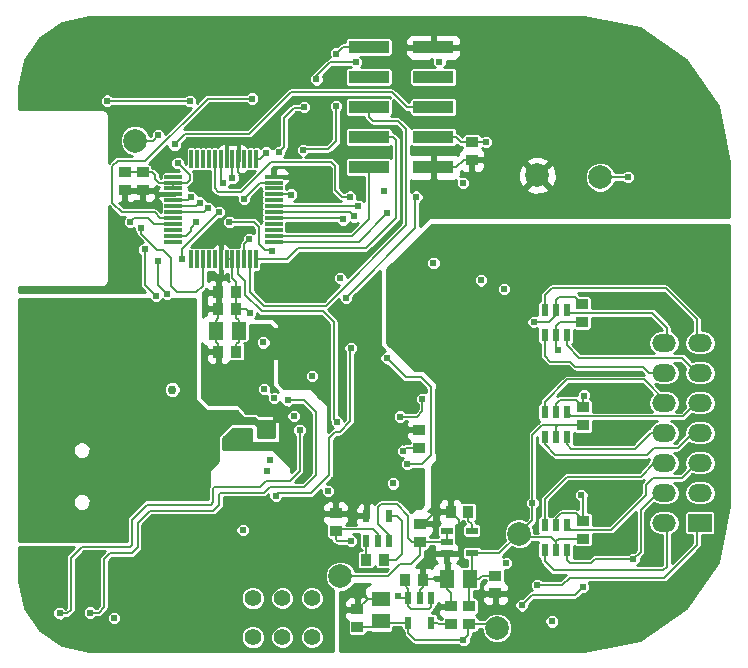
<source format=gbl>
G04 (created by PCBNEW (2013-05-31 BZR 4019)-stable) date 6/26/2014 4:14:42 PM*
%MOIN*%
G04 Gerber Fmt 3.4, Leading zero omitted, Abs format*
%FSLAX34Y34*%
G01*
G70*
G90*
G04 APERTURE LIST*
%ADD10C,0.00590551*%
%ADD11R,0.0236X0.0394*%
%ADD12C,0.055*%
%ADD13R,0.059X0.0118*%
%ADD14R,0.0118X0.059*%
%ADD15R,0.0354X0.0394*%
%ADD16C,0.0787*%
%ADD17R,0.135827X0.0401575*%
%ADD18C,0.013*%
%ADD19R,0.0394X0.0236*%
%ADD20R,0.0394X0.0354*%
%ADD21R,0.0512X0.059*%
%ADD22R,0.059X0.0512*%
%ADD23C,0.18*%
%ADD24O,0.0787402X0.0590551*%
%ADD25R,0.0787402X0.0590551*%
%ADD26C,0.024*%
%ADD27C,0.03*%
%ADD28C,0.008*%
%ADD29C,0.01*%
G04 APERTURE END LIST*
G54D10*
G54D11*
X1492Y-7451D03*
X742Y-7451D03*
X1117Y-7451D03*
X742Y-6619D03*
X1492Y-6619D03*
X1117Y-6619D03*
G54D12*
X-8984Y-9050D03*
X-8000Y-9050D03*
X-7015Y-9050D03*
X-8984Y-10349D03*
X-8000Y-10349D03*
X-7015Y-10349D03*
G54D13*
X-8282Y5007D03*
X-8282Y4810D03*
X-8282Y4613D03*
X-8282Y4417D03*
X-8282Y4220D03*
X-8282Y4023D03*
X-8282Y3827D03*
X-8282Y3630D03*
X-8282Y3433D03*
X-8282Y3237D03*
X-8282Y3040D03*
X-8282Y2843D03*
G54D14*
X-8873Y2252D03*
X-9070Y2252D03*
X-9267Y2252D03*
X-9463Y2252D03*
X-9660Y2252D03*
X-9857Y2252D03*
X-10053Y2252D03*
X-10250Y2252D03*
X-10447Y2252D03*
X-10643Y2252D03*
X-10840Y2252D03*
X-11037Y2252D03*
G54D13*
X-11628Y2843D03*
X-11628Y3040D03*
X-11628Y3237D03*
X-11628Y3433D03*
X-11628Y3630D03*
X-11628Y3827D03*
X-11628Y4023D03*
X-11628Y4220D03*
X-11628Y4417D03*
X-11628Y4613D03*
X-11628Y4810D03*
X-11628Y5007D03*
G54D14*
X-11037Y5598D03*
X-10840Y5598D03*
X-10643Y5598D03*
X-10447Y5598D03*
X-10250Y5598D03*
X-10053Y5598D03*
X-9857Y5598D03*
X-9660Y5598D03*
X-9463Y5598D03*
X-9267Y5598D03*
X-9070Y5598D03*
X-8873Y5598D03*
G54D15*
X-3916Y-8440D03*
X-3324Y-8440D03*
G54D16*
X-840Y-10040D03*
X-110Y-6890D03*
G54D17*
X-2967Y8325D03*
X-5112Y8325D03*
X-2967Y7325D03*
X-5112Y7325D03*
X-5112Y5325D03*
X-2967Y5325D03*
X-5112Y6325D03*
X-2967Y6325D03*
X-2967Y9325D03*
X-5112Y9325D03*
G54D16*
X-6060Y-8310D03*
G54D11*
X-4445Y-7131D03*
X-5195Y-7131D03*
X-4820Y-7131D03*
X-5195Y-6299D03*
X-4445Y-6299D03*
G54D18*
X-8680Y-3270D03*
X-8420Y-3270D03*
X-8420Y-3530D03*
X-8680Y-3530D03*
X-8550Y-3400D03*
G54D11*
X-3795Y-9024D03*
X-3045Y-9024D03*
X-3420Y-9024D03*
X-3045Y-9856D03*
X-3795Y-9856D03*
G54D19*
X-2511Y-7540D03*
X-2511Y-6790D03*
X-2511Y-7165D03*
X-1679Y-6790D03*
X-1679Y-7540D03*
G54D11*
X1492Y-263D03*
X742Y-263D03*
X1117Y-263D03*
X742Y568D03*
X1492Y568D03*
X1117Y568D03*
G54D20*
X-5500Y-10006D03*
X-5500Y-9414D03*
X-13255Y5146D03*
X-13255Y4554D03*
X-12655Y5146D03*
X-12655Y4554D03*
X-1770Y-9911D03*
X-1770Y-9319D03*
X2030Y-2689D03*
X2030Y-3281D03*
X2005Y761D03*
X2005Y169D03*
G54D15*
X-9534Y600D03*
X-10126Y600D03*
G54D21*
X-9455Y-125D03*
X-10205Y-125D03*
G54D20*
X2030Y-6464D03*
X2030Y-7056D03*
X-1680Y6156D03*
X-1680Y5564D03*
G54D15*
X-9534Y1150D03*
X-10126Y1150D03*
X-9534Y-825D03*
X-10126Y-825D03*
G54D20*
X-895Y-8294D03*
X-895Y-8886D03*
G54D21*
X-1745Y-8390D03*
X-2495Y-8390D03*
G54D11*
X1492Y-3676D03*
X742Y-3676D03*
X1117Y-3676D03*
X742Y-2844D03*
X1492Y-2844D03*
X1117Y-2844D03*
G54D16*
X-12910Y6210D03*
G54D20*
X-6220Y-6806D03*
X-6220Y-6214D03*
G54D15*
X-4624Y-7765D03*
X-5216Y-7765D03*
X-1799Y-6165D03*
X-2391Y-6165D03*
G54D20*
X-2370Y-9911D03*
X-2370Y-9319D03*
X-3395Y-7161D03*
X-3395Y-6569D03*
G54D22*
X-4720Y-9815D03*
X-4720Y-9065D03*
G54D23*
X4827Y8012D03*
X-11212Y9262D03*
X-11212Y-9737D03*
G54D24*
X4721Y-535D03*
X5918Y-535D03*
X5918Y-1535D03*
X4721Y-1535D03*
X4721Y-2535D03*
X5918Y-2535D03*
X5918Y-3535D03*
X4721Y-3535D03*
X4721Y-4535D03*
X5918Y-4535D03*
G54D25*
X5918Y-6535D03*
G54D24*
X4721Y-6535D03*
X5918Y-5535D03*
X4721Y-5535D03*
G54D16*
X500Y5050D03*
G54D20*
X-3430Y-4026D03*
X-3430Y-3434D03*
G54D16*
X2600Y4990D03*
G54D26*
X-1960Y-10430D03*
X2060Y-2290D03*
X1970Y-5600D03*
X980Y-9820D03*
X380Y170D03*
X3520Y4990D03*
X-4300Y-5220D03*
X-5700Y-7140D03*
X-4130Y-8970D03*
X-6480Y-5470D03*
X-7000Y-1640D03*
X-9090Y470D03*
X-9970Y4800D03*
X-8530Y5810D03*
X-11490Y5470D03*
X-6070Y1620D03*
X-2760Y8830D03*
X-1220Y6160D03*
X-4610Y4530D03*
X-1980Y4790D03*
X-13600Y-9700D03*
X-9320Y-6780D03*
X-8400Y-4425D03*
X-8525Y-4800D03*
X-540Y-7870D03*
X340Y-5870D03*
X-1380Y1550D03*
X-2960Y2120D03*
X-600Y1260D03*
X1180Y-770D03*
X-8220Y-5630D03*
X-5720Y-700D03*
X-10860Y3500D03*
X-9760Y3500D03*
X-8330Y2530D03*
X3705Y-7735D03*
X-12150Y6380D03*
X-11090Y7530D03*
X-13830Y7540D03*
X-12700Y3310D03*
X-11590Y6080D03*
X-7700Y4410D03*
X-7300Y5890D03*
X-6200Y7350D03*
X-6200Y9110D03*
X-8630Y-520D03*
X-7620Y-2970D03*
X-8275Y-2375D03*
X-8600Y-2075D03*
G54D27*
X-11670Y-2090D03*
G54D26*
X-7825Y-2450D03*
X-14400Y-9525D03*
X-7425Y-3450D03*
X-15425Y-9550D03*
X-4070Y-2990D03*
X-3330Y-2400D03*
X-5460Y4030D03*
X-3830Y-4570D03*
X-4520Y-1050D03*
X-5750Y4340D03*
X-9270Y4270D03*
X-12590Y2580D03*
X-12220Y1030D03*
X3630Y-8700D03*
X3610Y-7350D03*
X3570Y-6640D03*
X3570Y-5370D03*
X3560Y-4550D03*
X3630Y-3490D03*
X3680Y-2470D03*
X3660Y-580D03*
X3740Y1560D03*
X1470Y-9680D03*
X-2690Y-1770D03*
X-10790Y-5490D03*
X-11300Y-5500D03*
X-9450Y-3610D03*
X-10580Y-750D03*
X-9130Y-1530D03*
X-6130Y-4520D03*
X-5660Y-6170D03*
X-5680Y-8900D03*
X-3220Y-7950D03*
X-1320Y-8950D03*
X-1630Y-4960D03*
X-4050Y-3380D03*
X-4010Y-2220D03*
X-12830Y4130D03*
X-9310Y5020D03*
X-7690Y5150D03*
X-10150Y3150D03*
X-6410Y1940D03*
X-7300Y3330D03*
X-3720Y9850D03*
X-2010Y9330D03*
X-1250Y5550D03*
X-2790Y6820D03*
X-5880Y6860D03*
X-6010Y5790D03*
X-13420Y1390D03*
X-7900Y-4050D03*
X-7270Y7320D03*
X-8120Y5820D03*
X-9100Y2930D03*
X-6860Y8250D03*
X-5550Y8820D03*
X-5600Y3680D03*
X-5970Y3580D03*
X-3970Y-4130D03*
X2030Y-8660D03*
X-20Y-9285D03*
X-9660Y4970D03*
X-11330Y2260D03*
X-10110Y3830D03*
X-3530Y4340D03*
X-5870Y970D03*
X-11830Y1100D03*
X-12130Y2180D03*
X-13060Y3500D03*
X-6180Y-3170D03*
X-4510Y3780D03*
X505Y-8610D03*
X-9010Y7610D03*
X-11040Y4330D03*
X-10750Y4140D03*
X-10480Y3960D03*
G54D28*
X2030Y-2689D02*
X2030Y-2320D01*
X2030Y-2320D02*
X2060Y-2290D01*
X2030Y-6464D02*
X2030Y-5660D01*
X2030Y-5660D02*
X1970Y-5600D01*
X1117Y387D02*
X900Y170D01*
X900Y170D02*
X380Y170D01*
X1117Y387D02*
X1117Y568D01*
X1117Y568D02*
X1117Y887D01*
X1117Y887D02*
X1240Y1010D01*
X1240Y1010D02*
X1756Y1010D01*
X1756Y1010D02*
X2005Y761D01*
X-1960Y-10430D02*
X-1810Y-10280D01*
X-1810Y-10280D02*
X-1810Y-9951D01*
X-1810Y-9951D02*
X-1770Y-9911D01*
X-3795Y-10215D02*
X-3580Y-10430D01*
X-3795Y-9856D02*
X-3795Y-10215D01*
X-3580Y-10430D02*
X-1960Y-10430D01*
X-5500Y-10006D02*
X-4911Y-10006D01*
X-4911Y-10006D02*
X-4720Y-9815D01*
X-1770Y-9911D02*
X-969Y-9911D01*
X-969Y-9911D02*
X-840Y-10040D01*
X1130Y-6619D02*
X1130Y-6385D01*
X1776Y-6210D02*
X2030Y-6464D01*
X1305Y-6210D02*
X1776Y-6210D01*
X1130Y-6385D02*
X1305Y-6210D01*
X1130Y-2844D02*
X1130Y-2560D01*
X1776Y-2435D02*
X2030Y-2689D01*
X1255Y-2435D02*
X1776Y-2435D01*
X1130Y-2560D02*
X1255Y-2435D01*
X-3795Y-9856D02*
X-4679Y-9856D01*
X-4679Y-9856D02*
X-4720Y-9815D01*
X2600Y4990D02*
X3520Y4990D01*
X-6220Y-7080D02*
X-6160Y-7140D01*
X-6160Y-7140D02*
X-5700Y-7140D01*
X-6220Y-7080D02*
X-6220Y-6806D01*
X-3795Y-9024D02*
X-4076Y-9024D01*
X-4076Y-9024D02*
X-4130Y-8970D01*
X-4820Y-7131D02*
X-4820Y-6920D01*
X-4820Y-6920D02*
X-4990Y-6750D01*
X-4990Y-6750D02*
X-6164Y-6750D01*
X-6164Y-6750D02*
X-6220Y-6806D01*
X-9220Y600D02*
X-9090Y470D01*
X-9220Y600D02*
X-9534Y600D01*
X-10053Y5598D02*
X-10053Y4883D01*
X-10053Y4883D02*
X-9970Y4800D01*
X-8873Y5598D02*
X-8742Y5598D01*
X-8742Y5598D02*
X-8530Y5810D01*
X-11628Y4810D02*
X-11180Y4810D01*
X-11090Y5070D02*
X-11490Y5470D01*
X-11090Y4900D02*
X-11090Y5070D01*
X-11180Y4810D02*
X-11090Y4900D01*
X-1680Y6156D02*
X-1224Y6156D01*
X-1224Y6156D02*
X-1220Y6160D01*
X-2036Y6156D02*
X-1680Y6156D01*
X-2205Y6325D02*
X-2036Y6156D01*
X-2967Y6325D02*
X-2205Y6325D01*
X-12655Y5146D02*
X-13255Y5146D01*
X-11628Y4810D02*
X-12115Y4810D01*
X-12326Y5146D02*
X-12655Y5146D01*
X-12230Y5050D02*
X-12326Y5146D01*
X-12230Y4925D02*
X-12230Y5050D01*
X-12115Y4810D02*
X-12230Y4925D01*
X-11628Y4613D02*
X-11628Y4810D01*
X-9534Y-825D02*
X-9534Y-579D01*
X-9455Y-500D02*
X-9455Y-125D01*
X-9534Y-579D02*
X-9455Y-500D01*
X-9455Y-125D02*
X-9455Y225D01*
X-9455Y225D02*
X-9534Y304D01*
X-9534Y304D02*
X-9534Y600D01*
X-9660Y2252D02*
X-9660Y1630D01*
X-9534Y1504D02*
X-9534Y1150D01*
X-9660Y1630D02*
X-9534Y1504D01*
X-9534Y600D02*
X-9534Y1150D01*
X-9857Y2252D02*
X-9660Y2252D01*
X-3045Y-9024D02*
X-3045Y-9340D01*
X-3795Y-9315D02*
X-3795Y-9024D01*
X-3695Y-9415D02*
X-3795Y-9315D01*
X-3120Y-9415D02*
X-3695Y-9415D01*
X-3045Y-9340D02*
X-3120Y-9415D01*
X-3916Y-8440D02*
X-3916Y-8619D01*
X-3795Y-8740D02*
X-3795Y-9024D01*
X-3916Y-8619D02*
X-3795Y-8740D01*
X340Y-5870D02*
X340Y-3600D01*
X-110Y-6890D02*
X340Y-6440D01*
X340Y-5870D02*
X340Y-6440D01*
X659Y-3281D02*
X1184Y-3281D01*
X340Y-3600D02*
X659Y-3281D01*
X1117Y-263D02*
X1117Y-707D01*
X1117Y-707D02*
X1180Y-770D01*
X1130Y-7140D02*
X1080Y-7140D01*
X1080Y-7140D02*
X960Y-7020D01*
X960Y-7020D02*
X20Y-7020D01*
X20Y-7020D02*
X-110Y-6890D01*
X-1679Y-7540D02*
X-760Y-7540D01*
X-760Y-7540D02*
X-110Y-6890D01*
X1117Y-263D02*
X1117Y27D01*
X1259Y169D02*
X1270Y169D01*
X1270Y169D02*
X2005Y169D01*
X1117Y27D02*
X1259Y169D01*
X1130Y-3676D02*
X1130Y-3312D01*
X1130Y-3335D02*
X1184Y-3281D01*
X1130Y-3312D02*
X1130Y-3335D01*
X1184Y-3281D02*
X2030Y-3281D01*
X1130Y-7451D02*
X1130Y-7140D01*
X1130Y-7140D02*
X1130Y-7135D01*
X1209Y-7056D02*
X2030Y-7056D01*
X1130Y-7135D02*
X1209Y-7056D01*
X-1770Y-9319D02*
X-1770Y-8415D01*
X-1770Y-8415D02*
X-1745Y-8390D01*
X-1745Y-8390D02*
X-1445Y-8390D01*
X-1349Y-8294D02*
X-895Y-8294D01*
X-1445Y-8390D02*
X-1349Y-8294D01*
X-1679Y-7540D02*
X-1679Y-8324D01*
X-1679Y-8324D02*
X-1745Y-8390D01*
X-6060Y-8310D02*
X-4470Y-8310D01*
X-3395Y-7615D02*
X-3395Y-7161D01*
X-3700Y-7920D02*
X-3395Y-7615D01*
X-4080Y-7920D02*
X-3700Y-7920D01*
X-4470Y-8310D02*
X-4080Y-7920D01*
X-2511Y-7165D02*
X-2511Y-6790D01*
X-3395Y-7161D02*
X-2515Y-7161D01*
X-2515Y-7161D02*
X-2511Y-7165D01*
X-4445Y-7131D02*
X-4445Y-6940D01*
X-3674Y-7161D02*
X-3395Y-7161D01*
X-3795Y-7040D02*
X-3674Y-7161D01*
X-3795Y-6290D02*
X-3795Y-7040D01*
X-4170Y-5915D02*
X-3795Y-6290D01*
X-4720Y-5915D02*
X-4170Y-5915D01*
X-4820Y-6015D02*
X-4720Y-5915D01*
X-4820Y-6565D02*
X-4820Y-6015D01*
X-4445Y-6940D02*
X-4820Y-6565D01*
X-8145Y-5555D02*
X-7055Y-5555D01*
X-8220Y-5630D02*
X-8145Y-5555D01*
X-5720Y-700D02*
X-5740Y-720D01*
X-5740Y-720D02*
X-5740Y-3150D01*
X-5740Y-3150D02*
X-6090Y-3500D01*
X-6090Y-3500D02*
X-6230Y-3500D01*
X-6230Y-3500D02*
X-6440Y-3710D01*
X-6440Y-3710D02*
X-6440Y-4940D01*
X-6440Y-4940D02*
X-7055Y-5555D01*
X-8790Y2760D02*
X-8590Y2560D01*
X-11200Y3040D02*
X-11050Y3190D01*
X-11050Y3190D02*
X-11050Y3310D01*
X-11050Y3310D02*
X-10860Y3500D01*
X-9760Y3500D02*
X-8950Y3500D01*
X-8950Y3500D02*
X-8790Y3340D01*
X-8790Y3340D02*
X-8790Y2760D01*
X-11628Y3040D02*
X-11200Y3040D01*
X-8360Y2560D02*
X-8330Y2530D01*
X-8590Y2560D02*
X-8360Y2560D01*
X4819Y-6535D02*
X4819Y-7995D01*
X742Y-7797D02*
X742Y-7451D01*
X1055Y-8110D02*
X742Y-7797D01*
X4705Y-8110D02*
X1055Y-8110D01*
X4819Y-7995D02*
X4705Y-8110D01*
X4819Y-535D02*
X4819Y-24D01*
X1596Y465D02*
X1492Y568D01*
X4330Y465D02*
X1596Y465D01*
X4819Y-24D02*
X4330Y465D01*
X5819Y-535D02*
X5819Y250D01*
X742Y1052D02*
X742Y568D01*
X980Y1290D02*
X742Y1052D01*
X4780Y1290D02*
X980Y1290D01*
X5819Y250D02*
X4780Y1290D01*
X742Y-972D02*
X930Y-1160D01*
X742Y-263D02*
X742Y-972D01*
X4215Y-1535D02*
X4819Y-1535D01*
X4010Y-1330D02*
X4215Y-1535D01*
X1770Y-1330D02*
X4010Y-1330D01*
X1600Y-1160D02*
X1770Y-1330D01*
X930Y-1160D02*
X1600Y-1160D01*
X5819Y-1535D02*
X5819Y-1524D01*
X1492Y-622D02*
X1492Y-263D01*
X1905Y-1035D02*
X1492Y-622D01*
X5330Y-1035D02*
X1905Y-1035D01*
X5819Y-1524D02*
X5330Y-1035D01*
X4819Y-2535D02*
X4819Y-2524D01*
X742Y-2497D02*
X742Y-2844D01*
X1490Y-1750D02*
X742Y-2497D01*
X4045Y-1750D02*
X1490Y-1750D01*
X4819Y-2524D02*
X4045Y-1750D01*
X5819Y-2535D02*
X5805Y-2535D01*
X1633Y-2985D02*
X1492Y-2844D01*
X5355Y-2985D02*
X1633Y-2985D01*
X5805Y-2535D02*
X5355Y-2985D01*
X4819Y-3535D02*
X4280Y-3535D01*
X1492Y-3922D02*
X1492Y-3676D01*
X1630Y-4060D02*
X1492Y-3922D01*
X3755Y-4060D02*
X1630Y-4060D01*
X4280Y-3535D02*
X3755Y-4060D01*
X5819Y-3535D02*
X5680Y-3535D01*
X742Y-3922D02*
X742Y-3676D01*
X1090Y-4270D02*
X742Y-3922D01*
X4170Y-4270D02*
X1090Y-4270D01*
X4405Y-4035D02*
X4170Y-4270D01*
X5180Y-4035D02*
X4405Y-4035D01*
X5680Y-3535D02*
X5180Y-4035D01*
X4819Y-4535D02*
X4405Y-4535D01*
X742Y-5737D02*
X742Y-6619D01*
X1490Y-4990D02*
X742Y-5737D01*
X3950Y-4990D02*
X1490Y-4990D01*
X4405Y-4535D02*
X3950Y-4990D01*
X5819Y-4535D02*
X5819Y-4545D01*
X1633Y-6760D02*
X1492Y-6619D01*
X2970Y-6760D02*
X1633Y-6760D01*
X4120Y-5610D02*
X2970Y-6760D01*
X4120Y-5270D02*
X4120Y-5610D01*
X4355Y-5035D02*
X4120Y-5270D01*
X5330Y-5035D02*
X4355Y-5035D01*
X5819Y-4545D02*
X5330Y-5035D01*
X3705Y-7735D02*
X2430Y-7735D01*
X1492Y-7772D02*
X1492Y-7451D01*
X1580Y-7860D02*
X1492Y-7772D01*
X2305Y-7860D02*
X1580Y-7860D01*
X2430Y-7735D02*
X2305Y-7860D01*
X4819Y-5535D02*
X4530Y-5535D01*
X3945Y-7495D02*
X3705Y-7735D01*
X3945Y-6120D02*
X3945Y-7495D01*
X4530Y-5535D02*
X3945Y-6120D01*
X-12320Y6210D02*
X-12910Y6210D01*
X-12150Y6380D02*
X-12320Y6210D01*
X-13820Y7530D02*
X-11090Y7530D01*
X-13830Y7540D02*
X-13820Y7530D01*
X-2967Y7325D02*
X-3855Y7325D01*
X-11960Y2570D02*
X-12160Y2570D01*
X-12160Y2570D02*
X-12700Y3110D01*
X-12700Y3110D02*
X-12700Y3310D01*
X-11700Y1350D02*
X-11510Y1160D01*
X-11700Y2310D02*
X-11700Y1350D01*
X-10643Y1377D02*
X-10643Y2252D01*
X-10860Y1160D02*
X-10643Y1377D01*
X-11510Y1160D02*
X-10860Y1160D01*
X-11230Y6440D02*
X-11590Y6080D01*
X-9100Y6440D02*
X-11230Y6440D01*
X-11700Y2310D02*
X-11960Y2570D01*
X-7720Y7820D02*
X-9100Y6440D01*
X-4350Y7820D02*
X-7720Y7820D01*
X-3855Y7325D02*
X-4350Y7820D01*
X-5680Y3040D02*
X-8282Y3040D01*
X-5112Y3607D02*
X-5680Y3040D01*
X-5112Y5325D02*
X-5112Y3607D01*
X-5112Y9325D02*
X-5985Y9325D01*
X-7707Y4417D02*
X-7700Y4410D01*
X-7300Y5890D02*
X-7260Y5930D01*
X-7260Y5930D02*
X-6460Y5930D01*
X-6460Y5930D02*
X-6200Y6190D01*
X-6200Y6190D02*
X-6200Y7350D01*
X-7707Y4417D02*
X-8282Y4417D01*
X-5985Y9325D02*
X-6200Y9110D01*
X-5210Y2630D02*
X-7470Y2630D01*
X-4200Y3640D02*
X-5210Y2630D01*
X-4200Y6220D02*
X-4200Y3640D01*
X-4305Y6325D02*
X-4200Y6220D01*
X-7470Y2630D02*
X-7848Y2252D01*
X-8873Y2252D02*
X-7848Y2252D01*
X-4305Y6325D02*
X-5112Y6325D01*
X-6550Y710D02*
X-8620Y710D01*
X-3870Y3390D02*
X-6550Y710D01*
X-9070Y2252D02*
X-9070Y1160D01*
X-5112Y6982D02*
X-5112Y7325D01*
X-4990Y6860D02*
X-5112Y6982D01*
X-4150Y6860D02*
X-4990Y6860D01*
X-3870Y6580D02*
X-4150Y6860D01*
X-9070Y1160D02*
X-8620Y710D01*
X-3870Y6580D02*
X-3870Y3390D01*
X-6875Y-2850D02*
X-7275Y-2450D01*
X-7275Y-2450D02*
X-7825Y-2450D01*
X-8425Y-5325D02*
X-7275Y-5325D01*
X-14400Y-9525D02*
X-14125Y-9525D01*
X-14125Y-9525D02*
X-13950Y-9350D01*
X-13950Y-9350D02*
X-13950Y-7750D01*
X-13950Y-7750D02*
X-13750Y-7550D01*
X-13750Y-7550D02*
X-13025Y-7550D01*
X-13025Y-7550D02*
X-12825Y-7350D01*
X-12825Y-7350D02*
X-12825Y-6550D01*
X-12825Y-6550D02*
X-12400Y-6125D01*
X-12400Y-6125D02*
X-10300Y-6125D01*
X-10300Y-6125D02*
X-10100Y-5925D01*
X-10100Y-5925D02*
X-10100Y-5575D01*
X-10100Y-5575D02*
X-10050Y-5525D01*
X-10050Y-5525D02*
X-8625Y-5525D01*
X-8625Y-5525D02*
X-8425Y-5325D01*
X-7275Y-5325D02*
X-6875Y-4925D01*
X-6875Y-4925D02*
X-6875Y-2850D01*
X-7425Y-4800D02*
X-7425Y-3450D01*
X-7750Y-5125D02*
X-7425Y-4800D01*
X-8550Y-5125D02*
X-7750Y-5125D01*
X-8750Y-5325D02*
X-8550Y-5125D01*
X-10250Y-5325D02*
X-8750Y-5325D01*
X-10300Y-5375D02*
X-10250Y-5325D01*
X-10300Y-5850D02*
X-10300Y-5375D01*
X-10375Y-5925D02*
X-10300Y-5850D01*
X-12500Y-5925D02*
X-10375Y-5925D01*
X-13025Y-6450D02*
X-12500Y-5925D01*
X-13025Y-7275D02*
X-13025Y-6450D01*
X-13075Y-7325D02*
X-13025Y-7275D01*
X-14675Y-7325D02*
X-13075Y-7325D01*
X-15050Y-7700D02*
X-14675Y-7325D01*
X-15050Y-9425D02*
X-15050Y-7700D01*
X-15175Y-9550D02*
X-15050Y-9425D01*
X-15425Y-9550D02*
X-15175Y-9550D01*
X-8282Y4023D02*
X-5467Y4023D01*
X-3500Y-2990D02*
X-4070Y-2990D01*
X-3330Y-2820D02*
X-3500Y-2990D01*
X-3330Y-2400D02*
X-3330Y-2820D01*
X-5467Y4023D02*
X-5460Y4030D01*
X-3050Y-4280D02*
X-3050Y-2020D01*
X-3340Y-4570D02*
X-3050Y-4280D01*
X-8360Y5500D02*
X-6380Y5500D01*
X-10250Y4620D02*
X-10130Y4500D01*
X-10130Y4500D02*
X-9360Y4500D01*
X-9360Y4500D02*
X-8360Y5500D01*
X-10250Y5598D02*
X-10250Y4620D01*
X-3390Y-1680D02*
X-3050Y-2020D01*
X-3890Y-1680D02*
X-3390Y-1680D01*
X-4520Y-1050D02*
X-3890Y-1680D01*
X-6020Y4340D02*
X-5750Y4340D01*
X-6230Y4550D02*
X-6020Y4340D01*
X-6230Y5350D02*
X-6230Y4550D01*
X-6380Y5500D02*
X-6230Y5350D01*
X-3830Y-4570D02*
X-3340Y-4570D01*
X-12220Y1030D02*
X-12590Y1400D01*
X-12590Y1400D02*
X-12590Y2580D01*
X-8282Y4810D02*
X-8730Y4810D01*
X-9270Y4270D02*
X-8730Y4810D01*
X-6220Y-6214D02*
X-5704Y-6214D01*
X-5704Y-6214D02*
X-5660Y-6170D01*
X-5531Y-6299D02*
X-5660Y-6170D01*
X-5531Y-6299D02*
X-5195Y-6299D01*
X-5500Y-9414D02*
X-5500Y-9080D01*
X-5500Y-9080D02*
X-5680Y-8900D01*
X-4720Y-9065D02*
X-5151Y-9065D01*
X-5151Y-9065D02*
X-5500Y-9414D01*
X-3324Y-8440D02*
X-3324Y-8054D01*
X-3324Y-8054D02*
X-3220Y-7950D01*
X-1256Y-8886D02*
X-1320Y-8950D01*
X-1256Y-8886D02*
X-895Y-8886D01*
X-2495Y-8390D02*
X-2495Y-8755D01*
X-2370Y-8880D02*
X-2370Y-9319D01*
X-2495Y-8755D02*
X-2370Y-8880D01*
X-2495Y-8390D02*
X-3274Y-8390D01*
X-3274Y-8390D02*
X-3324Y-8440D01*
X-2511Y-7540D02*
X-2511Y-8374D01*
X-2511Y-8374D02*
X-2495Y-8390D01*
X-2511Y-7540D02*
X-2200Y-7540D01*
X-2120Y-6436D02*
X-2391Y-6165D01*
X-2120Y-7460D02*
X-2120Y-6436D01*
X-2200Y-7540D02*
X-2120Y-7460D01*
X-2391Y-6165D02*
X-2391Y-5411D01*
X-1940Y-4960D02*
X-1630Y-4960D01*
X-2391Y-5411D02*
X-1940Y-4960D01*
X-3395Y-6569D02*
X-3309Y-6569D01*
X-2905Y-6165D02*
X-2391Y-6165D01*
X-3309Y-6569D02*
X-2905Y-6165D01*
X-3996Y-3434D02*
X-3430Y-3434D01*
X-4050Y-3380D02*
X-3996Y-3434D01*
X-12655Y4554D02*
X-12655Y4305D01*
X-12655Y4305D02*
X-12830Y4130D01*
X-9463Y5598D02*
X-9463Y5173D01*
X-9463Y5173D02*
X-9310Y5020D01*
X-8282Y5007D02*
X-7833Y5007D01*
X-7833Y5007D02*
X-7690Y5150D01*
X-9857Y5598D02*
X-9857Y6013D01*
X-9463Y6013D02*
X-9463Y5598D01*
X-9510Y6060D02*
X-9463Y6013D01*
X-9810Y6060D02*
X-9510Y6060D01*
X-9857Y6013D02*
X-9810Y6060D01*
X-10053Y2252D02*
X-10053Y3053D01*
X-10053Y3053D02*
X-10150Y3150D01*
X-2967Y9325D02*
X-2015Y9325D01*
X-2015Y9325D02*
X-2010Y9330D01*
X-1680Y5564D02*
X-1264Y5564D01*
X-1264Y5564D02*
X-1250Y5550D01*
X-2195Y5325D02*
X-2967Y5325D01*
X-1956Y5564D02*
X-2195Y5325D01*
X-1680Y5564D02*
X-1956Y5564D01*
X-12655Y4554D02*
X-13255Y4554D01*
X-11628Y4417D02*
X-12147Y4417D01*
X-12284Y4554D02*
X-12655Y4554D01*
X-12147Y4417D02*
X-12284Y4554D01*
X-10126Y-825D02*
X-10126Y-579D01*
X-10205Y-500D02*
X-10205Y-125D01*
X-10126Y-579D02*
X-10205Y-500D01*
X-10205Y-125D02*
X-10205Y200D01*
X-10126Y279D02*
X-10126Y600D01*
X-10205Y200D02*
X-10126Y279D01*
X-10053Y2252D02*
X-10053Y1627D01*
X-10126Y1554D02*
X-10126Y1150D01*
X-10053Y1627D02*
X-10126Y1554D01*
X-10126Y1150D02*
X-10126Y600D01*
X-3420Y-9024D02*
X-3420Y-8765D01*
X-3420Y-8765D02*
X-3324Y-8669D01*
X-3324Y-8669D02*
X-3324Y-8440D01*
X-7270Y7320D02*
X-7280Y7310D01*
X-7280Y7310D02*
X-7610Y7310D01*
X-7610Y7310D02*
X-7950Y6970D01*
X-7950Y6970D02*
X-7950Y5990D01*
X-7950Y5990D02*
X-8120Y5820D01*
X-9100Y2930D02*
X-9267Y2763D01*
X-9267Y2763D02*
X-9267Y2252D01*
X-6860Y8370D02*
X-6860Y8250D01*
X-6410Y8820D02*
X-6860Y8370D01*
X-5550Y8820D02*
X-6410Y8820D01*
X-8282Y3827D02*
X-5747Y3827D01*
X-5747Y3827D02*
X-5600Y3680D01*
X-6020Y3630D02*
X-8282Y3630D01*
X-5970Y3580D02*
X-6020Y3630D01*
X-3866Y-4026D02*
X-3430Y-4026D01*
X-3970Y-4130D02*
X-3866Y-4026D01*
X-5195Y-7131D02*
X-5195Y-7744D01*
X-5195Y-7744D02*
X-5216Y-7765D01*
X-4624Y-7765D02*
X-4220Y-7765D01*
X-4186Y-6299D02*
X-4445Y-6299D01*
X-4020Y-6465D02*
X-4186Y-6299D01*
X-4020Y-7565D02*
X-4020Y-6465D01*
X-4220Y-7765D02*
X-4020Y-7565D01*
X-3045Y-9856D02*
X-2829Y-9856D01*
X-2774Y-9911D02*
X-2370Y-9911D01*
X-2829Y-9856D02*
X-2774Y-9911D01*
X-1679Y-6790D02*
X-1679Y-6581D01*
X-1799Y-6461D02*
X-1799Y-6165D01*
X-1679Y-6581D02*
X-1799Y-6461D01*
X1755Y-8935D02*
X2030Y-8660D01*
X330Y-8935D02*
X1755Y-8935D01*
X-20Y-9285D02*
X330Y-8935D01*
X-11330Y2260D02*
X-11330Y2610D01*
X-9660Y5598D02*
X-9660Y4970D01*
X-11330Y2610D02*
X-10110Y3830D01*
X-3560Y4310D02*
X-3560Y3280D01*
X-12283Y3433D02*
X-11628Y3433D01*
X-3560Y3280D02*
X-5870Y970D01*
X-11830Y1100D02*
X-12130Y1400D01*
X-12130Y1400D02*
X-12130Y2180D01*
X-12940Y3620D02*
X-13060Y3500D01*
X-12470Y3620D02*
X-12940Y3620D01*
X-12283Y3433D02*
X-12470Y3620D01*
X-3560Y4310D02*
X-3530Y4340D01*
X-3530Y4340D02*
X-3560Y4310D01*
X-6280Y170D02*
X-6630Y520D01*
X-6280Y-3070D02*
X-6280Y170D01*
X-6180Y-3170D02*
X-6280Y-3070D01*
X-9463Y2252D02*
X-9463Y1753D01*
X-8680Y520D02*
X-6630Y520D01*
X-9230Y1070D02*
X-8680Y520D01*
X-9230Y1520D02*
X-9230Y1070D01*
X-9463Y1753D02*
X-9230Y1520D01*
X-5447Y2843D02*
X-8282Y2843D01*
X-5447Y2843D02*
X-4510Y3780D01*
X1330Y-8610D02*
X505Y-8610D01*
X1580Y-8360D02*
X1330Y-8610D01*
X4730Y-8360D02*
X1580Y-8360D01*
X5819Y-7270D02*
X4730Y-8360D01*
X5819Y-6535D02*
X5819Y-7270D01*
X-13660Y5360D02*
X-13660Y4130D01*
X-13660Y5360D02*
X-13480Y5540D01*
X-13480Y5540D02*
X-12560Y5540D01*
X-12560Y5540D02*
X-10490Y7610D01*
X-10490Y7610D02*
X-9010Y7610D01*
X-12060Y3630D02*
X-11628Y3630D01*
X-12250Y3820D02*
X-12060Y3630D01*
X-13350Y3820D02*
X-12250Y3820D01*
X-13660Y4130D02*
X-13350Y3820D01*
X-11150Y4220D02*
X-11040Y4330D01*
X-11628Y4220D02*
X-11150Y4220D01*
X-10867Y4023D02*
X-10750Y4140D01*
X-11628Y4023D02*
X-10867Y4023D01*
X-10613Y3827D02*
X-10480Y3960D01*
X-11628Y3827D02*
X-10613Y3827D01*
G54D10*
G36*
X-12586Y1170D02*
X-16765Y1170D01*
X-16765Y1330D01*
X-13975Y1330D01*
X-13900Y1344D01*
X-13837Y1387D01*
X-13794Y1450D01*
X-13780Y1525D01*
X-13780Y4027D01*
X-13773Y4016D01*
X-13463Y3706D01*
X-13463Y3706D01*
X-13411Y3672D01*
X-13350Y3660D01*
X-13350Y3660D01*
X-13239Y3660D01*
X-13263Y3636D01*
X-13299Y3547D01*
X-13300Y3452D01*
X-13263Y3364D01*
X-13196Y3296D01*
X-13107Y3260D01*
X-13012Y3259D01*
X-12940Y3289D01*
X-12940Y3262D01*
X-12903Y3174D01*
X-12860Y3130D01*
X-12860Y3110D01*
X-12847Y3048D01*
X-12813Y2996D01*
X-12636Y2820D01*
X-12637Y2820D01*
X-12725Y2783D01*
X-12793Y2716D01*
X-12829Y2627D01*
X-12830Y2532D01*
X-12793Y2444D01*
X-12750Y2400D01*
X-12750Y1400D01*
X-12737Y1338D01*
X-12703Y1286D01*
X-12586Y1170D01*
X-12586Y1170D01*
G37*
G54D29*
X-12586Y1170D02*
X-16765Y1170D01*
X-16765Y1330D01*
X-13975Y1330D01*
X-13900Y1344D01*
X-13837Y1387D01*
X-13794Y1450D01*
X-13780Y1525D01*
X-13780Y4027D01*
X-13773Y4016D01*
X-13463Y3706D01*
X-13463Y3706D01*
X-13411Y3672D01*
X-13350Y3660D01*
X-13350Y3660D01*
X-13239Y3660D01*
X-13263Y3636D01*
X-13299Y3547D01*
X-13300Y3452D01*
X-13263Y3364D01*
X-13196Y3296D01*
X-13107Y3260D01*
X-13012Y3259D01*
X-12940Y3289D01*
X-12940Y3262D01*
X-12903Y3174D01*
X-12860Y3130D01*
X-12860Y3110D01*
X-12847Y3048D01*
X-12813Y2996D01*
X-12636Y2820D01*
X-12637Y2820D01*
X-12725Y2783D01*
X-12793Y2716D01*
X-12829Y2627D01*
X-12830Y2532D01*
X-12793Y2444D01*
X-12750Y2400D01*
X-12750Y1400D01*
X-12737Y1338D01*
X-12703Y1286D01*
X-12586Y1170D01*
G54D10*
G36*
X-11570Y4399D02*
X-11946Y4399D01*
X-11974Y4387D01*
X-12110Y4387D01*
X-12173Y4325D01*
X-12173Y4308D01*
X-12135Y4216D01*
X-12064Y4146D01*
X-12042Y4137D01*
X-12036Y4121D01*
X-12042Y4105D01*
X-12043Y4058D01*
X-12043Y3940D01*
X-12036Y3925D01*
X-12042Y3909D01*
X-12043Y3862D01*
X-12043Y3839D01*
X-12136Y3933D01*
X-12188Y3967D01*
X-12207Y3971D01*
X-12207Y4327D01*
X-12208Y4441D01*
X-12270Y4504D01*
X-12605Y4504D01*
X-12605Y4189D01*
X-12542Y4127D01*
X-12507Y4126D01*
X-12408Y4127D01*
X-12316Y4165D01*
X-12245Y4235D01*
X-12207Y4327D01*
X-12207Y3971D01*
X-12250Y3980D01*
X-12705Y3980D01*
X-12705Y4189D01*
X-12705Y4504D01*
X-12870Y4504D01*
X-13039Y4504D01*
X-13205Y4504D01*
X-13205Y4189D01*
X-13142Y4127D01*
X-13107Y4126D01*
X-13008Y4127D01*
X-12955Y4149D01*
X-12901Y4127D01*
X-12802Y4126D01*
X-12767Y4127D01*
X-12705Y4189D01*
X-12705Y3980D01*
X-13283Y3980D01*
X-13430Y4126D01*
X-13402Y4126D01*
X-13367Y4127D01*
X-13305Y4189D01*
X-13305Y4504D01*
X-13312Y4504D01*
X-13312Y4604D01*
X-13305Y4604D01*
X-13305Y4611D01*
X-13205Y4611D01*
X-13205Y4604D01*
X-13039Y4604D01*
X-12870Y4604D01*
X-12705Y4604D01*
X-12705Y4611D01*
X-12605Y4611D01*
X-12605Y4604D01*
X-12270Y4604D01*
X-12208Y4666D01*
X-12207Y4683D01*
X-12176Y4662D01*
X-12115Y4650D01*
X-12115Y4650D01*
X-12102Y4650D01*
X-12135Y4617D01*
X-12173Y4525D01*
X-12173Y4509D01*
X-12110Y4446D01*
X-11977Y4446D01*
X-11946Y4434D01*
X-11899Y4433D01*
X-11570Y4433D01*
X-11570Y4399D01*
X-11570Y4399D01*
G37*
G54D29*
X-11570Y4399D02*
X-11946Y4399D01*
X-11974Y4387D01*
X-12110Y4387D01*
X-12173Y4325D01*
X-12173Y4308D01*
X-12135Y4216D01*
X-12064Y4146D01*
X-12042Y4137D01*
X-12036Y4121D01*
X-12042Y4105D01*
X-12043Y4058D01*
X-12043Y3940D01*
X-12036Y3925D01*
X-12042Y3909D01*
X-12043Y3862D01*
X-12043Y3839D01*
X-12136Y3933D01*
X-12188Y3967D01*
X-12207Y3971D01*
X-12207Y4327D01*
X-12208Y4441D01*
X-12270Y4504D01*
X-12605Y4504D01*
X-12605Y4189D01*
X-12542Y4127D01*
X-12507Y4126D01*
X-12408Y4127D01*
X-12316Y4165D01*
X-12245Y4235D01*
X-12207Y4327D01*
X-12207Y3971D01*
X-12250Y3980D01*
X-12705Y3980D01*
X-12705Y4189D01*
X-12705Y4504D01*
X-12870Y4504D01*
X-13039Y4504D01*
X-13205Y4504D01*
X-13205Y4189D01*
X-13142Y4127D01*
X-13107Y4126D01*
X-13008Y4127D01*
X-12955Y4149D01*
X-12901Y4127D01*
X-12802Y4126D01*
X-12767Y4127D01*
X-12705Y4189D01*
X-12705Y3980D01*
X-13283Y3980D01*
X-13430Y4126D01*
X-13402Y4126D01*
X-13367Y4127D01*
X-13305Y4189D01*
X-13305Y4504D01*
X-13312Y4504D01*
X-13312Y4604D01*
X-13305Y4604D01*
X-13305Y4611D01*
X-13205Y4611D01*
X-13205Y4604D01*
X-13039Y4604D01*
X-12870Y4604D01*
X-12705Y4604D01*
X-12705Y4611D01*
X-12605Y4611D01*
X-12605Y4604D01*
X-12270Y4604D01*
X-12208Y4666D01*
X-12207Y4683D01*
X-12176Y4662D01*
X-12115Y4650D01*
X-12115Y4650D01*
X-12102Y4650D01*
X-12135Y4617D01*
X-12173Y4525D01*
X-12173Y4509D01*
X-12110Y4446D01*
X-11977Y4446D01*
X-11946Y4434D01*
X-11899Y4433D01*
X-11570Y4433D01*
X-11570Y4399D01*
G54D10*
G36*
X-10147Y-175D02*
X-10155Y-175D01*
X-10155Y-182D01*
X-10255Y-182D01*
X-10255Y-175D01*
X-10262Y-175D01*
X-10262Y-75D01*
X-10255Y-75D01*
X-10255Y-67D01*
X-10155Y-67D01*
X-10155Y-75D01*
X-10147Y-75D01*
X-10147Y-175D01*
X-10147Y-175D01*
G37*
G54D29*
X-10147Y-175D02*
X-10155Y-175D01*
X-10155Y-182D01*
X-10255Y-182D01*
X-10255Y-175D01*
X-10262Y-175D01*
X-10262Y-75D01*
X-10255Y-75D01*
X-10255Y-67D01*
X-10155Y-67D01*
X-10155Y-75D01*
X-10147Y-75D01*
X-10147Y-175D01*
G54D10*
G36*
X-8903Y5182D02*
X-9426Y4660D01*
X-9770Y4660D01*
X-9766Y4663D01*
X-9734Y4741D01*
X-9707Y4730D01*
X-9612Y4729D01*
X-9524Y4766D01*
X-9456Y4833D01*
X-9420Y4922D01*
X-9419Y5017D01*
X-9434Y5052D01*
X-9453Y5052D01*
X-9434Y5052D01*
X-9434Y5053D01*
X-9412Y5053D01*
X-9412Y5094D01*
X-9371Y5053D01*
X-9354Y5053D01*
X-9262Y5091D01*
X-9191Y5161D01*
X-9182Y5183D01*
X-9168Y5189D01*
X-9152Y5183D01*
X-9105Y5182D01*
X-8987Y5182D01*
X-8971Y5189D01*
X-8955Y5183D01*
X-8908Y5182D01*
X-8903Y5182D01*
X-8903Y5182D01*
G37*
G54D29*
X-8903Y5182D02*
X-9426Y4660D01*
X-9770Y4660D01*
X-9766Y4663D01*
X-9734Y4741D01*
X-9707Y4730D01*
X-9612Y4729D01*
X-9524Y4766D01*
X-9456Y4833D01*
X-9420Y4922D01*
X-9419Y5017D01*
X-9434Y5052D01*
X-9453Y5052D01*
X-9434Y5052D01*
X-9434Y5053D01*
X-9412Y5053D01*
X-9412Y5094D01*
X-9371Y5053D01*
X-9354Y5053D01*
X-9262Y5091D01*
X-9191Y5161D01*
X-9182Y5183D01*
X-9168Y5189D01*
X-9152Y5183D01*
X-9105Y5182D01*
X-8987Y5182D01*
X-8971Y5189D01*
X-8955Y5183D01*
X-8908Y5182D01*
X-8903Y5182D01*
G54D10*
G36*
X-8690Y3531D02*
X-8696Y3515D01*
X-8697Y3473D01*
X-8836Y3613D01*
X-8888Y3647D01*
X-8950Y3660D01*
X-9580Y3660D01*
X-9623Y3703D01*
X-9712Y3739D01*
X-9807Y3740D01*
X-9895Y3703D01*
X-9963Y3636D01*
X-9999Y3547D01*
X-10000Y3452D01*
X-9963Y3364D01*
X-9896Y3296D01*
X-9807Y3260D01*
X-9712Y3259D01*
X-9624Y3296D01*
X-9580Y3340D01*
X-9016Y3340D01*
X-8950Y3273D01*
X-8950Y3119D01*
X-8963Y3133D01*
X-9052Y3169D01*
X-9147Y3170D01*
X-9235Y3133D01*
X-9303Y3066D01*
X-9339Y2977D01*
X-9340Y2916D01*
X-9380Y2876D01*
X-9414Y2824D01*
X-9427Y2763D01*
X-9427Y2667D01*
X-9427Y2667D01*
X-9545Y2667D01*
X-9561Y2660D01*
X-9577Y2666D01*
X-9624Y2667D01*
X-9742Y2667D01*
X-9758Y2660D01*
X-9772Y2666D01*
X-9781Y2688D01*
X-9852Y2758D01*
X-9944Y2796D01*
X-9961Y2796D01*
X-10023Y2734D01*
X-10023Y2601D01*
X-10035Y2570D01*
X-10036Y2523D01*
X-10036Y1933D01*
X-10023Y1902D01*
X-10023Y1769D01*
X-9961Y1707D01*
X-9944Y1707D01*
X-9852Y1745D01*
X-9820Y1777D01*
X-9820Y1630D01*
X-9807Y1568D01*
X-9788Y1540D01*
X-9807Y1559D01*
X-9899Y1597D01*
X-10013Y1597D01*
X-10076Y1534D01*
X-10076Y1200D01*
X-10068Y1200D01*
X-10068Y1100D01*
X-10076Y1100D01*
X-10076Y984D01*
X-10076Y765D01*
X-10076Y650D01*
X-10068Y650D01*
X-10068Y550D01*
X-10076Y550D01*
X-10076Y542D01*
X-10176Y542D01*
X-10176Y550D01*
X-10176Y650D01*
X-10176Y765D01*
X-10176Y984D01*
X-10176Y1100D01*
X-10490Y1100D01*
X-10553Y1037D01*
X-10553Y1002D01*
X-10552Y903D01*
X-10541Y875D01*
X-10552Y846D01*
X-10553Y747D01*
X-10553Y712D01*
X-10490Y650D01*
X-10176Y650D01*
X-10176Y550D01*
X-10490Y550D01*
X-10553Y487D01*
X-10553Y452D01*
X-10552Y402D01*
X-10602Y382D01*
X-10650Y334D01*
X-10650Y1143D01*
X-10542Y1251D01*
X-10490Y1200D01*
X-10176Y1200D01*
X-10176Y1534D01*
X-10238Y1597D01*
X-10352Y1597D01*
X-10444Y1559D01*
X-10483Y1520D01*
X-10483Y1836D01*
X-10482Y1836D01*
X-10364Y1836D01*
X-10348Y1843D01*
X-10332Y1837D01*
X-10332Y1837D01*
X-10324Y1815D01*
X-10253Y1745D01*
X-10161Y1707D01*
X-10144Y1707D01*
X-10082Y1769D01*
X-10082Y1905D01*
X-10071Y1933D01*
X-10070Y1980D01*
X-10070Y2570D01*
X-10082Y2598D01*
X-10082Y2734D01*
X-10144Y2796D01*
X-10161Y2796D01*
X-10253Y2758D01*
X-10324Y2688D01*
X-10332Y2666D01*
X-10348Y2660D01*
X-10364Y2666D01*
X-10411Y2667D01*
X-10529Y2667D01*
X-10544Y2660D01*
X-10560Y2666D01*
X-10607Y2667D01*
X-10725Y2667D01*
X-10741Y2660D01*
X-10757Y2666D01*
X-10804Y2667D01*
X-10922Y2667D01*
X-10938Y2660D01*
X-10954Y2666D01*
X-11001Y2667D01*
X-11046Y2667D01*
X-10123Y3590D01*
X-10062Y3589D01*
X-9974Y3626D01*
X-9906Y3693D01*
X-9870Y3782D01*
X-9869Y3877D01*
X-9906Y3965D01*
X-9973Y4033D01*
X-10062Y4069D01*
X-10157Y4070D01*
X-10245Y4033D01*
X-10249Y4030D01*
X-10276Y4095D01*
X-10343Y4163D01*
X-10432Y4199D01*
X-10515Y4200D01*
X-10546Y4275D01*
X-10613Y4343D01*
X-10702Y4379D01*
X-10797Y4380D01*
X-10800Y4378D01*
X-10836Y4465D01*
X-10903Y4533D01*
X-10992Y4569D01*
X-11087Y4570D01*
X-11099Y4565D01*
X-11120Y4617D01*
X-11157Y4654D01*
X-11118Y4662D01*
X-11118Y4662D01*
X-11066Y4696D01*
X-10976Y4786D01*
X-10942Y4838D01*
X-10930Y4900D01*
X-10930Y5070D01*
X-10930Y5070D01*
X-10942Y5131D01*
X-10976Y5182D01*
X-10954Y5182D01*
X-10938Y5189D01*
X-10922Y5183D01*
X-10875Y5182D01*
X-10757Y5182D01*
X-10741Y5189D01*
X-10725Y5183D01*
X-10678Y5182D01*
X-10560Y5182D01*
X-10545Y5189D01*
X-10529Y5183D01*
X-10482Y5182D01*
X-10410Y5182D01*
X-10410Y4620D01*
X-10397Y4558D01*
X-10363Y4506D01*
X-10243Y4386D01*
X-10191Y4352D01*
X-10130Y4340D01*
X-9500Y4340D01*
X-9509Y4317D01*
X-9510Y4222D01*
X-9473Y4134D01*
X-9406Y4066D01*
X-9317Y4030D01*
X-9222Y4029D01*
X-9134Y4066D01*
X-9066Y4133D01*
X-9030Y4222D01*
X-9029Y4283D01*
X-8697Y4616D01*
X-8697Y4530D01*
X-8690Y4515D01*
X-8696Y4499D01*
X-8697Y4452D01*
X-8697Y4334D01*
X-8690Y4318D01*
X-8696Y4302D01*
X-8697Y4255D01*
X-8697Y4137D01*
X-8690Y4121D01*
X-8696Y4105D01*
X-8697Y4058D01*
X-8697Y3940D01*
X-8690Y3925D01*
X-8696Y3909D01*
X-8697Y3862D01*
X-8697Y3744D01*
X-8690Y3728D01*
X-8696Y3712D01*
X-8697Y3665D01*
X-8697Y3547D01*
X-8690Y3531D01*
X-8690Y3531D01*
G37*
G54D29*
X-8690Y3531D02*
X-8696Y3515D01*
X-8697Y3473D01*
X-8836Y3613D01*
X-8888Y3647D01*
X-8950Y3660D01*
X-9580Y3660D01*
X-9623Y3703D01*
X-9712Y3739D01*
X-9807Y3740D01*
X-9895Y3703D01*
X-9963Y3636D01*
X-9999Y3547D01*
X-10000Y3452D01*
X-9963Y3364D01*
X-9896Y3296D01*
X-9807Y3260D01*
X-9712Y3259D01*
X-9624Y3296D01*
X-9580Y3340D01*
X-9016Y3340D01*
X-8950Y3273D01*
X-8950Y3119D01*
X-8963Y3133D01*
X-9052Y3169D01*
X-9147Y3170D01*
X-9235Y3133D01*
X-9303Y3066D01*
X-9339Y2977D01*
X-9340Y2916D01*
X-9380Y2876D01*
X-9414Y2824D01*
X-9427Y2763D01*
X-9427Y2667D01*
X-9427Y2667D01*
X-9545Y2667D01*
X-9561Y2660D01*
X-9577Y2666D01*
X-9624Y2667D01*
X-9742Y2667D01*
X-9758Y2660D01*
X-9772Y2666D01*
X-9781Y2688D01*
X-9852Y2758D01*
X-9944Y2796D01*
X-9961Y2796D01*
X-10023Y2734D01*
X-10023Y2601D01*
X-10035Y2570D01*
X-10036Y2523D01*
X-10036Y1933D01*
X-10023Y1902D01*
X-10023Y1769D01*
X-9961Y1707D01*
X-9944Y1707D01*
X-9852Y1745D01*
X-9820Y1777D01*
X-9820Y1630D01*
X-9807Y1568D01*
X-9788Y1540D01*
X-9807Y1559D01*
X-9899Y1597D01*
X-10013Y1597D01*
X-10076Y1534D01*
X-10076Y1200D01*
X-10068Y1200D01*
X-10068Y1100D01*
X-10076Y1100D01*
X-10076Y984D01*
X-10076Y765D01*
X-10076Y650D01*
X-10068Y650D01*
X-10068Y550D01*
X-10076Y550D01*
X-10076Y542D01*
X-10176Y542D01*
X-10176Y550D01*
X-10176Y650D01*
X-10176Y765D01*
X-10176Y984D01*
X-10176Y1100D01*
X-10490Y1100D01*
X-10553Y1037D01*
X-10553Y1002D01*
X-10552Y903D01*
X-10541Y875D01*
X-10552Y846D01*
X-10553Y747D01*
X-10553Y712D01*
X-10490Y650D01*
X-10176Y650D01*
X-10176Y550D01*
X-10490Y550D01*
X-10553Y487D01*
X-10553Y452D01*
X-10552Y402D01*
X-10602Y382D01*
X-10650Y334D01*
X-10650Y1143D01*
X-10542Y1251D01*
X-10490Y1200D01*
X-10176Y1200D01*
X-10176Y1534D01*
X-10238Y1597D01*
X-10352Y1597D01*
X-10444Y1559D01*
X-10483Y1520D01*
X-10483Y1836D01*
X-10482Y1836D01*
X-10364Y1836D01*
X-10348Y1843D01*
X-10332Y1837D01*
X-10332Y1837D01*
X-10324Y1815D01*
X-10253Y1745D01*
X-10161Y1707D01*
X-10144Y1707D01*
X-10082Y1769D01*
X-10082Y1905D01*
X-10071Y1933D01*
X-10070Y1980D01*
X-10070Y2570D01*
X-10082Y2598D01*
X-10082Y2734D01*
X-10144Y2796D01*
X-10161Y2796D01*
X-10253Y2758D01*
X-10324Y2688D01*
X-10332Y2666D01*
X-10348Y2660D01*
X-10364Y2666D01*
X-10411Y2667D01*
X-10529Y2667D01*
X-10544Y2660D01*
X-10560Y2666D01*
X-10607Y2667D01*
X-10725Y2667D01*
X-10741Y2660D01*
X-10757Y2666D01*
X-10804Y2667D01*
X-10922Y2667D01*
X-10938Y2660D01*
X-10954Y2666D01*
X-11001Y2667D01*
X-11046Y2667D01*
X-10123Y3590D01*
X-10062Y3589D01*
X-9974Y3626D01*
X-9906Y3693D01*
X-9870Y3782D01*
X-9869Y3877D01*
X-9906Y3965D01*
X-9973Y4033D01*
X-10062Y4069D01*
X-10157Y4070D01*
X-10245Y4033D01*
X-10249Y4030D01*
X-10276Y4095D01*
X-10343Y4163D01*
X-10432Y4199D01*
X-10515Y4200D01*
X-10546Y4275D01*
X-10613Y4343D01*
X-10702Y4379D01*
X-10797Y4380D01*
X-10800Y4378D01*
X-10836Y4465D01*
X-10903Y4533D01*
X-10992Y4569D01*
X-11087Y4570D01*
X-11099Y4565D01*
X-11120Y4617D01*
X-11157Y4654D01*
X-11118Y4662D01*
X-11118Y4662D01*
X-11066Y4696D01*
X-10976Y4786D01*
X-10942Y4838D01*
X-10930Y4900D01*
X-10930Y5070D01*
X-10930Y5070D01*
X-10942Y5131D01*
X-10976Y5182D01*
X-10954Y5182D01*
X-10938Y5189D01*
X-10922Y5183D01*
X-10875Y5182D01*
X-10757Y5182D01*
X-10741Y5189D01*
X-10725Y5183D01*
X-10678Y5182D01*
X-10560Y5182D01*
X-10545Y5189D01*
X-10529Y5183D01*
X-10482Y5182D01*
X-10410Y5182D01*
X-10410Y4620D01*
X-10397Y4558D01*
X-10363Y4506D01*
X-10243Y4386D01*
X-10191Y4352D01*
X-10130Y4340D01*
X-9500Y4340D01*
X-9509Y4317D01*
X-9510Y4222D01*
X-9473Y4134D01*
X-9406Y4066D01*
X-9317Y4030D01*
X-9222Y4029D01*
X-9134Y4066D01*
X-9066Y4133D01*
X-9030Y4222D01*
X-9029Y4283D01*
X-8697Y4616D01*
X-8697Y4530D01*
X-8690Y4515D01*
X-8696Y4499D01*
X-8697Y4452D01*
X-8697Y4334D01*
X-8690Y4318D01*
X-8696Y4302D01*
X-8697Y4255D01*
X-8697Y4137D01*
X-8690Y4121D01*
X-8696Y4105D01*
X-8697Y4058D01*
X-8697Y3940D01*
X-8690Y3925D01*
X-8696Y3909D01*
X-8697Y3862D01*
X-8697Y3744D01*
X-8690Y3728D01*
X-8696Y3712D01*
X-8697Y3665D01*
X-8697Y3547D01*
X-8690Y3531D01*
G54D10*
G36*
X-6318Y-3370D02*
X-6343Y-3386D01*
X-6470Y-3513D01*
X-6470Y-2619D01*
X-6759Y-2329D01*
X-6759Y-1592D01*
X-6796Y-1504D01*
X-6863Y-1436D01*
X-6952Y-1400D01*
X-7047Y-1399D01*
X-7135Y-1436D01*
X-7203Y-1503D01*
X-7239Y-1592D01*
X-7240Y-1687D01*
X-7203Y-1775D01*
X-7136Y-1843D01*
X-7047Y-1879D01*
X-6952Y-1880D01*
X-6864Y-1843D01*
X-6796Y-1776D01*
X-6760Y-1687D01*
X-6759Y-1592D01*
X-6759Y-2329D01*
X-7039Y-2050D01*
X-7949Y-2050D01*
X-8120Y-1879D01*
X-8120Y-1040D01*
X-8350Y-1040D01*
X-8350Y-1970D01*
X-8156Y-2164D01*
X-8227Y-2135D01*
X-8322Y-2134D01*
X-8373Y-2156D01*
X-8360Y-2122D01*
X-8359Y-2027D01*
X-8389Y-1954D01*
X-8389Y-472D01*
X-8426Y-384D01*
X-8493Y-316D01*
X-8582Y-280D01*
X-8677Y-279D01*
X-8765Y-316D01*
X-8833Y-383D01*
X-8869Y-472D01*
X-8870Y-567D01*
X-8833Y-655D01*
X-8766Y-723D01*
X-8677Y-759D01*
X-8582Y-760D01*
X-8494Y-723D01*
X-8426Y-656D01*
X-8390Y-567D01*
X-8389Y-472D01*
X-8389Y-1954D01*
X-8396Y-1939D01*
X-8463Y-1871D01*
X-8552Y-1835D01*
X-8647Y-1834D01*
X-8735Y-1871D01*
X-8803Y-1938D01*
X-8839Y-2027D01*
X-8840Y-2122D01*
X-8803Y-2210D01*
X-8736Y-2278D01*
X-8647Y-2314D01*
X-8552Y-2315D01*
X-8501Y-2293D01*
X-8514Y-2327D01*
X-8515Y-2422D01*
X-8478Y-2510D01*
X-8411Y-2578D01*
X-8322Y-2614D01*
X-8227Y-2615D01*
X-8139Y-2578D01*
X-8071Y-2511D01*
X-8065Y-2495D01*
X-8065Y-2497D01*
X-8028Y-2585D01*
X-7961Y-2653D01*
X-7872Y-2689D01*
X-7777Y-2690D01*
X-7689Y-2653D01*
X-7645Y-2610D01*
X-7341Y-2610D01*
X-7035Y-2916D01*
X-7035Y-4858D01*
X-7341Y-5165D01*
X-7563Y-5165D01*
X-7311Y-4913D01*
X-7277Y-4861D01*
X-7265Y-4800D01*
X-7265Y-3629D01*
X-7221Y-3586D01*
X-7185Y-3497D01*
X-7184Y-3402D01*
X-7221Y-3314D01*
X-7288Y-3246D01*
X-7377Y-3210D01*
X-7379Y-3210D01*
X-7379Y-2922D01*
X-7416Y-2834D01*
X-7483Y-2766D01*
X-7572Y-2730D01*
X-7667Y-2729D01*
X-7755Y-2766D01*
X-7823Y-2833D01*
X-7859Y-2922D01*
X-7860Y-3017D01*
X-7823Y-3105D01*
X-7756Y-3173D01*
X-7667Y-3209D01*
X-7572Y-3210D01*
X-7484Y-3173D01*
X-7416Y-3106D01*
X-7380Y-3017D01*
X-7379Y-2922D01*
X-7379Y-3210D01*
X-7472Y-3209D01*
X-7560Y-3246D01*
X-7628Y-3313D01*
X-7664Y-3402D01*
X-7665Y-3497D01*
X-7628Y-3585D01*
X-7585Y-3629D01*
X-7585Y-4733D01*
X-7700Y-4848D01*
X-7700Y-4659D01*
X-8299Y-4060D01*
X-9960Y-4060D01*
X-9960Y-3710D01*
X-9649Y-3400D01*
X-9040Y-3400D01*
X-9040Y-3870D01*
X-8090Y-3870D01*
X-8090Y-3150D01*
X-8275Y-3150D01*
X-8275Y-3675D01*
X-8825Y-3675D01*
X-8825Y-3304D01*
X-8929Y-3200D01*
X-9720Y-3200D01*
X-10150Y-3629D01*
X-10150Y-4479D01*
X-10450Y-4779D01*
X-10450Y-5324D01*
X-10460Y-5375D01*
X-10460Y-5750D01*
X-11389Y-5750D01*
X-11389Y-2034D01*
X-11432Y-1931D01*
X-11511Y-1852D01*
X-11614Y-1810D01*
X-11725Y-1809D01*
X-11828Y-1852D01*
X-11907Y-1931D01*
X-11949Y-2034D01*
X-11950Y-2145D01*
X-11907Y-2248D01*
X-11828Y-2327D01*
X-11725Y-2369D01*
X-11614Y-2370D01*
X-11511Y-2327D01*
X-11432Y-2248D01*
X-11390Y-2145D01*
X-11389Y-2034D01*
X-11389Y-5750D01*
X-12570Y-5750D01*
X-13175Y-6354D01*
X-13175Y-6399D01*
X-13185Y-6450D01*
X-13185Y-7150D01*
X-14392Y-7150D01*
X-14392Y-5782D01*
X-14392Y-4050D01*
X-14438Y-3940D01*
X-14521Y-3857D01*
X-14630Y-3812D01*
X-14748Y-3811D01*
X-14858Y-3857D01*
X-14941Y-3940D01*
X-14986Y-4049D01*
X-14987Y-4167D01*
X-14941Y-4277D01*
X-14858Y-4360D01*
X-14749Y-4405D01*
X-14631Y-4406D01*
X-14521Y-4360D01*
X-14438Y-4277D01*
X-14393Y-4168D01*
X-14392Y-4050D01*
X-14392Y-5782D01*
X-14438Y-5672D01*
X-14521Y-5589D01*
X-14630Y-5544D01*
X-14748Y-5543D01*
X-14858Y-5589D01*
X-14941Y-5672D01*
X-14986Y-5781D01*
X-14987Y-5899D01*
X-14941Y-6009D01*
X-14858Y-6092D01*
X-14749Y-6137D01*
X-14631Y-6138D01*
X-14521Y-6092D01*
X-14438Y-6009D01*
X-14393Y-5900D01*
X-14392Y-5782D01*
X-14392Y-7150D01*
X-16765Y-7150D01*
X-16765Y925D01*
X-12436Y925D01*
X-12423Y894D01*
X-12356Y826D01*
X-12267Y790D01*
X-12172Y789D01*
X-12084Y826D01*
X-12016Y893D01*
X-12003Y925D01*
X-11994Y925D01*
X-11966Y896D01*
X-11877Y860D01*
X-11782Y859D01*
X-11694Y896D01*
X-11665Y925D01*
X-10900Y925D01*
X-10900Y-2445D01*
X-10545Y-2800D01*
X-9520Y-2800D01*
X-9295Y-3025D01*
X-8945Y-3025D01*
X-8845Y-3125D01*
X-8260Y-3125D01*
X-8260Y-2950D01*
X-8759Y-2950D01*
X-8849Y-2860D01*
X-9209Y-2860D01*
X-9489Y-2580D01*
X-10176Y-2580D01*
X-10176Y-1209D01*
X-10176Y-875D01*
X-10490Y-875D01*
X-10553Y-937D01*
X-10553Y-972D01*
X-10552Y-1071D01*
X-10514Y-1163D01*
X-10444Y-1234D01*
X-10352Y-1272D01*
X-10238Y-1272D01*
X-10176Y-1209D01*
X-10176Y-2580D01*
X-10449Y-2580D01*
X-10680Y-2349D01*
X-10680Y-2359D01*
X-10687Y-525D01*
X-10672Y-561D01*
X-10602Y-632D01*
X-10553Y-652D01*
X-10553Y-677D01*
X-10553Y-712D01*
X-10490Y-775D01*
X-10176Y-775D01*
X-10176Y-767D01*
X-10076Y-767D01*
X-10076Y-775D01*
X-10068Y-775D01*
X-10068Y-875D01*
X-10076Y-875D01*
X-10076Y-1209D01*
X-10013Y-1272D01*
X-9899Y-1272D01*
X-9807Y-1234D01*
X-9737Y-1163D01*
X-9728Y-1141D01*
X-9687Y-1142D01*
X-9333Y-1142D01*
X-9289Y-1123D01*
X-9255Y-1090D01*
X-9237Y-1045D01*
X-9236Y-998D01*
X-9236Y-604D01*
X-9255Y-560D01*
X-9275Y-540D01*
X-9175Y-540D01*
X-9131Y-521D01*
X-9097Y-488D01*
X-9079Y-443D01*
X-9078Y-396D01*
X-9078Y50D01*
X-8430Y50D01*
X-8320Y-60D01*
X-8120Y-60D01*
X-8120Y110D01*
X-8309Y300D01*
X-8920Y300D01*
X-8886Y333D01*
X-8850Y422D01*
X-8850Y463D01*
X-8793Y406D01*
X-8741Y372D01*
X-8680Y360D01*
X-6696Y360D01*
X-6440Y103D01*
X-6440Y-3070D01*
X-6427Y-3131D01*
X-6419Y-3142D01*
X-6420Y-3217D01*
X-6383Y-3305D01*
X-6318Y-3370D01*
X-6318Y-3370D01*
G37*
G54D29*
X-6318Y-3370D02*
X-6343Y-3386D01*
X-6470Y-3513D01*
X-6470Y-2619D01*
X-6759Y-2329D01*
X-6759Y-1592D01*
X-6796Y-1504D01*
X-6863Y-1436D01*
X-6952Y-1400D01*
X-7047Y-1399D01*
X-7135Y-1436D01*
X-7203Y-1503D01*
X-7239Y-1592D01*
X-7240Y-1687D01*
X-7203Y-1775D01*
X-7136Y-1843D01*
X-7047Y-1879D01*
X-6952Y-1880D01*
X-6864Y-1843D01*
X-6796Y-1776D01*
X-6760Y-1687D01*
X-6759Y-1592D01*
X-6759Y-2329D01*
X-7039Y-2050D01*
X-7949Y-2050D01*
X-8120Y-1879D01*
X-8120Y-1040D01*
X-8350Y-1040D01*
X-8350Y-1970D01*
X-8156Y-2164D01*
X-8227Y-2135D01*
X-8322Y-2134D01*
X-8373Y-2156D01*
X-8360Y-2122D01*
X-8359Y-2027D01*
X-8389Y-1954D01*
X-8389Y-472D01*
X-8426Y-384D01*
X-8493Y-316D01*
X-8582Y-280D01*
X-8677Y-279D01*
X-8765Y-316D01*
X-8833Y-383D01*
X-8869Y-472D01*
X-8870Y-567D01*
X-8833Y-655D01*
X-8766Y-723D01*
X-8677Y-759D01*
X-8582Y-760D01*
X-8494Y-723D01*
X-8426Y-656D01*
X-8390Y-567D01*
X-8389Y-472D01*
X-8389Y-1954D01*
X-8396Y-1939D01*
X-8463Y-1871D01*
X-8552Y-1835D01*
X-8647Y-1834D01*
X-8735Y-1871D01*
X-8803Y-1938D01*
X-8839Y-2027D01*
X-8840Y-2122D01*
X-8803Y-2210D01*
X-8736Y-2278D01*
X-8647Y-2314D01*
X-8552Y-2315D01*
X-8501Y-2293D01*
X-8514Y-2327D01*
X-8515Y-2422D01*
X-8478Y-2510D01*
X-8411Y-2578D01*
X-8322Y-2614D01*
X-8227Y-2615D01*
X-8139Y-2578D01*
X-8071Y-2511D01*
X-8065Y-2495D01*
X-8065Y-2497D01*
X-8028Y-2585D01*
X-7961Y-2653D01*
X-7872Y-2689D01*
X-7777Y-2690D01*
X-7689Y-2653D01*
X-7645Y-2610D01*
X-7341Y-2610D01*
X-7035Y-2916D01*
X-7035Y-4858D01*
X-7341Y-5165D01*
X-7563Y-5165D01*
X-7311Y-4913D01*
X-7277Y-4861D01*
X-7265Y-4800D01*
X-7265Y-3629D01*
X-7221Y-3586D01*
X-7185Y-3497D01*
X-7184Y-3402D01*
X-7221Y-3314D01*
X-7288Y-3246D01*
X-7377Y-3210D01*
X-7379Y-3210D01*
X-7379Y-2922D01*
X-7416Y-2834D01*
X-7483Y-2766D01*
X-7572Y-2730D01*
X-7667Y-2729D01*
X-7755Y-2766D01*
X-7823Y-2833D01*
X-7859Y-2922D01*
X-7860Y-3017D01*
X-7823Y-3105D01*
X-7756Y-3173D01*
X-7667Y-3209D01*
X-7572Y-3210D01*
X-7484Y-3173D01*
X-7416Y-3106D01*
X-7380Y-3017D01*
X-7379Y-2922D01*
X-7379Y-3210D01*
X-7472Y-3209D01*
X-7560Y-3246D01*
X-7628Y-3313D01*
X-7664Y-3402D01*
X-7665Y-3497D01*
X-7628Y-3585D01*
X-7585Y-3629D01*
X-7585Y-4733D01*
X-7700Y-4848D01*
X-7700Y-4659D01*
X-8299Y-4060D01*
X-9960Y-4060D01*
X-9960Y-3710D01*
X-9649Y-3400D01*
X-9040Y-3400D01*
X-9040Y-3870D01*
X-8090Y-3870D01*
X-8090Y-3150D01*
X-8275Y-3150D01*
X-8275Y-3675D01*
X-8825Y-3675D01*
X-8825Y-3304D01*
X-8929Y-3200D01*
X-9720Y-3200D01*
X-10150Y-3629D01*
X-10150Y-4479D01*
X-10450Y-4779D01*
X-10450Y-5324D01*
X-10460Y-5375D01*
X-10460Y-5750D01*
X-11389Y-5750D01*
X-11389Y-2034D01*
X-11432Y-1931D01*
X-11511Y-1852D01*
X-11614Y-1810D01*
X-11725Y-1809D01*
X-11828Y-1852D01*
X-11907Y-1931D01*
X-11949Y-2034D01*
X-11950Y-2145D01*
X-11907Y-2248D01*
X-11828Y-2327D01*
X-11725Y-2369D01*
X-11614Y-2370D01*
X-11511Y-2327D01*
X-11432Y-2248D01*
X-11390Y-2145D01*
X-11389Y-2034D01*
X-11389Y-5750D01*
X-12570Y-5750D01*
X-13175Y-6354D01*
X-13175Y-6399D01*
X-13185Y-6450D01*
X-13185Y-7150D01*
X-14392Y-7150D01*
X-14392Y-5782D01*
X-14392Y-4050D01*
X-14438Y-3940D01*
X-14521Y-3857D01*
X-14630Y-3812D01*
X-14748Y-3811D01*
X-14858Y-3857D01*
X-14941Y-3940D01*
X-14986Y-4049D01*
X-14987Y-4167D01*
X-14941Y-4277D01*
X-14858Y-4360D01*
X-14749Y-4405D01*
X-14631Y-4406D01*
X-14521Y-4360D01*
X-14438Y-4277D01*
X-14393Y-4168D01*
X-14392Y-4050D01*
X-14392Y-5782D01*
X-14438Y-5672D01*
X-14521Y-5589D01*
X-14630Y-5544D01*
X-14748Y-5543D01*
X-14858Y-5589D01*
X-14941Y-5672D01*
X-14986Y-5781D01*
X-14987Y-5899D01*
X-14941Y-6009D01*
X-14858Y-6092D01*
X-14749Y-6137D01*
X-14631Y-6138D01*
X-14521Y-6092D01*
X-14438Y-6009D01*
X-14393Y-5900D01*
X-14392Y-5782D01*
X-14392Y-7150D01*
X-16765Y-7150D01*
X-16765Y925D01*
X-12436Y925D01*
X-12423Y894D01*
X-12356Y826D01*
X-12267Y790D01*
X-12172Y789D01*
X-12084Y826D01*
X-12016Y893D01*
X-12003Y925D01*
X-11994Y925D01*
X-11966Y896D01*
X-11877Y860D01*
X-11782Y859D01*
X-11694Y896D01*
X-11665Y925D01*
X-10900Y925D01*
X-10900Y-2445D01*
X-10545Y-2800D01*
X-9520Y-2800D01*
X-9295Y-3025D01*
X-8945Y-3025D01*
X-8845Y-3125D01*
X-8260Y-3125D01*
X-8260Y-2950D01*
X-8759Y-2950D01*
X-8849Y-2860D01*
X-9209Y-2860D01*
X-9489Y-2580D01*
X-10176Y-2580D01*
X-10176Y-1209D01*
X-10176Y-875D01*
X-10490Y-875D01*
X-10553Y-937D01*
X-10553Y-972D01*
X-10552Y-1071D01*
X-10514Y-1163D01*
X-10444Y-1234D01*
X-10352Y-1272D01*
X-10238Y-1272D01*
X-10176Y-1209D01*
X-10176Y-2580D01*
X-10449Y-2580D01*
X-10680Y-2349D01*
X-10680Y-2359D01*
X-10687Y-525D01*
X-10672Y-561D01*
X-10602Y-632D01*
X-10553Y-652D01*
X-10553Y-677D01*
X-10553Y-712D01*
X-10490Y-775D01*
X-10176Y-775D01*
X-10176Y-767D01*
X-10076Y-767D01*
X-10076Y-775D01*
X-10068Y-775D01*
X-10068Y-875D01*
X-10076Y-875D01*
X-10076Y-1209D01*
X-10013Y-1272D01*
X-9899Y-1272D01*
X-9807Y-1234D01*
X-9737Y-1163D01*
X-9728Y-1141D01*
X-9687Y-1142D01*
X-9333Y-1142D01*
X-9289Y-1123D01*
X-9255Y-1090D01*
X-9237Y-1045D01*
X-9236Y-998D01*
X-9236Y-604D01*
X-9255Y-560D01*
X-9275Y-540D01*
X-9175Y-540D01*
X-9131Y-521D01*
X-9097Y-488D01*
X-9079Y-443D01*
X-9078Y-396D01*
X-9078Y50D01*
X-8430Y50D01*
X-8320Y-60D01*
X-8120Y-60D01*
X-8120Y110D01*
X-8309Y300D01*
X-8920Y300D01*
X-8886Y333D01*
X-8850Y422D01*
X-8850Y463D01*
X-8793Y406D01*
X-8741Y372D01*
X-8680Y360D01*
X-6696Y360D01*
X-6440Y103D01*
X-6440Y-3070D01*
X-6427Y-3131D01*
X-6419Y-3142D01*
X-6420Y-3217D01*
X-6383Y-3305D01*
X-6318Y-3370D01*
G54D10*
G36*
X-6035Y4183D02*
X-7620Y4183D01*
X-7564Y4206D01*
X-7496Y4273D01*
X-7460Y4362D01*
X-7459Y4457D01*
X-7496Y4545D01*
X-7563Y4613D01*
X-7652Y4649D01*
X-7747Y4650D01*
X-7835Y4613D01*
X-7866Y4582D01*
X-7866Y4695D01*
X-7873Y4711D01*
X-7867Y4727D01*
X-7867Y4727D01*
X-7845Y4736D01*
X-7774Y4806D01*
X-7736Y4898D01*
X-7736Y5115D01*
X-7774Y5207D01*
X-7845Y5277D01*
X-7937Y5315D01*
X-8036Y5316D01*
X-8169Y5316D01*
X-8232Y5253D01*
X-8232Y5036D01*
X-7799Y5036D01*
X-7737Y5099D01*
X-7736Y5115D01*
X-7736Y4898D01*
X-7737Y4915D01*
X-7799Y4977D01*
X-7935Y4977D01*
X-7963Y4988D01*
X-8010Y4989D01*
X-8339Y4989D01*
X-8339Y5036D01*
X-8332Y5036D01*
X-8332Y5253D01*
X-8356Y5277D01*
X-8293Y5340D01*
X-6446Y5340D01*
X-6390Y5283D01*
X-6390Y4550D01*
X-6377Y4488D01*
X-6343Y4436D01*
X-6133Y4226D01*
X-6133Y4226D01*
X-6081Y4192D01*
X-6035Y4183D01*
X-6035Y4183D01*
G37*
G54D29*
X-6035Y4183D02*
X-7620Y4183D01*
X-7564Y4206D01*
X-7496Y4273D01*
X-7460Y4362D01*
X-7459Y4457D01*
X-7496Y4545D01*
X-7563Y4613D01*
X-7652Y4649D01*
X-7747Y4650D01*
X-7835Y4613D01*
X-7866Y4582D01*
X-7866Y4695D01*
X-7873Y4711D01*
X-7867Y4727D01*
X-7867Y4727D01*
X-7845Y4736D01*
X-7774Y4806D01*
X-7736Y4898D01*
X-7736Y5115D01*
X-7774Y5207D01*
X-7845Y5277D01*
X-7937Y5315D01*
X-8036Y5316D01*
X-8169Y5316D01*
X-8232Y5253D01*
X-8232Y5036D01*
X-7799Y5036D01*
X-7737Y5099D01*
X-7736Y5115D01*
X-7736Y4898D01*
X-7737Y4915D01*
X-7799Y4977D01*
X-7935Y4977D01*
X-7963Y4988D01*
X-8010Y4989D01*
X-8339Y4989D01*
X-8339Y5036D01*
X-8332Y5036D01*
X-8332Y5253D01*
X-8356Y5277D01*
X-8293Y5340D01*
X-6446Y5340D01*
X-6390Y5283D01*
X-6390Y4550D01*
X-6377Y4488D01*
X-6343Y4436D01*
X-6133Y4226D01*
X-6133Y4226D01*
X-6081Y4192D01*
X-6035Y4183D01*
G54D10*
G36*
X-5473Y3472D02*
X-5746Y3200D01*
X-7866Y3200D01*
X-7866Y3201D01*
X-7866Y3319D01*
X-7873Y3334D01*
X-7867Y3350D01*
X-7866Y3397D01*
X-7866Y3470D01*
X-6184Y3470D01*
X-6173Y3444D01*
X-6106Y3376D01*
X-6017Y3340D01*
X-5922Y3339D01*
X-5834Y3376D01*
X-5766Y3443D01*
X-5748Y3488D01*
X-5736Y3476D01*
X-5647Y3440D01*
X-5552Y3439D01*
X-5473Y3472D01*
X-5473Y3472D01*
G37*
G54D29*
X-5473Y3472D02*
X-5746Y3200D01*
X-7866Y3200D01*
X-7866Y3201D01*
X-7866Y3319D01*
X-7873Y3334D01*
X-7867Y3350D01*
X-7866Y3397D01*
X-7866Y3470D01*
X-6184Y3470D01*
X-6173Y3444D01*
X-6106Y3376D01*
X-6017Y3340D01*
X-5922Y3339D01*
X-5834Y3376D01*
X-5766Y3443D01*
X-5748Y3488D01*
X-5736Y3476D01*
X-5647Y3440D01*
X-5552Y3439D01*
X-5473Y3472D01*
G54D10*
G36*
X-4662Y-9115D02*
X-4670Y-9115D01*
X-4670Y-9122D01*
X-4770Y-9122D01*
X-4770Y-9115D01*
X-4777Y-9115D01*
X-4777Y-9015D01*
X-4770Y-9015D01*
X-4770Y-9007D01*
X-4670Y-9007D01*
X-4670Y-9015D01*
X-4662Y-9015D01*
X-4662Y-9115D01*
X-4662Y-9115D01*
G37*
G54D29*
X-4662Y-9115D02*
X-4670Y-9115D01*
X-4670Y-9122D01*
X-4770Y-9122D01*
X-4770Y-9115D01*
X-4777Y-9115D01*
X-4777Y-9015D01*
X-4770Y-9015D01*
X-4770Y-9007D01*
X-4670Y-9007D01*
X-4670Y-9015D01*
X-4662Y-9015D01*
X-4662Y-9115D01*
G54D10*
G36*
X-4030Y3456D02*
X-5829Y1656D01*
X-5829Y1667D01*
X-5866Y1755D01*
X-5933Y1823D01*
X-6022Y1859D01*
X-6117Y1860D01*
X-6205Y1823D01*
X-6273Y1756D01*
X-6309Y1667D01*
X-6310Y1572D01*
X-6273Y1484D01*
X-6206Y1416D01*
X-6117Y1380D01*
X-6106Y1380D01*
X-6616Y870D01*
X-8553Y870D01*
X-8910Y1226D01*
X-8910Y1836D01*
X-8908Y1836D01*
X-8790Y1836D01*
X-8746Y1855D01*
X-8712Y1888D01*
X-8694Y1933D01*
X-8693Y1980D01*
X-8693Y2092D01*
X-7848Y2092D01*
X-7786Y2104D01*
X-7786Y2104D01*
X-7734Y2138D01*
X-7403Y2470D01*
X-5210Y2470D01*
X-5148Y2482D01*
X-5148Y2482D01*
X-5096Y2516D01*
X-4086Y3526D01*
X-4086Y3526D01*
X-4052Y3578D01*
X-4040Y3640D01*
X-4040Y3640D01*
X-4040Y6220D01*
X-4040Y6220D01*
X-4052Y6281D01*
X-4086Y6333D01*
X-4086Y6333D01*
X-4191Y6438D01*
X-4243Y6472D01*
X-4305Y6485D01*
X-4313Y6485D01*
X-4313Y6549D01*
X-4331Y6593D01*
X-4365Y6627D01*
X-4409Y6645D01*
X-4457Y6645D01*
X-5815Y6645D01*
X-5859Y6627D01*
X-5893Y6593D01*
X-5911Y6549D01*
X-5911Y6502D01*
X-5911Y6100D01*
X-5893Y6056D01*
X-5860Y6022D01*
X-5815Y6004D01*
X-5768Y6004D01*
X-4409Y6004D01*
X-4365Y6022D01*
X-4360Y6028D01*
X-4360Y5621D01*
X-4365Y5627D01*
X-4409Y5645D01*
X-4457Y5645D01*
X-5815Y5645D01*
X-5859Y5627D01*
X-5893Y5593D01*
X-5911Y5549D01*
X-5911Y5502D01*
X-5911Y5100D01*
X-5893Y5056D01*
X-5860Y5022D01*
X-5815Y5004D01*
X-5768Y5004D01*
X-5272Y5004D01*
X-5272Y4182D01*
X-5323Y4233D01*
X-5412Y4269D01*
X-5507Y4270D01*
X-5521Y4264D01*
X-5510Y4292D01*
X-5509Y4387D01*
X-5546Y4475D01*
X-5613Y4543D01*
X-5702Y4579D01*
X-5797Y4580D01*
X-5885Y4543D01*
X-5929Y4500D01*
X-5953Y4500D01*
X-6070Y4616D01*
X-6070Y5350D01*
X-6082Y5411D01*
X-6116Y5463D01*
X-6266Y5613D01*
X-6318Y5647D01*
X-6380Y5660D01*
X-7228Y5660D01*
X-7164Y5686D01*
X-7096Y5753D01*
X-7089Y5770D01*
X-6460Y5770D01*
X-6398Y5782D01*
X-6398Y5782D01*
X-6346Y5816D01*
X-6086Y6076D01*
X-6086Y6076D01*
X-6052Y6128D01*
X-6040Y6190D01*
X-6040Y6190D01*
X-6040Y7170D01*
X-5996Y7213D01*
X-5960Y7302D01*
X-5959Y7397D01*
X-5996Y7485D01*
X-6063Y7553D01*
X-6152Y7589D01*
X-6247Y7590D01*
X-6335Y7553D01*
X-6403Y7486D01*
X-6439Y7397D01*
X-6440Y7302D01*
X-6403Y7214D01*
X-6360Y7170D01*
X-6360Y6256D01*
X-6526Y6090D01*
X-7160Y6090D01*
X-7163Y6093D01*
X-7252Y6129D01*
X-7347Y6130D01*
X-7435Y6093D01*
X-7503Y6026D01*
X-7539Y5937D01*
X-7540Y5842D01*
X-7503Y5754D01*
X-7436Y5686D01*
X-7371Y5660D01*
X-7940Y5660D01*
X-7916Y5683D01*
X-7880Y5772D01*
X-7879Y5833D01*
X-7836Y5876D01*
X-7802Y5928D01*
X-7790Y5990D01*
X-7790Y5990D01*
X-7790Y6903D01*
X-7543Y7150D01*
X-7439Y7150D01*
X-7406Y7116D01*
X-7317Y7080D01*
X-7222Y7079D01*
X-7134Y7116D01*
X-7066Y7183D01*
X-7030Y7272D01*
X-7029Y7367D01*
X-7066Y7455D01*
X-7133Y7523D01*
X-7222Y7559D01*
X-7317Y7560D01*
X-7405Y7523D01*
X-7459Y7470D01*
X-7610Y7470D01*
X-7671Y7457D01*
X-7723Y7423D01*
X-8063Y7083D01*
X-8097Y7031D01*
X-8110Y6970D01*
X-8110Y6059D01*
X-8167Y6060D01*
X-8255Y6023D01*
X-8323Y5956D01*
X-8327Y5946D01*
X-8393Y6013D01*
X-8482Y6049D01*
X-8577Y6050D01*
X-8665Y6013D01*
X-8715Y5964D01*
X-8745Y5994D01*
X-8790Y6012D01*
X-8837Y6013D01*
X-8955Y6013D01*
X-8971Y6006D01*
X-8987Y6012D01*
X-9034Y6013D01*
X-9152Y6013D01*
X-9168Y6006D01*
X-9182Y6012D01*
X-9191Y6034D01*
X-9262Y6104D01*
X-9354Y6142D01*
X-9371Y6142D01*
X-9433Y6080D01*
X-9433Y5947D01*
X-9445Y5916D01*
X-9446Y5869D01*
X-9446Y5540D01*
X-9480Y5540D01*
X-9480Y5916D01*
X-9492Y5944D01*
X-9492Y6080D01*
X-9554Y6142D01*
X-9571Y6142D01*
X-9660Y6106D01*
X-9748Y6142D01*
X-9765Y6142D01*
X-9827Y6080D01*
X-9827Y5944D01*
X-9838Y5916D01*
X-9839Y5869D01*
X-9839Y5540D01*
X-9873Y5540D01*
X-9873Y5916D01*
X-9886Y5947D01*
X-9886Y6080D01*
X-9948Y6142D01*
X-9965Y6142D01*
X-10057Y6104D01*
X-10128Y6034D01*
X-10137Y6012D01*
X-10151Y6006D01*
X-10167Y6012D01*
X-10214Y6013D01*
X-10332Y6013D01*
X-10348Y6006D01*
X-10364Y6012D01*
X-10411Y6013D01*
X-10529Y6013D01*
X-10544Y6006D01*
X-10560Y6012D01*
X-10607Y6013D01*
X-10725Y6013D01*
X-10741Y6006D01*
X-10757Y6012D01*
X-10804Y6013D01*
X-10922Y6013D01*
X-10938Y6006D01*
X-10954Y6012D01*
X-11001Y6013D01*
X-11119Y6013D01*
X-11163Y5994D01*
X-11197Y5961D01*
X-11215Y5916D01*
X-11216Y5869D01*
X-11216Y5422D01*
X-11250Y5456D01*
X-11249Y5517D01*
X-11286Y5605D01*
X-11353Y5673D01*
X-11442Y5709D01*
X-11537Y5710D01*
X-11625Y5673D01*
X-11693Y5606D01*
X-11729Y5517D01*
X-11730Y5422D01*
X-11693Y5334D01*
X-11626Y5266D01*
X-11537Y5230D01*
X-11476Y5229D01*
X-11432Y5186D01*
X-11946Y5186D01*
X-11990Y5167D01*
X-12024Y5134D01*
X-12042Y5089D01*
X-12043Y5042D01*
X-12043Y4970D01*
X-12048Y4970D01*
X-12070Y4991D01*
X-12070Y5050D01*
X-12070Y5050D01*
X-12082Y5111D01*
X-12116Y5163D01*
X-12116Y5163D01*
X-12212Y5259D01*
X-12264Y5293D01*
X-12326Y5306D01*
X-12337Y5306D01*
X-12337Y5346D01*
X-12356Y5390D01*
X-12389Y5424D01*
X-12431Y5442D01*
X-11830Y6043D01*
X-11830Y6032D01*
X-11793Y5944D01*
X-11726Y5876D01*
X-11637Y5840D01*
X-11542Y5839D01*
X-11454Y5876D01*
X-11386Y5943D01*
X-11350Y6032D01*
X-11349Y6093D01*
X-11163Y6280D01*
X-9100Y6280D01*
X-9038Y6292D01*
X-9038Y6292D01*
X-8986Y6326D01*
X-7653Y7660D01*
X-4416Y7660D01*
X-4396Y7640D01*
X-4409Y7645D01*
X-4457Y7645D01*
X-5815Y7645D01*
X-5859Y7627D01*
X-5893Y7593D01*
X-5911Y7549D01*
X-5911Y7502D01*
X-5911Y7100D01*
X-5893Y7056D01*
X-5860Y7022D01*
X-5815Y7004D01*
X-5768Y7004D01*
X-5272Y7004D01*
X-5272Y6982D01*
X-5260Y6921D01*
X-5225Y6869D01*
X-5103Y6746D01*
X-5103Y6746D01*
X-5051Y6712D01*
X-4990Y6700D01*
X-4216Y6700D01*
X-4030Y6513D01*
X-4030Y3456D01*
X-4030Y3456D01*
G37*
G54D29*
X-4030Y3456D02*
X-5829Y1656D01*
X-5829Y1667D01*
X-5866Y1755D01*
X-5933Y1823D01*
X-6022Y1859D01*
X-6117Y1860D01*
X-6205Y1823D01*
X-6273Y1756D01*
X-6309Y1667D01*
X-6310Y1572D01*
X-6273Y1484D01*
X-6206Y1416D01*
X-6117Y1380D01*
X-6106Y1380D01*
X-6616Y870D01*
X-8553Y870D01*
X-8910Y1226D01*
X-8910Y1836D01*
X-8908Y1836D01*
X-8790Y1836D01*
X-8746Y1855D01*
X-8712Y1888D01*
X-8694Y1933D01*
X-8693Y1980D01*
X-8693Y2092D01*
X-7848Y2092D01*
X-7786Y2104D01*
X-7786Y2104D01*
X-7734Y2138D01*
X-7403Y2470D01*
X-5210Y2470D01*
X-5148Y2482D01*
X-5148Y2482D01*
X-5096Y2516D01*
X-4086Y3526D01*
X-4086Y3526D01*
X-4052Y3578D01*
X-4040Y3640D01*
X-4040Y3640D01*
X-4040Y6220D01*
X-4040Y6220D01*
X-4052Y6281D01*
X-4086Y6333D01*
X-4086Y6333D01*
X-4191Y6438D01*
X-4243Y6472D01*
X-4305Y6485D01*
X-4313Y6485D01*
X-4313Y6549D01*
X-4331Y6593D01*
X-4365Y6627D01*
X-4409Y6645D01*
X-4457Y6645D01*
X-5815Y6645D01*
X-5859Y6627D01*
X-5893Y6593D01*
X-5911Y6549D01*
X-5911Y6502D01*
X-5911Y6100D01*
X-5893Y6056D01*
X-5860Y6022D01*
X-5815Y6004D01*
X-5768Y6004D01*
X-4409Y6004D01*
X-4365Y6022D01*
X-4360Y6028D01*
X-4360Y5621D01*
X-4365Y5627D01*
X-4409Y5645D01*
X-4457Y5645D01*
X-5815Y5645D01*
X-5859Y5627D01*
X-5893Y5593D01*
X-5911Y5549D01*
X-5911Y5502D01*
X-5911Y5100D01*
X-5893Y5056D01*
X-5860Y5022D01*
X-5815Y5004D01*
X-5768Y5004D01*
X-5272Y5004D01*
X-5272Y4182D01*
X-5323Y4233D01*
X-5412Y4269D01*
X-5507Y4270D01*
X-5521Y4264D01*
X-5510Y4292D01*
X-5509Y4387D01*
X-5546Y4475D01*
X-5613Y4543D01*
X-5702Y4579D01*
X-5797Y4580D01*
X-5885Y4543D01*
X-5929Y4500D01*
X-5953Y4500D01*
X-6070Y4616D01*
X-6070Y5350D01*
X-6082Y5411D01*
X-6116Y5463D01*
X-6266Y5613D01*
X-6318Y5647D01*
X-6380Y5660D01*
X-7228Y5660D01*
X-7164Y5686D01*
X-7096Y5753D01*
X-7089Y5770D01*
X-6460Y5770D01*
X-6398Y5782D01*
X-6398Y5782D01*
X-6346Y5816D01*
X-6086Y6076D01*
X-6086Y6076D01*
X-6052Y6128D01*
X-6040Y6190D01*
X-6040Y6190D01*
X-6040Y7170D01*
X-5996Y7213D01*
X-5960Y7302D01*
X-5959Y7397D01*
X-5996Y7485D01*
X-6063Y7553D01*
X-6152Y7589D01*
X-6247Y7590D01*
X-6335Y7553D01*
X-6403Y7486D01*
X-6439Y7397D01*
X-6440Y7302D01*
X-6403Y7214D01*
X-6360Y7170D01*
X-6360Y6256D01*
X-6526Y6090D01*
X-7160Y6090D01*
X-7163Y6093D01*
X-7252Y6129D01*
X-7347Y6130D01*
X-7435Y6093D01*
X-7503Y6026D01*
X-7539Y5937D01*
X-7540Y5842D01*
X-7503Y5754D01*
X-7436Y5686D01*
X-7371Y5660D01*
X-7940Y5660D01*
X-7916Y5683D01*
X-7880Y5772D01*
X-7879Y5833D01*
X-7836Y5876D01*
X-7802Y5928D01*
X-7790Y5990D01*
X-7790Y5990D01*
X-7790Y6903D01*
X-7543Y7150D01*
X-7439Y7150D01*
X-7406Y7116D01*
X-7317Y7080D01*
X-7222Y7079D01*
X-7134Y7116D01*
X-7066Y7183D01*
X-7030Y7272D01*
X-7029Y7367D01*
X-7066Y7455D01*
X-7133Y7523D01*
X-7222Y7559D01*
X-7317Y7560D01*
X-7405Y7523D01*
X-7459Y7470D01*
X-7610Y7470D01*
X-7671Y7457D01*
X-7723Y7423D01*
X-8063Y7083D01*
X-8097Y7031D01*
X-8110Y6970D01*
X-8110Y6059D01*
X-8167Y6060D01*
X-8255Y6023D01*
X-8323Y5956D01*
X-8327Y5946D01*
X-8393Y6013D01*
X-8482Y6049D01*
X-8577Y6050D01*
X-8665Y6013D01*
X-8715Y5964D01*
X-8745Y5994D01*
X-8790Y6012D01*
X-8837Y6013D01*
X-8955Y6013D01*
X-8971Y6006D01*
X-8987Y6012D01*
X-9034Y6013D01*
X-9152Y6013D01*
X-9168Y6006D01*
X-9182Y6012D01*
X-9191Y6034D01*
X-9262Y6104D01*
X-9354Y6142D01*
X-9371Y6142D01*
X-9433Y6080D01*
X-9433Y5947D01*
X-9445Y5916D01*
X-9446Y5869D01*
X-9446Y5540D01*
X-9480Y5540D01*
X-9480Y5916D01*
X-9492Y5944D01*
X-9492Y6080D01*
X-9554Y6142D01*
X-9571Y6142D01*
X-9660Y6106D01*
X-9748Y6142D01*
X-9765Y6142D01*
X-9827Y6080D01*
X-9827Y5944D01*
X-9838Y5916D01*
X-9839Y5869D01*
X-9839Y5540D01*
X-9873Y5540D01*
X-9873Y5916D01*
X-9886Y5947D01*
X-9886Y6080D01*
X-9948Y6142D01*
X-9965Y6142D01*
X-10057Y6104D01*
X-10128Y6034D01*
X-10137Y6012D01*
X-10151Y6006D01*
X-10167Y6012D01*
X-10214Y6013D01*
X-10332Y6013D01*
X-10348Y6006D01*
X-10364Y6012D01*
X-10411Y6013D01*
X-10529Y6013D01*
X-10544Y6006D01*
X-10560Y6012D01*
X-10607Y6013D01*
X-10725Y6013D01*
X-10741Y6006D01*
X-10757Y6012D01*
X-10804Y6013D01*
X-10922Y6013D01*
X-10938Y6006D01*
X-10954Y6012D01*
X-11001Y6013D01*
X-11119Y6013D01*
X-11163Y5994D01*
X-11197Y5961D01*
X-11215Y5916D01*
X-11216Y5869D01*
X-11216Y5422D01*
X-11250Y5456D01*
X-11249Y5517D01*
X-11286Y5605D01*
X-11353Y5673D01*
X-11442Y5709D01*
X-11537Y5710D01*
X-11625Y5673D01*
X-11693Y5606D01*
X-11729Y5517D01*
X-11730Y5422D01*
X-11693Y5334D01*
X-11626Y5266D01*
X-11537Y5230D01*
X-11476Y5229D01*
X-11432Y5186D01*
X-11946Y5186D01*
X-11990Y5167D01*
X-12024Y5134D01*
X-12042Y5089D01*
X-12043Y5042D01*
X-12043Y4970D01*
X-12048Y4970D01*
X-12070Y4991D01*
X-12070Y5050D01*
X-12070Y5050D01*
X-12082Y5111D01*
X-12116Y5163D01*
X-12116Y5163D01*
X-12212Y5259D01*
X-12264Y5293D01*
X-12326Y5306D01*
X-12337Y5306D01*
X-12337Y5346D01*
X-12356Y5390D01*
X-12389Y5424D01*
X-12431Y5442D01*
X-11830Y6043D01*
X-11830Y6032D01*
X-11793Y5944D01*
X-11726Y5876D01*
X-11637Y5840D01*
X-11542Y5839D01*
X-11454Y5876D01*
X-11386Y5943D01*
X-11350Y6032D01*
X-11349Y6093D01*
X-11163Y6280D01*
X-9100Y6280D01*
X-9038Y6292D01*
X-9038Y6292D01*
X-8986Y6326D01*
X-7653Y7660D01*
X-4416Y7660D01*
X-4396Y7640D01*
X-4409Y7645D01*
X-4457Y7645D01*
X-5815Y7645D01*
X-5859Y7627D01*
X-5893Y7593D01*
X-5911Y7549D01*
X-5911Y7502D01*
X-5911Y7100D01*
X-5893Y7056D01*
X-5860Y7022D01*
X-5815Y7004D01*
X-5768Y7004D01*
X-5272Y7004D01*
X-5272Y6982D01*
X-5260Y6921D01*
X-5225Y6869D01*
X-5103Y6746D01*
X-5103Y6746D01*
X-5051Y6712D01*
X-4990Y6700D01*
X-4216Y6700D01*
X-4030Y6513D01*
X-4030Y3456D01*
G54D10*
G36*
X-3362Y-9074D02*
X-3370Y-9074D01*
X-3370Y-9081D01*
X-3470Y-9081D01*
X-3470Y-9074D01*
X-3477Y-9074D01*
X-3477Y-8974D01*
X-3470Y-8974D01*
X-3470Y-8966D01*
X-3370Y-8966D01*
X-3370Y-8974D01*
X-3362Y-8974D01*
X-3362Y-9074D01*
X-3362Y-9074D01*
G37*
G54D29*
X-3362Y-9074D02*
X-3370Y-9074D01*
X-3370Y-9081D01*
X-3470Y-9081D01*
X-3470Y-9074D01*
X-3477Y-9074D01*
X-3477Y-8974D01*
X-3470Y-8974D01*
X-3470Y-8966D01*
X-3370Y-8966D01*
X-3370Y-8974D01*
X-3362Y-8974D01*
X-3362Y-9074D01*
G54D10*
G36*
X-3210Y-2189D02*
X-3282Y-2160D01*
X-3377Y-2159D01*
X-3465Y-2196D01*
X-3533Y-2263D01*
X-3569Y-2352D01*
X-3570Y-2447D01*
X-3533Y-2535D01*
X-3490Y-2579D01*
X-3490Y-2753D01*
X-3566Y-2830D01*
X-3890Y-2830D01*
X-3933Y-2786D01*
X-4022Y-2750D01*
X-4117Y-2749D01*
X-4205Y-2786D01*
X-4273Y-2853D01*
X-4309Y-2942D01*
X-4310Y-3037D01*
X-4273Y-3125D01*
X-4206Y-3193D01*
X-4117Y-3229D01*
X-4022Y-3230D01*
X-3934Y-3193D01*
X-3890Y-3150D01*
X-3853Y-3150D01*
X-3877Y-3207D01*
X-3877Y-3321D01*
X-3814Y-3384D01*
X-3480Y-3384D01*
X-3480Y-3376D01*
X-3380Y-3376D01*
X-3380Y-3384D01*
X-3372Y-3384D01*
X-3372Y-3484D01*
X-3380Y-3484D01*
X-3380Y-3491D01*
X-3480Y-3491D01*
X-3480Y-3484D01*
X-3814Y-3484D01*
X-3877Y-3546D01*
X-3877Y-3660D01*
X-3839Y-3752D01*
X-3768Y-3822D01*
X-3746Y-3831D01*
X-3747Y-3866D01*
X-3866Y-3866D01*
X-3927Y-3878D01*
X-3944Y-3890D01*
X-4017Y-3889D01*
X-4105Y-3926D01*
X-4173Y-3993D01*
X-4209Y-4082D01*
X-4210Y-4177D01*
X-4173Y-4265D01*
X-4106Y-4333D01*
X-4017Y-4369D01*
X-3969Y-4370D01*
X-4033Y-4433D01*
X-4069Y-4522D01*
X-4070Y-4617D01*
X-4033Y-4705D01*
X-3966Y-4773D01*
X-3877Y-4809D01*
X-3782Y-4810D01*
X-3694Y-4773D01*
X-3650Y-4730D01*
X-3340Y-4730D01*
X-3310Y-4724D01*
X-3310Y-5939D01*
X-3420Y-6050D01*
X-3580Y-6050D01*
X-3670Y-6139D01*
X-3670Y-6153D01*
X-3694Y-6163D01*
X-4056Y-5801D01*
X-4059Y-5799D01*
X-4059Y-5172D01*
X-4096Y-5084D01*
X-4163Y-5016D01*
X-4252Y-4980D01*
X-4347Y-4979D01*
X-4435Y-5016D01*
X-4503Y-5083D01*
X-4539Y-5172D01*
X-4540Y-5267D01*
X-4503Y-5355D01*
X-4436Y-5423D01*
X-4347Y-5459D01*
X-4252Y-5460D01*
X-4164Y-5423D01*
X-4096Y-5356D01*
X-4060Y-5267D01*
X-4059Y-5172D01*
X-4059Y-5799D01*
X-4108Y-5767D01*
X-4170Y-5755D01*
X-4720Y-5755D01*
X-4781Y-5767D01*
X-4833Y-5801D01*
X-4928Y-5897D01*
X-4935Y-5889D01*
X-5027Y-5851D01*
X-5082Y-5852D01*
X-5145Y-5914D01*
X-5145Y-6249D01*
X-5137Y-6249D01*
X-5137Y-6349D01*
X-5145Y-6349D01*
X-5145Y-6356D01*
X-5245Y-6356D01*
X-5245Y-6349D01*
X-5245Y-6249D01*
X-5245Y-5914D01*
X-5307Y-5852D01*
X-5362Y-5851D01*
X-5454Y-5889D01*
X-5524Y-5960D01*
X-5562Y-6052D01*
X-5563Y-6151D01*
X-5563Y-6186D01*
X-5500Y-6249D01*
X-5245Y-6249D01*
X-5245Y-6349D01*
X-5500Y-6349D01*
X-5563Y-6411D01*
X-5563Y-6446D01*
X-5562Y-6545D01*
X-5544Y-6590D01*
X-5868Y-6590D01*
X-5810Y-6532D01*
X-5772Y-6440D01*
X-5772Y-5987D01*
X-5810Y-5895D01*
X-5881Y-5825D01*
X-5973Y-5787D01*
X-6072Y-5786D01*
X-6107Y-5787D01*
X-6170Y-5849D01*
X-6170Y-6164D01*
X-5835Y-6164D01*
X-5773Y-6101D01*
X-5772Y-5987D01*
X-5772Y-6440D01*
X-5773Y-6326D01*
X-5835Y-6264D01*
X-6170Y-6264D01*
X-6170Y-6271D01*
X-6270Y-6271D01*
X-6270Y-6264D01*
X-6270Y-6164D01*
X-6270Y-5849D01*
X-6332Y-5787D01*
X-6367Y-5786D01*
X-6466Y-5787D01*
X-6558Y-5825D01*
X-6629Y-5895D01*
X-6667Y-5987D01*
X-6667Y-6101D01*
X-6604Y-6164D01*
X-6270Y-6164D01*
X-6270Y-6264D01*
X-6604Y-6264D01*
X-6667Y-6326D01*
X-6667Y-6440D01*
X-6629Y-6532D01*
X-6558Y-6602D01*
X-6536Y-6611D01*
X-6537Y-6652D01*
X-6537Y-7006D01*
X-6518Y-7050D01*
X-6485Y-7084D01*
X-6440Y-7102D01*
X-6393Y-7103D01*
X-6375Y-7103D01*
X-6367Y-7141D01*
X-6333Y-7193D01*
X-6273Y-7253D01*
X-6221Y-7287D01*
X-6160Y-7300D01*
X-5879Y-7300D01*
X-5836Y-7343D01*
X-5747Y-7379D01*
X-5652Y-7380D01*
X-5564Y-7343D01*
X-5496Y-7276D01*
X-5460Y-7187D01*
X-5459Y-7092D01*
X-5496Y-7004D01*
X-5563Y-6936D01*
X-5628Y-6910D01*
X-5432Y-6910D01*
X-5432Y-6910D01*
X-5433Y-6957D01*
X-5433Y-7351D01*
X-5414Y-7395D01*
X-5381Y-7429D01*
X-5355Y-7440D01*
X-5355Y-7447D01*
X-5416Y-7447D01*
X-5460Y-7466D01*
X-5494Y-7499D01*
X-5512Y-7544D01*
X-5513Y-7591D01*
X-5513Y-7985D01*
X-5494Y-8029D01*
X-5461Y-8063D01*
X-5416Y-8081D01*
X-5369Y-8082D01*
X-5015Y-8082D01*
X-4971Y-8063D01*
X-4937Y-8030D01*
X-4919Y-7988D01*
X-4902Y-8029D01*
X-4869Y-8063D01*
X-4824Y-8081D01*
X-4777Y-8082D01*
X-4468Y-8082D01*
X-4536Y-8150D01*
X-5570Y-8150D01*
X-5624Y-8019D01*
X-5768Y-7874D01*
X-5957Y-7796D01*
X-6161Y-7796D01*
X-6350Y-7874D01*
X-6495Y-8018D01*
X-6573Y-8207D01*
X-6573Y-8411D01*
X-6495Y-8600D01*
X-6351Y-8745D01*
X-6300Y-8766D01*
X-6300Y-10792D01*
X-6620Y-10792D01*
X-6620Y-10271D01*
X-6620Y-8972D01*
X-6680Y-8826D01*
X-6791Y-8715D01*
X-6936Y-8655D01*
X-7093Y-8655D01*
X-7239Y-8715D01*
X-7350Y-8826D01*
X-7410Y-8971D01*
X-7410Y-9128D01*
X-7350Y-9273D01*
X-7239Y-9385D01*
X-7094Y-9445D01*
X-6937Y-9445D01*
X-6792Y-9385D01*
X-6681Y-9274D01*
X-6620Y-9129D01*
X-6620Y-8972D01*
X-6620Y-10271D01*
X-6680Y-10126D01*
X-6791Y-10014D01*
X-6936Y-9954D01*
X-7093Y-9954D01*
X-7239Y-10014D01*
X-7350Y-10125D01*
X-7410Y-10270D01*
X-7410Y-10427D01*
X-7350Y-10573D01*
X-7239Y-10684D01*
X-7094Y-10744D01*
X-6937Y-10744D01*
X-6792Y-10684D01*
X-6681Y-10573D01*
X-6620Y-10428D01*
X-6620Y-10271D01*
X-6620Y-10792D01*
X-7604Y-10792D01*
X-7604Y-10271D01*
X-7604Y-8972D01*
X-7664Y-8826D01*
X-7775Y-8715D01*
X-7921Y-8655D01*
X-8078Y-8655D01*
X-8223Y-8715D01*
X-8334Y-8826D01*
X-8394Y-8971D01*
X-8395Y-9128D01*
X-8335Y-9273D01*
X-8224Y-9385D01*
X-8078Y-9445D01*
X-7921Y-9445D01*
X-7776Y-9385D01*
X-7665Y-9274D01*
X-7605Y-9129D01*
X-7604Y-8972D01*
X-7604Y-10271D01*
X-7664Y-10126D01*
X-7775Y-10014D01*
X-7921Y-9954D01*
X-8078Y-9954D01*
X-8223Y-10014D01*
X-8334Y-10125D01*
X-8394Y-10270D01*
X-8395Y-10427D01*
X-8335Y-10573D01*
X-8224Y-10684D01*
X-8078Y-10744D01*
X-7921Y-10744D01*
X-7776Y-10684D01*
X-7665Y-10573D01*
X-7605Y-10428D01*
X-7604Y-10271D01*
X-7604Y-10792D01*
X-8579Y-10792D01*
X-8579Y-10269D01*
X-8579Y-8970D01*
X-8640Y-8821D01*
X-8754Y-8707D01*
X-8903Y-8645D01*
X-9064Y-8645D01*
X-9079Y-8651D01*
X-9079Y-6732D01*
X-9116Y-6644D01*
X-9183Y-6576D01*
X-9272Y-6540D01*
X-9367Y-6539D01*
X-9455Y-6576D01*
X-9523Y-6643D01*
X-9559Y-6732D01*
X-9560Y-6827D01*
X-9523Y-6915D01*
X-9456Y-6983D01*
X-9367Y-7019D01*
X-9272Y-7020D01*
X-9184Y-6983D01*
X-9116Y-6916D01*
X-9080Y-6827D01*
X-9079Y-6732D01*
X-9079Y-8651D01*
X-9213Y-8706D01*
X-9327Y-8820D01*
X-9389Y-8969D01*
X-9389Y-9130D01*
X-9327Y-9279D01*
X-9213Y-9393D01*
X-9065Y-9455D01*
X-8904Y-9455D01*
X-8755Y-9393D01*
X-8641Y-9280D01*
X-8579Y-9131D01*
X-8579Y-8970D01*
X-8579Y-10269D01*
X-8640Y-10120D01*
X-8754Y-10006D01*
X-8903Y-9944D01*
X-9064Y-9944D01*
X-9213Y-10006D01*
X-9327Y-10119D01*
X-9389Y-10268D01*
X-9389Y-10429D01*
X-9327Y-10578D01*
X-9213Y-10692D01*
X-9065Y-10754D01*
X-8904Y-10754D01*
X-8755Y-10693D01*
X-8641Y-10579D01*
X-8579Y-10430D01*
X-8579Y-10269D01*
X-8579Y-10792D01*
X-13359Y-10792D01*
X-13359Y-9652D01*
X-13396Y-9564D01*
X-13463Y-9496D01*
X-13552Y-9460D01*
X-13647Y-9459D01*
X-13735Y-9496D01*
X-13803Y-9563D01*
X-13839Y-9652D01*
X-13840Y-9747D01*
X-13803Y-9835D01*
X-13736Y-9903D01*
X-13647Y-9939D01*
X-13552Y-9940D01*
X-13464Y-9903D01*
X-13396Y-9836D01*
X-13360Y-9747D01*
X-13359Y-9652D01*
X-13359Y-10792D01*
X-14438Y-10792D01*
X-15345Y-10613D01*
X-16087Y-10115D01*
X-16589Y-9366D01*
X-16765Y-8480D01*
X-16765Y-8480D01*
X-16765Y-7350D01*
X-14926Y-7350D01*
X-15163Y-7586D01*
X-15197Y-7638D01*
X-15210Y-7700D01*
X-15210Y-9358D01*
X-15241Y-9390D01*
X-15245Y-9390D01*
X-15288Y-9346D01*
X-15377Y-9310D01*
X-15472Y-9309D01*
X-15560Y-9346D01*
X-15628Y-9413D01*
X-15664Y-9502D01*
X-15665Y-9597D01*
X-15628Y-9685D01*
X-15561Y-9753D01*
X-15472Y-9789D01*
X-15377Y-9790D01*
X-15289Y-9753D01*
X-15245Y-9710D01*
X-15175Y-9710D01*
X-15113Y-9697D01*
X-15113Y-9697D01*
X-15061Y-9663D01*
X-14936Y-9538D01*
X-14936Y-9538D01*
X-14902Y-9486D01*
X-14890Y-9425D01*
X-14890Y-9425D01*
X-14890Y-7766D01*
X-14608Y-7485D01*
X-13911Y-7485D01*
X-14063Y-7636D01*
X-14097Y-7688D01*
X-14110Y-7750D01*
X-14110Y-9283D01*
X-14191Y-9365D01*
X-14220Y-9365D01*
X-14263Y-9321D01*
X-14352Y-9285D01*
X-14447Y-9284D01*
X-14535Y-9321D01*
X-14603Y-9388D01*
X-14639Y-9477D01*
X-14640Y-9572D01*
X-14603Y-9660D01*
X-14536Y-9728D01*
X-14447Y-9764D01*
X-14352Y-9765D01*
X-14264Y-9728D01*
X-14220Y-9685D01*
X-14125Y-9685D01*
X-14063Y-9672D01*
X-14063Y-9672D01*
X-14011Y-9638D01*
X-13836Y-9463D01*
X-13836Y-9463D01*
X-13802Y-9411D01*
X-13790Y-9350D01*
X-13790Y-9350D01*
X-13790Y-7816D01*
X-13683Y-7710D01*
X-13025Y-7710D01*
X-12963Y-7697D01*
X-12963Y-7697D01*
X-12911Y-7663D01*
X-12711Y-7463D01*
X-12711Y-7463D01*
X-12677Y-7411D01*
X-12665Y-7350D01*
X-12665Y-7350D01*
X-12665Y-6616D01*
X-12333Y-6285D01*
X-10300Y-6285D01*
X-10238Y-6272D01*
X-10238Y-6272D01*
X-10186Y-6238D01*
X-9986Y-6038D01*
X-9986Y-6038D01*
X-9952Y-5986D01*
X-9940Y-5925D01*
X-9940Y-5925D01*
X-9940Y-5685D01*
X-8625Y-5685D01*
X-8563Y-5672D01*
X-8563Y-5672D01*
X-8511Y-5638D01*
X-8459Y-5586D01*
X-8460Y-5677D01*
X-8423Y-5765D01*
X-8356Y-5833D01*
X-8267Y-5869D01*
X-8172Y-5870D01*
X-8084Y-5833D01*
X-8016Y-5766D01*
X-7995Y-5715D01*
X-7055Y-5715D01*
X-6993Y-5702D01*
X-6993Y-5702D01*
X-6941Y-5668D01*
X-6719Y-5446D01*
X-6720Y-5517D01*
X-6683Y-5605D01*
X-6616Y-5673D01*
X-6527Y-5709D01*
X-6432Y-5710D01*
X-6344Y-5673D01*
X-6276Y-5606D01*
X-6240Y-5517D01*
X-6239Y-5422D01*
X-6276Y-5334D01*
X-6343Y-5266D01*
X-6432Y-5230D01*
X-6503Y-5229D01*
X-6326Y-5053D01*
X-6292Y-5001D01*
X-6292Y-5001D01*
X-6280Y-4940D01*
X-6280Y-3776D01*
X-6163Y-3660D01*
X-6090Y-3660D01*
X-6028Y-3647D01*
X-6028Y-3647D01*
X-5976Y-3613D01*
X-5626Y-3263D01*
X-5626Y-3263D01*
X-5592Y-3211D01*
X-5580Y-3150D01*
X-5580Y-3150D01*
X-5580Y-899D01*
X-5516Y-836D01*
X-5480Y-747D01*
X-5479Y-652D01*
X-5516Y-564D01*
X-5583Y-496D01*
X-5672Y-460D01*
X-5767Y-459D01*
X-5855Y-496D01*
X-5923Y-563D01*
X-5959Y-652D01*
X-5960Y-747D01*
X-5923Y-835D01*
X-5900Y-859D01*
X-5900Y-3083D01*
X-5939Y-3123D01*
X-5939Y-3122D01*
X-5976Y-3034D01*
X-6043Y-2966D01*
X-6120Y-2935D01*
X-6120Y170D01*
X-6120Y170D01*
X-6132Y231D01*
X-6166Y283D01*
X-6166Y283D01*
X-6463Y579D01*
X-6436Y596D01*
X-6110Y923D01*
X-6110Y922D01*
X-6073Y834D01*
X-6006Y766D01*
X-5917Y730D01*
X-5822Y729D01*
X-5734Y766D01*
X-5666Y833D01*
X-5630Y922D01*
X-5629Y983D01*
X-4750Y1863D01*
X-4750Y-630D01*
X-4569Y-810D01*
X-4655Y-846D01*
X-4723Y-913D01*
X-4759Y-1002D01*
X-4760Y-1097D01*
X-4723Y-1185D01*
X-4656Y-1253D01*
X-4567Y-1289D01*
X-4506Y-1290D01*
X-4003Y-1793D01*
X-4003Y-1793D01*
X-3951Y-1827D01*
X-3890Y-1840D01*
X-3456Y-1840D01*
X-3210Y-2086D01*
X-3210Y-2189D01*
X-3210Y-2189D01*
G37*
G54D29*
X-3210Y-2189D02*
X-3282Y-2160D01*
X-3377Y-2159D01*
X-3465Y-2196D01*
X-3533Y-2263D01*
X-3569Y-2352D01*
X-3570Y-2447D01*
X-3533Y-2535D01*
X-3490Y-2579D01*
X-3490Y-2753D01*
X-3566Y-2830D01*
X-3890Y-2830D01*
X-3933Y-2786D01*
X-4022Y-2750D01*
X-4117Y-2749D01*
X-4205Y-2786D01*
X-4273Y-2853D01*
X-4309Y-2942D01*
X-4310Y-3037D01*
X-4273Y-3125D01*
X-4206Y-3193D01*
X-4117Y-3229D01*
X-4022Y-3230D01*
X-3934Y-3193D01*
X-3890Y-3150D01*
X-3853Y-3150D01*
X-3877Y-3207D01*
X-3877Y-3321D01*
X-3814Y-3384D01*
X-3480Y-3384D01*
X-3480Y-3376D01*
X-3380Y-3376D01*
X-3380Y-3384D01*
X-3372Y-3384D01*
X-3372Y-3484D01*
X-3380Y-3484D01*
X-3380Y-3491D01*
X-3480Y-3491D01*
X-3480Y-3484D01*
X-3814Y-3484D01*
X-3877Y-3546D01*
X-3877Y-3660D01*
X-3839Y-3752D01*
X-3768Y-3822D01*
X-3746Y-3831D01*
X-3747Y-3866D01*
X-3866Y-3866D01*
X-3927Y-3878D01*
X-3944Y-3890D01*
X-4017Y-3889D01*
X-4105Y-3926D01*
X-4173Y-3993D01*
X-4209Y-4082D01*
X-4210Y-4177D01*
X-4173Y-4265D01*
X-4106Y-4333D01*
X-4017Y-4369D01*
X-3969Y-4370D01*
X-4033Y-4433D01*
X-4069Y-4522D01*
X-4070Y-4617D01*
X-4033Y-4705D01*
X-3966Y-4773D01*
X-3877Y-4809D01*
X-3782Y-4810D01*
X-3694Y-4773D01*
X-3650Y-4730D01*
X-3340Y-4730D01*
X-3310Y-4724D01*
X-3310Y-5939D01*
X-3420Y-6050D01*
X-3580Y-6050D01*
X-3670Y-6139D01*
X-3670Y-6153D01*
X-3694Y-6163D01*
X-4056Y-5801D01*
X-4059Y-5799D01*
X-4059Y-5172D01*
X-4096Y-5084D01*
X-4163Y-5016D01*
X-4252Y-4980D01*
X-4347Y-4979D01*
X-4435Y-5016D01*
X-4503Y-5083D01*
X-4539Y-5172D01*
X-4540Y-5267D01*
X-4503Y-5355D01*
X-4436Y-5423D01*
X-4347Y-5459D01*
X-4252Y-5460D01*
X-4164Y-5423D01*
X-4096Y-5356D01*
X-4060Y-5267D01*
X-4059Y-5172D01*
X-4059Y-5799D01*
X-4108Y-5767D01*
X-4170Y-5755D01*
X-4720Y-5755D01*
X-4781Y-5767D01*
X-4833Y-5801D01*
X-4928Y-5897D01*
X-4935Y-5889D01*
X-5027Y-5851D01*
X-5082Y-5852D01*
X-5145Y-5914D01*
X-5145Y-6249D01*
X-5137Y-6249D01*
X-5137Y-6349D01*
X-5145Y-6349D01*
X-5145Y-6356D01*
X-5245Y-6356D01*
X-5245Y-6349D01*
X-5245Y-6249D01*
X-5245Y-5914D01*
X-5307Y-5852D01*
X-5362Y-5851D01*
X-5454Y-5889D01*
X-5524Y-5960D01*
X-5562Y-6052D01*
X-5563Y-6151D01*
X-5563Y-6186D01*
X-5500Y-6249D01*
X-5245Y-6249D01*
X-5245Y-6349D01*
X-5500Y-6349D01*
X-5563Y-6411D01*
X-5563Y-6446D01*
X-5562Y-6545D01*
X-5544Y-6590D01*
X-5868Y-6590D01*
X-5810Y-6532D01*
X-5772Y-6440D01*
X-5772Y-5987D01*
X-5810Y-5895D01*
X-5881Y-5825D01*
X-5973Y-5787D01*
X-6072Y-5786D01*
X-6107Y-5787D01*
X-6170Y-5849D01*
X-6170Y-6164D01*
X-5835Y-6164D01*
X-5773Y-6101D01*
X-5772Y-5987D01*
X-5772Y-6440D01*
X-5773Y-6326D01*
X-5835Y-6264D01*
X-6170Y-6264D01*
X-6170Y-6271D01*
X-6270Y-6271D01*
X-6270Y-6264D01*
X-6270Y-6164D01*
X-6270Y-5849D01*
X-6332Y-5787D01*
X-6367Y-5786D01*
X-6466Y-5787D01*
X-6558Y-5825D01*
X-6629Y-5895D01*
X-6667Y-5987D01*
X-6667Y-6101D01*
X-6604Y-6164D01*
X-6270Y-6164D01*
X-6270Y-6264D01*
X-6604Y-6264D01*
X-6667Y-6326D01*
X-6667Y-6440D01*
X-6629Y-6532D01*
X-6558Y-6602D01*
X-6536Y-6611D01*
X-6537Y-6652D01*
X-6537Y-7006D01*
X-6518Y-7050D01*
X-6485Y-7084D01*
X-6440Y-7102D01*
X-6393Y-7103D01*
X-6375Y-7103D01*
X-6367Y-7141D01*
X-6333Y-7193D01*
X-6273Y-7253D01*
X-6221Y-7287D01*
X-6160Y-7300D01*
X-5879Y-7300D01*
X-5836Y-7343D01*
X-5747Y-7379D01*
X-5652Y-7380D01*
X-5564Y-7343D01*
X-5496Y-7276D01*
X-5460Y-7187D01*
X-5459Y-7092D01*
X-5496Y-7004D01*
X-5563Y-6936D01*
X-5628Y-6910D01*
X-5432Y-6910D01*
X-5432Y-6910D01*
X-5433Y-6957D01*
X-5433Y-7351D01*
X-5414Y-7395D01*
X-5381Y-7429D01*
X-5355Y-7440D01*
X-5355Y-7447D01*
X-5416Y-7447D01*
X-5460Y-7466D01*
X-5494Y-7499D01*
X-5512Y-7544D01*
X-5513Y-7591D01*
X-5513Y-7985D01*
X-5494Y-8029D01*
X-5461Y-8063D01*
X-5416Y-8081D01*
X-5369Y-8082D01*
X-5015Y-8082D01*
X-4971Y-8063D01*
X-4937Y-8030D01*
X-4919Y-7988D01*
X-4902Y-8029D01*
X-4869Y-8063D01*
X-4824Y-8081D01*
X-4777Y-8082D01*
X-4468Y-8082D01*
X-4536Y-8150D01*
X-5570Y-8150D01*
X-5624Y-8019D01*
X-5768Y-7874D01*
X-5957Y-7796D01*
X-6161Y-7796D01*
X-6350Y-7874D01*
X-6495Y-8018D01*
X-6573Y-8207D01*
X-6573Y-8411D01*
X-6495Y-8600D01*
X-6351Y-8745D01*
X-6300Y-8766D01*
X-6300Y-10792D01*
X-6620Y-10792D01*
X-6620Y-10271D01*
X-6620Y-8972D01*
X-6680Y-8826D01*
X-6791Y-8715D01*
X-6936Y-8655D01*
X-7093Y-8655D01*
X-7239Y-8715D01*
X-7350Y-8826D01*
X-7410Y-8971D01*
X-7410Y-9128D01*
X-7350Y-9273D01*
X-7239Y-9385D01*
X-7094Y-9445D01*
X-6937Y-9445D01*
X-6792Y-9385D01*
X-6681Y-9274D01*
X-6620Y-9129D01*
X-6620Y-8972D01*
X-6620Y-10271D01*
X-6680Y-10126D01*
X-6791Y-10014D01*
X-6936Y-9954D01*
X-7093Y-9954D01*
X-7239Y-10014D01*
X-7350Y-10125D01*
X-7410Y-10270D01*
X-7410Y-10427D01*
X-7350Y-10573D01*
X-7239Y-10684D01*
X-7094Y-10744D01*
X-6937Y-10744D01*
X-6792Y-10684D01*
X-6681Y-10573D01*
X-6620Y-10428D01*
X-6620Y-10271D01*
X-6620Y-10792D01*
X-7604Y-10792D01*
X-7604Y-10271D01*
X-7604Y-8972D01*
X-7664Y-8826D01*
X-7775Y-8715D01*
X-7921Y-8655D01*
X-8078Y-8655D01*
X-8223Y-8715D01*
X-8334Y-8826D01*
X-8394Y-8971D01*
X-8395Y-9128D01*
X-8335Y-9273D01*
X-8224Y-9385D01*
X-8078Y-9445D01*
X-7921Y-9445D01*
X-7776Y-9385D01*
X-7665Y-9274D01*
X-7605Y-9129D01*
X-7604Y-8972D01*
X-7604Y-10271D01*
X-7664Y-10126D01*
X-7775Y-10014D01*
X-7921Y-9954D01*
X-8078Y-9954D01*
X-8223Y-10014D01*
X-8334Y-10125D01*
X-8394Y-10270D01*
X-8395Y-10427D01*
X-8335Y-10573D01*
X-8224Y-10684D01*
X-8078Y-10744D01*
X-7921Y-10744D01*
X-7776Y-10684D01*
X-7665Y-10573D01*
X-7605Y-10428D01*
X-7604Y-10271D01*
X-7604Y-10792D01*
X-8579Y-10792D01*
X-8579Y-10269D01*
X-8579Y-8970D01*
X-8640Y-8821D01*
X-8754Y-8707D01*
X-8903Y-8645D01*
X-9064Y-8645D01*
X-9079Y-8651D01*
X-9079Y-6732D01*
X-9116Y-6644D01*
X-9183Y-6576D01*
X-9272Y-6540D01*
X-9367Y-6539D01*
X-9455Y-6576D01*
X-9523Y-6643D01*
X-9559Y-6732D01*
X-9560Y-6827D01*
X-9523Y-6915D01*
X-9456Y-6983D01*
X-9367Y-7019D01*
X-9272Y-7020D01*
X-9184Y-6983D01*
X-9116Y-6916D01*
X-9080Y-6827D01*
X-9079Y-6732D01*
X-9079Y-8651D01*
X-9213Y-8706D01*
X-9327Y-8820D01*
X-9389Y-8969D01*
X-9389Y-9130D01*
X-9327Y-9279D01*
X-9213Y-9393D01*
X-9065Y-9455D01*
X-8904Y-9455D01*
X-8755Y-9393D01*
X-8641Y-9280D01*
X-8579Y-9131D01*
X-8579Y-8970D01*
X-8579Y-10269D01*
X-8640Y-10120D01*
X-8754Y-10006D01*
X-8903Y-9944D01*
X-9064Y-9944D01*
X-9213Y-10006D01*
X-9327Y-10119D01*
X-9389Y-10268D01*
X-9389Y-10429D01*
X-9327Y-10578D01*
X-9213Y-10692D01*
X-9065Y-10754D01*
X-8904Y-10754D01*
X-8755Y-10693D01*
X-8641Y-10579D01*
X-8579Y-10430D01*
X-8579Y-10269D01*
X-8579Y-10792D01*
X-13359Y-10792D01*
X-13359Y-9652D01*
X-13396Y-9564D01*
X-13463Y-9496D01*
X-13552Y-9460D01*
X-13647Y-9459D01*
X-13735Y-9496D01*
X-13803Y-9563D01*
X-13839Y-9652D01*
X-13840Y-9747D01*
X-13803Y-9835D01*
X-13736Y-9903D01*
X-13647Y-9939D01*
X-13552Y-9940D01*
X-13464Y-9903D01*
X-13396Y-9836D01*
X-13360Y-9747D01*
X-13359Y-9652D01*
X-13359Y-10792D01*
X-14438Y-10792D01*
X-15345Y-10613D01*
X-16087Y-10115D01*
X-16589Y-9366D01*
X-16765Y-8480D01*
X-16765Y-8480D01*
X-16765Y-7350D01*
X-14926Y-7350D01*
X-15163Y-7586D01*
X-15197Y-7638D01*
X-15210Y-7700D01*
X-15210Y-9358D01*
X-15241Y-9390D01*
X-15245Y-9390D01*
X-15288Y-9346D01*
X-15377Y-9310D01*
X-15472Y-9309D01*
X-15560Y-9346D01*
X-15628Y-9413D01*
X-15664Y-9502D01*
X-15665Y-9597D01*
X-15628Y-9685D01*
X-15561Y-9753D01*
X-15472Y-9789D01*
X-15377Y-9790D01*
X-15289Y-9753D01*
X-15245Y-9710D01*
X-15175Y-9710D01*
X-15113Y-9697D01*
X-15113Y-9697D01*
X-15061Y-9663D01*
X-14936Y-9538D01*
X-14936Y-9538D01*
X-14902Y-9486D01*
X-14890Y-9425D01*
X-14890Y-9425D01*
X-14890Y-7766D01*
X-14608Y-7485D01*
X-13911Y-7485D01*
X-14063Y-7636D01*
X-14097Y-7688D01*
X-14110Y-7750D01*
X-14110Y-9283D01*
X-14191Y-9365D01*
X-14220Y-9365D01*
X-14263Y-9321D01*
X-14352Y-9285D01*
X-14447Y-9284D01*
X-14535Y-9321D01*
X-14603Y-9388D01*
X-14639Y-9477D01*
X-14640Y-9572D01*
X-14603Y-9660D01*
X-14536Y-9728D01*
X-14447Y-9764D01*
X-14352Y-9765D01*
X-14264Y-9728D01*
X-14220Y-9685D01*
X-14125Y-9685D01*
X-14063Y-9672D01*
X-14063Y-9672D01*
X-14011Y-9638D01*
X-13836Y-9463D01*
X-13836Y-9463D01*
X-13802Y-9411D01*
X-13790Y-9350D01*
X-13790Y-9350D01*
X-13790Y-7816D01*
X-13683Y-7710D01*
X-13025Y-7710D01*
X-12963Y-7697D01*
X-12963Y-7697D01*
X-12911Y-7663D01*
X-12711Y-7463D01*
X-12711Y-7463D01*
X-12677Y-7411D01*
X-12665Y-7350D01*
X-12665Y-7350D01*
X-12665Y-6616D01*
X-12333Y-6285D01*
X-10300Y-6285D01*
X-10238Y-6272D01*
X-10238Y-6272D01*
X-10186Y-6238D01*
X-9986Y-6038D01*
X-9986Y-6038D01*
X-9952Y-5986D01*
X-9940Y-5925D01*
X-9940Y-5925D01*
X-9940Y-5685D01*
X-8625Y-5685D01*
X-8563Y-5672D01*
X-8563Y-5672D01*
X-8511Y-5638D01*
X-8459Y-5586D01*
X-8460Y-5677D01*
X-8423Y-5765D01*
X-8356Y-5833D01*
X-8267Y-5869D01*
X-8172Y-5870D01*
X-8084Y-5833D01*
X-8016Y-5766D01*
X-7995Y-5715D01*
X-7055Y-5715D01*
X-6993Y-5702D01*
X-6993Y-5702D01*
X-6941Y-5668D01*
X-6719Y-5446D01*
X-6720Y-5517D01*
X-6683Y-5605D01*
X-6616Y-5673D01*
X-6527Y-5709D01*
X-6432Y-5710D01*
X-6344Y-5673D01*
X-6276Y-5606D01*
X-6240Y-5517D01*
X-6239Y-5422D01*
X-6276Y-5334D01*
X-6343Y-5266D01*
X-6432Y-5230D01*
X-6503Y-5229D01*
X-6326Y-5053D01*
X-6292Y-5001D01*
X-6292Y-5001D01*
X-6280Y-4940D01*
X-6280Y-3776D01*
X-6163Y-3660D01*
X-6090Y-3660D01*
X-6028Y-3647D01*
X-6028Y-3647D01*
X-5976Y-3613D01*
X-5626Y-3263D01*
X-5626Y-3263D01*
X-5592Y-3211D01*
X-5580Y-3150D01*
X-5580Y-3150D01*
X-5580Y-899D01*
X-5516Y-836D01*
X-5480Y-747D01*
X-5479Y-652D01*
X-5516Y-564D01*
X-5583Y-496D01*
X-5672Y-460D01*
X-5767Y-459D01*
X-5855Y-496D01*
X-5923Y-563D01*
X-5959Y-652D01*
X-5960Y-747D01*
X-5923Y-835D01*
X-5900Y-859D01*
X-5900Y-3083D01*
X-5939Y-3123D01*
X-5939Y-3122D01*
X-5976Y-3034D01*
X-6043Y-2966D01*
X-6120Y-2935D01*
X-6120Y170D01*
X-6120Y170D01*
X-6132Y231D01*
X-6166Y283D01*
X-6166Y283D01*
X-6463Y579D01*
X-6436Y596D01*
X-6110Y923D01*
X-6110Y922D01*
X-6073Y834D01*
X-6006Y766D01*
X-5917Y730D01*
X-5822Y729D01*
X-5734Y766D01*
X-5666Y833D01*
X-5630Y922D01*
X-5629Y983D01*
X-4750Y1863D01*
X-4750Y-630D01*
X-4569Y-810D01*
X-4655Y-846D01*
X-4723Y-913D01*
X-4759Y-1002D01*
X-4760Y-1097D01*
X-4723Y-1185D01*
X-4656Y-1253D01*
X-4567Y-1289D01*
X-4506Y-1290D01*
X-4003Y-1793D01*
X-4003Y-1793D01*
X-3951Y-1827D01*
X-3890Y-1840D01*
X-3456Y-1840D01*
X-3210Y-2086D01*
X-3210Y-2189D01*
G54D10*
G36*
X-2312Y-9369D02*
X-2320Y-9369D01*
X-2320Y-9376D01*
X-2420Y-9376D01*
X-2420Y-9369D01*
X-2754Y-9369D01*
X-2817Y-9431D01*
X-2817Y-9545D01*
X-2779Y-9637D01*
X-2708Y-9707D01*
X-2686Y-9716D01*
X-2687Y-9751D01*
X-2707Y-9751D01*
X-2715Y-9742D01*
X-2767Y-9708D01*
X-2806Y-9700D01*
X-2806Y-9635D01*
X-2825Y-9591D01*
X-2858Y-9557D01*
X-2903Y-9539D01*
X-2950Y-9538D01*
X-3023Y-9538D01*
X-3006Y-9528D01*
X-2931Y-9453D01*
X-2931Y-9453D01*
X-2897Y-9401D01*
X-2885Y-9340D01*
X-2885Y-9340D01*
X-2885Y-9333D01*
X-2859Y-9322D01*
X-2825Y-9289D01*
X-2807Y-9244D01*
X-2806Y-9216D01*
X-2754Y-9269D01*
X-2420Y-9269D01*
X-2420Y-9261D01*
X-2320Y-9261D01*
X-2320Y-9269D01*
X-2312Y-9269D01*
X-2312Y-9369D01*
X-2312Y-9369D01*
G37*
G54D29*
X-2312Y-9369D02*
X-2320Y-9369D01*
X-2320Y-9376D01*
X-2420Y-9376D01*
X-2420Y-9369D01*
X-2754Y-9369D01*
X-2817Y-9431D01*
X-2817Y-9545D01*
X-2779Y-9637D01*
X-2708Y-9707D01*
X-2686Y-9716D01*
X-2687Y-9751D01*
X-2707Y-9751D01*
X-2715Y-9742D01*
X-2767Y-9708D01*
X-2806Y-9700D01*
X-2806Y-9635D01*
X-2825Y-9591D01*
X-2858Y-9557D01*
X-2903Y-9539D01*
X-2950Y-9538D01*
X-3023Y-9538D01*
X-3006Y-9528D01*
X-2931Y-9453D01*
X-2931Y-9453D01*
X-2897Y-9401D01*
X-2885Y-9340D01*
X-2885Y-9340D01*
X-2885Y-9333D01*
X-2859Y-9322D01*
X-2825Y-9289D01*
X-2807Y-9244D01*
X-2806Y-9216D01*
X-2754Y-9269D01*
X-2420Y-9269D01*
X-2420Y-9261D01*
X-2320Y-9261D01*
X-2320Y-9269D01*
X-2312Y-9269D01*
X-2312Y-9369D01*
G54D10*
G36*
X3785Y-7428D02*
X3718Y-7495D01*
X3657Y-7494D01*
X3569Y-7531D01*
X3525Y-7575D01*
X2430Y-7575D01*
X2368Y-7587D01*
X2316Y-7621D01*
X2238Y-7700D01*
X1718Y-7700D01*
X1730Y-7671D01*
X1730Y-7624D01*
X1730Y-7299D01*
X1731Y-7300D01*
X1764Y-7334D01*
X1809Y-7352D01*
X1856Y-7353D01*
X2250Y-7353D01*
X2294Y-7334D01*
X2328Y-7301D01*
X2346Y-7256D01*
X2347Y-7209D01*
X2347Y-6920D01*
X2970Y-6920D01*
X3031Y-6907D01*
X3031Y-6907D01*
X3083Y-6873D01*
X3785Y-6171D01*
X3785Y-7428D01*
X3785Y-7428D01*
G37*
G54D29*
X3785Y-7428D02*
X3718Y-7495D01*
X3657Y-7494D01*
X3569Y-7531D01*
X3525Y-7575D01*
X2430Y-7575D01*
X2368Y-7587D01*
X2316Y-7621D01*
X2238Y-7700D01*
X1718Y-7700D01*
X1730Y-7671D01*
X1730Y-7624D01*
X1730Y-7299D01*
X1731Y-7300D01*
X1764Y-7334D01*
X1809Y-7352D01*
X1856Y-7353D01*
X2250Y-7353D01*
X2294Y-7334D01*
X2328Y-7301D01*
X2346Y-7256D01*
X2347Y-7209D01*
X2347Y-6920D01*
X2970Y-6920D01*
X3031Y-6907D01*
X3031Y-6907D01*
X3083Y-6873D01*
X3785Y-6171D01*
X3785Y-7428D01*
G54D10*
G36*
X4055Y-5108D02*
X4006Y-5156D01*
X3972Y-5208D01*
X3960Y-5270D01*
X3960Y-5543D01*
X2903Y-6600D01*
X2347Y-6600D01*
X2347Y-6263D01*
X2328Y-6219D01*
X2295Y-6185D01*
X2250Y-6167D01*
X2203Y-6166D01*
X2190Y-6166D01*
X2190Y-5696D01*
X2209Y-5647D01*
X2210Y-5552D01*
X2173Y-5464D01*
X2106Y-5396D01*
X2017Y-5360D01*
X1922Y-5359D01*
X1834Y-5396D01*
X1766Y-5463D01*
X1730Y-5552D01*
X1729Y-5647D01*
X1766Y-5735D01*
X1833Y-5803D01*
X1870Y-5818D01*
X1870Y-6084D01*
X1837Y-6062D01*
X1776Y-6050D01*
X1305Y-6050D01*
X1243Y-6062D01*
X1191Y-6096D01*
X1016Y-6271D01*
X996Y-6301D01*
X975Y-6301D01*
X931Y-6320D01*
X930Y-6321D01*
X928Y-6320D01*
X902Y-6309D01*
X902Y-5803D01*
X1556Y-5150D01*
X3950Y-5150D01*
X4011Y-5137D01*
X4011Y-5137D01*
X4055Y-5108D01*
X4055Y-5108D01*
G37*
G54D29*
X4055Y-5108D02*
X4006Y-5156D01*
X3972Y-5208D01*
X3960Y-5270D01*
X3960Y-5543D01*
X2903Y-6600D01*
X2347Y-6600D01*
X2347Y-6263D01*
X2328Y-6219D01*
X2295Y-6185D01*
X2250Y-6167D01*
X2203Y-6166D01*
X2190Y-6166D01*
X2190Y-5696D01*
X2209Y-5647D01*
X2210Y-5552D01*
X2173Y-5464D01*
X2106Y-5396D01*
X2017Y-5360D01*
X1922Y-5359D01*
X1834Y-5396D01*
X1766Y-5463D01*
X1730Y-5552D01*
X1729Y-5647D01*
X1766Y-5735D01*
X1833Y-5803D01*
X1870Y-5818D01*
X1870Y-6084D01*
X1837Y-6062D01*
X1776Y-6050D01*
X1305Y-6050D01*
X1243Y-6062D01*
X1191Y-6096D01*
X1016Y-6271D01*
X996Y-6301D01*
X975Y-6301D01*
X931Y-6320D01*
X930Y-6321D01*
X928Y-6320D01*
X902Y-6309D01*
X902Y-5803D01*
X1556Y-5150D01*
X3950Y-5150D01*
X4011Y-5137D01*
X4011Y-5137D01*
X4055Y-5108D01*
G54D10*
G36*
X4220Y-4419D02*
X4202Y-4511D01*
X3883Y-4830D01*
X1490Y-4830D01*
X1428Y-4842D01*
X1376Y-4876D01*
X629Y-5624D01*
X594Y-5676D01*
X582Y-5737D01*
X582Y-6309D01*
X556Y-6320D01*
X522Y-6353D01*
X504Y-6398D01*
X504Y-6445D01*
X504Y-6839D01*
X512Y-6860D01*
X403Y-6860D01*
X403Y-6788D01*
X349Y-6656D01*
X453Y-6553D01*
X487Y-6501D01*
X500Y-6440D01*
X500Y-6049D01*
X543Y-6006D01*
X579Y-5917D01*
X580Y-5822D01*
X543Y-5734D01*
X500Y-5690D01*
X500Y-3666D01*
X504Y-3661D01*
X504Y-3896D01*
X522Y-3940D01*
X556Y-3974D01*
X600Y-3992D01*
X600Y-3992D01*
X629Y-4035D01*
X976Y-4383D01*
X976Y-4383D01*
X1028Y-4417D01*
X1090Y-4430D01*
X4170Y-4430D01*
X4220Y-4419D01*
X4220Y-4419D01*
G37*
G54D29*
X4220Y-4419D02*
X4202Y-4511D01*
X3883Y-4830D01*
X1490Y-4830D01*
X1428Y-4842D01*
X1376Y-4876D01*
X629Y-5624D01*
X594Y-5676D01*
X582Y-5737D01*
X582Y-6309D01*
X556Y-6320D01*
X522Y-6353D01*
X504Y-6398D01*
X504Y-6445D01*
X504Y-6839D01*
X512Y-6860D01*
X403Y-6860D01*
X403Y-6788D01*
X349Y-6656D01*
X453Y-6553D01*
X487Y-6501D01*
X500Y-6440D01*
X500Y-6049D01*
X543Y-6006D01*
X579Y-5917D01*
X580Y-5822D01*
X543Y-5734D01*
X500Y-5690D01*
X500Y-3666D01*
X504Y-3661D01*
X504Y-3896D01*
X522Y-3940D01*
X556Y-3974D01*
X600Y-3992D01*
X600Y-3992D01*
X629Y-4035D01*
X976Y-4383D01*
X976Y-4383D01*
X1028Y-4417D01*
X1090Y-4430D01*
X4170Y-4430D01*
X4220Y-4419D01*
G54D10*
G36*
X4316Y-2825D02*
X2347Y-2825D01*
X2347Y-2488D01*
X2328Y-2444D01*
X2295Y-2410D01*
X2273Y-2401D01*
X2299Y-2337D01*
X2300Y-2242D01*
X2263Y-2154D01*
X2196Y-2086D01*
X2107Y-2050D01*
X2012Y-2049D01*
X1924Y-2086D01*
X1856Y-2153D01*
X1820Y-2242D01*
X1820Y-2283D01*
X1776Y-2275D01*
X1255Y-2275D01*
X1193Y-2287D01*
X1149Y-2316D01*
X1556Y-1910D01*
X3978Y-1910D01*
X4315Y-2246D01*
X4229Y-2376D01*
X4197Y-2535D01*
X4229Y-2693D01*
X4316Y-2825D01*
X4316Y-2825D01*
G37*
G54D29*
X4316Y-2825D02*
X2347Y-2825D01*
X2347Y-2488D01*
X2328Y-2444D01*
X2295Y-2410D01*
X2273Y-2401D01*
X2299Y-2337D01*
X2300Y-2242D01*
X2263Y-2154D01*
X2196Y-2086D01*
X2107Y-2050D01*
X2012Y-2049D01*
X1924Y-2086D01*
X1856Y-2153D01*
X1820Y-2242D01*
X1820Y-2283D01*
X1776Y-2275D01*
X1255Y-2275D01*
X1193Y-2287D01*
X1149Y-2316D01*
X1556Y-1910D01*
X3978Y-1910D01*
X4315Y-2246D01*
X4229Y-2376D01*
X4197Y-2535D01*
X4229Y-2693D01*
X4316Y-2825D01*
G54D10*
G36*
X4485Y-3145D02*
X4454Y-3151D01*
X4319Y-3241D01*
X4229Y-3376D01*
X4227Y-3385D01*
X4218Y-3387D01*
X4166Y-3421D01*
X3688Y-3900D01*
X1729Y-3900D01*
X1730Y-3896D01*
X1730Y-3849D01*
X1730Y-3524D01*
X1731Y-3525D01*
X1764Y-3559D01*
X1809Y-3577D01*
X1856Y-3578D01*
X2250Y-3578D01*
X2294Y-3559D01*
X2328Y-3526D01*
X2346Y-3481D01*
X2347Y-3434D01*
X2347Y-3145D01*
X4485Y-3145D01*
X4485Y-3145D01*
G37*
G54D29*
X4485Y-3145D02*
X4454Y-3151D01*
X4319Y-3241D01*
X4229Y-3376D01*
X4227Y-3385D01*
X4218Y-3387D01*
X4166Y-3421D01*
X3688Y-3900D01*
X1729Y-3900D01*
X1730Y-3896D01*
X1730Y-3849D01*
X1730Y-3524D01*
X1731Y-3525D01*
X1764Y-3559D01*
X1809Y-3577D01*
X1856Y-3578D01*
X2250Y-3578D01*
X2294Y-3559D01*
X2328Y-3526D01*
X2346Y-3481D01*
X2347Y-3434D01*
X2347Y-3145D01*
X4485Y-3145D01*
G54D10*
G36*
X4659Y-119D02*
X4613Y-119D01*
X4454Y-151D01*
X4319Y-241D01*
X4229Y-376D01*
X4197Y-535D01*
X4229Y-693D01*
X4319Y-828D01*
X4388Y-875D01*
X1971Y-875D01*
X1664Y-568D01*
X1678Y-562D01*
X1712Y-528D01*
X1730Y-484D01*
X1730Y-436D01*
X1730Y-100D01*
X1739Y-109D01*
X1784Y-127D01*
X1831Y-128D01*
X2225Y-128D01*
X2269Y-109D01*
X2303Y-76D01*
X2321Y-31D01*
X2322Y15D01*
X2322Y305D01*
X4263Y305D01*
X4659Y-91D01*
X4659Y-119D01*
X4659Y-119D01*
G37*
G54D29*
X4659Y-119D02*
X4613Y-119D01*
X4454Y-151D01*
X4319Y-241D01*
X4229Y-376D01*
X4197Y-535D01*
X4229Y-693D01*
X4319Y-828D01*
X4388Y-875D01*
X1971Y-875D01*
X1664Y-568D01*
X1678Y-562D01*
X1712Y-528D01*
X1730Y-484D01*
X1730Y-436D01*
X1730Y-100D01*
X1739Y-109D01*
X1784Y-127D01*
X1831Y-128D01*
X2225Y-128D01*
X2269Y-109D01*
X2303Y-76D01*
X2321Y-31D01*
X2322Y15D01*
X2322Y305D01*
X4263Y305D01*
X4659Y-91D01*
X4659Y-119D01*
G54D10*
G36*
X6882Y3650D02*
X3760Y3650D01*
X3760Y5037D01*
X3723Y5125D01*
X3656Y5193D01*
X3567Y5229D01*
X3472Y5230D01*
X3384Y5193D01*
X3340Y5150D01*
X3089Y5150D01*
X3035Y5280D01*
X2891Y5425D01*
X2702Y5503D01*
X2498Y5503D01*
X2309Y5425D01*
X2164Y5281D01*
X2086Y5092D01*
X2086Y4888D01*
X2164Y4699D01*
X2308Y4554D01*
X2497Y4476D01*
X2701Y4476D01*
X2890Y4554D01*
X3035Y4698D01*
X3089Y4830D01*
X3340Y4830D01*
X3383Y4786D01*
X3472Y4750D01*
X3567Y4749D01*
X3655Y4786D01*
X3723Y4853D01*
X3759Y4942D01*
X3760Y5037D01*
X3760Y3650D01*
X1147Y3650D01*
X1147Y4945D01*
X1138Y5201D01*
X1058Y5394D01*
X953Y5432D01*
X882Y5362D01*
X882Y5503D01*
X844Y5608D01*
X604Y5697D01*
X348Y5688D01*
X155Y5608D01*
X117Y5503D01*
X500Y5120D01*
X882Y5503D01*
X882Y5362D01*
X570Y5050D01*
X953Y4667D01*
X1058Y4705D01*
X1147Y4945D01*
X1147Y3650D01*
X882Y3650D01*
X882Y4596D01*
X500Y4979D01*
X429Y4908D01*
X429Y5050D01*
X46Y5432D01*
X-58Y5394D01*
X-147Y5154D01*
X-138Y4898D01*
X-58Y4705D01*
X46Y4667D01*
X429Y5050D01*
X429Y4908D01*
X117Y4596D01*
X155Y4491D01*
X395Y4402D01*
X651Y4411D01*
X844Y4491D01*
X882Y4596D01*
X882Y3650D01*
X-1232Y3650D01*
X-1232Y5337D01*
X-1233Y5451D01*
X-1295Y5514D01*
X-1630Y5514D01*
X-1630Y5199D01*
X-1567Y5137D01*
X-1532Y5136D01*
X-1433Y5137D01*
X-1341Y5175D01*
X-1270Y5245D01*
X-1232Y5337D01*
X-1232Y3650D01*
X-3120Y3650D01*
X-3400Y3370D01*
X-3400Y4134D01*
X-3394Y4136D01*
X-3326Y4203D01*
X-3290Y4292D01*
X-3289Y4387D01*
X-3326Y4475D01*
X-3393Y4543D01*
X-3482Y4579D01*
X-3577Y4580D01*
X-3665Y4543D01*
X-3710Y4499D01*
X-3710Y4879D01*
X-3696Y4874D01*
X-3596Y4874D01*
X-3079Y4874D01*
X-3017Y4936D01*
X-3017Y5275D01*
X-3025Y5275D01*
X-3025Y5375D01*
X-3017Y5375D01*
X-3017Y5713D01*
X-3079Y5775D01*
X-3596Y5775D01*
X-3696Y5775D01*
X-3710Y5770D01*
X-3710Y6020D01*
X-3670Y6004D01*
X-3622Y6004D01*
X-2264Y6004D01*
X-2220Y6022D01*
X-2186Y6056D01*
X-2179Y6073D01*
X-2149Y6042D01*
X-2097Y6008D01*
X-2036Y5996D01*
X-1997Y5996D01*
X-1997Y5961D01*
X-2018Y5952D01*
X-2089Y5882D01*
X-2127Y5790D01*
X-2127Y5718D01*
X-2146Y5737D01*
X-2238Y5775D01*
X-2337Y5775D01*
X-2854Y5775D01*
X-2917Y5713D01*
X-2917Y5375D01*
X-2909Y5375D01*
X-2909Y5275D01*
X-2917Y5275D01*
X-2917Y4936D01*
X-2854Y4874D01*
X-2337Y4874D01*
X-2238Y4874D01*
X-2197Y4890D01*
X-2219Y4837D01*
X-2220Y4742D01*
X-2183Y4654D01*
X-2116Y4586D01*
X-2027Y4550D01*
X-1932Y4549D01*
X-1844Y4586D01*
X-1776Y4653D01*
X-1740Y4742D01*
X-1739Y4837D01*
X-1776Y4925D01*
X-1843Y4993D01*
X-1932Y5029D01*
X-2027Y5030D01*
X-2062Y5015D01*
X-2037Y5074D01*
X-2038Y5194D01*
X-2018Y5175D01*
X-1926Y5137D01*
X-1827Y5136D01*
X-1792Y5137D01*
X-1730Y5199D01*
X-1730Y5514D01*
X-1737Y5514D01*
X-1737Y5614D01*
X-1730Y5614D01*
X-1730Y5621D01*
X-1630Y5621D01*
X-1630Y5614D01*
X-1295Y5614D01*
X-1233Y5676D01*
X-1232Y5790D01*
X-1270Y5882D01*
X-1337Y5948D01*
X-1267Y5920D01*
X-1172Y5919D01*
X-1084Y5956D01*
X-1016Y6023D01*
X-980Y6112D01*
X-979Y6207D01*
X-1016Y6295D01*
X-1083Y6363D01*
X-1172Y6399D01*
X-1267Y6400D01*
X-1355Y6363D01*
X-1362Y6356D01*
X-1362Y6356D01*
X-1381Y6400D01*
X-1414Y6434D01*
X-1459Y6452D01*
X-1506Y6453D01*
X-1900Y6453D01*
X-1944Y6434D01*
X-1978Y6401D01*
X-1996Y6356D01*
X-1996Y6343D01*
X-2037Y6384D01*
X-2037Y9074D01*
X-2037Y9575D01*
X-2075Y9667D01*
X-2146Y9737D01*
X-2238Y9775D01*
X-2337Y9775D01*
X-2854Y9775D01*
X-2917Y9713D01*
X-2917Y9375D01*
X-2100Y9375D01*
X-2038Y9437D01*
X-2037Y9575D01*
X-2037Y9074D01*
X-2038Y9212D01*
X-2100Y9275D01*
X-2917Y9275D01*
X-2917Y9267D01*
X-3017Y9267D01*
X-3017Y9275D01*
X-3017Y9375D01*
X-3017Y9713D01*
X-3079Y9775D01*
X-3596Y9775D01*
X-3696Y9775D01*
X-3788Y9737D01*
X-3858Y9667D01*
X-3896Y9575D01*
X-3896Y9437D01*
X-3833Y9375D01*
X-3017Y9375D01*
X-3017Y9275D01*
X-3833Y9275D01*
X-3896Y9212D01*
X-3896Y9074D01*
X-3858Y8982D01*
X-3788Y8912D01*
X-3696Y8874D01*
X-3596Y8874D01*
X-3079Y8874D01*
X-3017Y8936D01*
X-3017Y8874D01*
X-3017Y8874D01*
X-2999Y8874D01*
X-3000Y8782D01*
X-2963Y8694D01*
X-2915Y8645D01*
X-3017Y8645D01*
X-3670Y8645D01*
X-3714Y8627D01*
X-3747Y8593D01*
X-3766Y8549D01*
X-3766Y8502D01*
X-3766Y8100D01*
X-3748Y8056D01*
X-3714Y8022D01*
X-3670Y8004D01*
X-3622Y8004D01*
X-2264Y8004D01*
X-2220Y8022D01*
X-2186Y8056D01*
X-2168Y8100D01*
X-2168Y8147D01*
X-2168Y8549D01*
X-2186Y8593D01*
X-2219Y8627D01*
X-2264Y8645D01*
X-2311Y8645D01*
X-2604Y8645D01*
X-2556Y8693D01*
X-2520Y8782D01*
X-2519Y8874D01*
X-2337Y8874D01*
X-2238Y8874D01*
X-2146Y8912D01*
X-2075Y8982D01*
X-2037Y9074D01*
X-2037Y6384D01*
X-2091Y6438D01*
X-2143Y6472D01*
X-2168Y6477D01*
X-2168Y6477D01*
X-2168Y6549D01*
X-2186Y6593D01*
X-2219Y6627D01*
X-2264Y6645D01*
X-2311Y6645D01*
X-3670Y6645D01*
X-3714Y6627D01*
X-3718Y6623D01*
X-3722Y6641D01*
X-3756Y6693D01*
X-3756Y6693D01*
X-4036Y6973D01*
X-4088Y7007D01*
X-4150Y7020D01*
X-4371Y7020D01*
X-4365Y7022D01*
X-4332Y7056D01*
X-4313Y7100D01*
X-4313Y7147D01*
X-4313Y7549D01*
X-4319Y7562D01*
X-3968Y7211D01*
X-3968Y7211D01*
X-3916Y7177D01*
X-3855Y7165D01*
X-3855Y7165D01*
X-3766Y7165D01*
X-3766Y7100D01*
X-3748Y7056D01*
X-3714Y7022D01*
X-3670Y7004D01*
X-3622Y7004D01*
X-2264Y7004D01*
X-2220Y7022D01*
X-2186Y7056D01*
X-2168Y7100D01*
X-2168Y7147D01*
X-2168Y7549D01*
X-2186Y7593D01*
X-2219Y7627D01*
X-2264Y7645D01*
X-2311Y7645D01*
X-3670Y7645D01*
X-3714Y7627D01*
X-3747Y7593D01*
X-3766Y7549D01*
X-3766Y7502D01*
X-3766Y7485D01*
X-3788Y7485D01*
X-4236Y7933D01*
X-4288Y7967D01*
X-4313Y7972D01*
X-4313Y8147D01*
X-4313Y8549D01*
X-4331Y8593D01*
X-4365Y8627D01*
X-4409Y8645D01*
X-4457Y8645D01*
X-5384Y8645D01*
X-5346Y8683D01*
X-5310Y8772D01*
X-5309Y8867D01*
X-5346Y8955D01*
X-5394Y9004D01*
X-4409Y9004D01*
X-4365Y9022D01*
X-4332Y9056D01*
X-4313Y9100D01*
X-4313Y9147D01*
X-4313Y9549D01*
X-4331Y9593D01*
X-4365Y9627D01*
X-4409Y9645D01*
X-4457Y9645D01*
X-5815Y9645D01*
X-5859Y9627D01*
X-5893Y9593D01*
X-5911Y9549D01*
X-5911Y9502D01*
X-5911Y9485D01*
X-5985Y9485D01*
X-6046Y9472D01*
X-6098Y9438D01*
X-6186Y9349D01*
X-6247Y9350D01*
X-6335Y9313D01*
X-6403Y9246D01*
X-6439Y9157D01*
X-6440Y9062D01*
X-6405Y8980D01*
X-6410Y8980D01*
X-6471Y8967D01*
X-6523Y8933D01*
X-6973Y8483D01*
X-6991Y8455D01*
X-6995Y8453D01*
X-7063Y8386D01*
X-7099Y8297D01*
X-7100Y8202D01*
X-7063Y8114D01*
X-6996Y8046D01*
X-6907Y8010D01*
X-6812Y8009D01*
X-6724Y8046D01*
X-6656Y8113D01*
X-6620Y8202D01*
X-6619Y8297D01*
X-6645Y8358D01*
X-6343Y8660D01*
X-5729Y8660D01*
X-5715Y8645D01*
X-5815Y8645D01*
X-5859Y8627D01*
X-5893Y8593D01*
X-5911Y8549D01*
X-5911Y8502D01*
X-5911Y8100D01*
X-5893Y8056D01*
X-5860Y8022D01*
X-5815Y8004D01*
X-5768Y8004D01*
X-4409Y8004D01*
X-4365Y8022D01*
X-4332Y8056D01*
X-4313Y8100D01*
X-4313Y8147D01*
X-4313Y7972D01*
X-4350Y7980D01*
X-7720Y7980D01*
X-7781Y7967D01*
X-7833Y7933D01*
X-9166Y6600D01*
X-11230Y6600D01*
X-11284Y6589D01*
X-10423Y7450D01*
X-9189Y7450D01*
X-9146Y7406D01*
X-9057Y7370D01*
X-8962Y7369D01*
X-8874Y7406D01*
X-8806Y7473D01*
X-8770Y7562D01*
X-8769Y7657D01*
X-8806Y7745D01*
X-8873Y7813D01*
X-8962Y7849D01*
X-9057Y7850D01*
X-9145Y7813D01*
X-9189Y7770D01*
X-10490Y7770D01*
X-10551Y7757D01*
X-10603Y7723D01*
X-10854Y7472D01*
X-10850Y7482D01*
X-10849Y7577D01*
X-10886Y7665D01*
X-10953Y7733D01*
X-11042Y7769D01*
X-11137Y7770D01*
X-11225Y7733D01*
X-11269Y7690D01*
X-13640Y7690D01*
X-13693Y7743D01*
X-13782Y7779D01*
X-13877Y7780D01*
X-13965Y7743D01*
X-14033Y7676D01*
X-14069Y7587D01*
X-14070Y7492D01*
X-14033Y7404D01*
X-13966Y7336D01*
X-13877Y7300D01*
X-13782Y7299D01*
X-13694Y7336D01*
X-13660Y7370D01*
X-11269Y7370D01*
X-11226Y7326D01*
X-11137Y7290D01*
X-11042Y7289D01*
X-11031Y7294D01*
X-11909Y6416D01*
X-11909Y6427D01*
X-11946Y6515D01*
X-12013Y6583D01*
X-12102Y6619D01*
X-12197Y6620D01*
X-12285Y6583D01*
X-12353Y6516D01*
X-12389Y6427D01*
X-12390Y6370D01*
X-12420Y6370D01*
X-12474Y6500D01*
X-12618Y6645D01*
X-12807Y6723D01*
X-13011Y6723D01*
X-13200Y6645D01*
X-13345Y6501D01*
X-13423Y6312D01*
X-13423Y6108D01*
X-13345Y5919D01*
X-13201Y5774D01*
X-13020Y5700D01*
X-13480Y5700D01*
X-13541Y5687D01*
X-13593Y5653D01*
X-13773Y5473D01*
X-13780Y5462D01*
X-13780Y7050D01*
X-13794Y7124D01*
X-13837Y7187D01*
X-13900Y7230D01*
X-13975Y7245D01*
X-16765Y7245D01*
X-16765Y8000D01*
X-16765Y8002D01*
X-16589Y8891D01*
X-16087Y9640D01*
X-15345Y10138D01*
X-14438Y10317D01*
X2037Y10317D01*
X2047Y10319D01*
X3911Y9950D01*
X5474Y8903D01*
X6512Y7354D01*
X6882Y5484D01*
X6882Y3650D01*
X6882Y3650D01*
G37*
G54D29*
X6882Y3650D02*
X3760Y3650D01*
X3760Y5037D01*
X3723Y5125D01*
X3656Y5193D01*
X3567Y5229D01*
X3472Y5230D01*
X3384Y5193D01*
X3340Y5150D01*
X3089Y5150D01*
X3035Y5280D01*
X2891Y5425D01*
X2702Y5503D01*
X2498Y5503D01*
X2309Y5425D01*
X2164Y5281D01*
X2086Y5092D01*
X2086Y4888D01*
X2164Y4699D01*
X2308Y4554D01*
X2497Y4476D01*
X2701Y4476D01*
X2890Y4554D01*
X3035Y4698D01*
X3089Y4830D01*
X3340Y4830D01*
X3383Y4786D01*
X3472Y4750D01*
X3567Y4749D01*
X3655Y4786D01*
X3723Y4853D01*
X3759Y4942D01*
X3760Y5037D01*
X3760Y3650D01*
X1147Y3650D01*
X1147Y4945D01*
X1138Y5201D01*
X1058Y5394D01*
X953Y5432D01*
X882Y5362D01*
X882Y5503D01*
X844Y5608D01*
X604Y5697D01*
X348Y5688D01*
X155Y5608D01*
X117Y5503D01*
X500Y5120D01*
X882Y5503D01*
X882Y5362D01*
X570Y5050D01*
X953Y4667D01*
X1058Y4705D01*
X1147Y4945D01*
X1147Y3650D01*
X882Y3650D01*
X882Y4596D01*
X500Y4979D01*
X429Y4908D01*
X429Y5050D01*
X46Y5432D01*
X-58Y5394D01*
X-147Y5154D01*
X-138Y4898D01*
X-58Y4705D01*
X46Y4667D01*
X429Y5050D01*
X429Y4908D01*
X117Y4596D01*
X155Y4491D01*
X395Y4402D01*
X651Y4411D01*
X844Y4491D01*
X882Y4596D01*
X882Y3650D01*
X-1232Y3650D01*
X-1232Y5337D01*
X-1233Y5451D01*
X-1295Y5514D01*
X-1630Y5514D01*
X-1630Y5199D01*
X-1567Y5137D01*
X-1532Y5136D01*
X-1433Y5137D01*
X-1341Y5175D01*
X-1270Y5245D01*
X-1232Y5337D01*
X-1232Y3650D01*
X-3120Y3650D01*
X-3400Y3370D01*
X-3400Y4134D01*
X-3394Y4136D01*
X-3326Y4203D01*
X-3290Y4292D01*
X-3289Y4387D01*
X-3326Y4475D01*
X-3393Y4543D01*
X-3482Y4579D01*
X-3577Y4580D01*
X-3665Y4543D01*
X-3710Y4499D01*
X-3710Y4879D01*
X-3696Y4874D01*
X-3596Y4874D01*
X-3079Y4874D01*
X-3017Y4936D01*
X-3017Y5275D01*
X-3025Y5275D01*
X-3025Y5375D01*
X-3017Y5375D01*
X-3017Y5713D01*
X-3079Y5775D01*
X-3596Y5775D01*
X-3696Y5775D01*
X-3710Y5770D01*
X-3710Y6020D01*
X-3670Y6004D01*
X-3622Y6004D01*
X-2264Y6004D01*
X-2220Y6022D01*
X-2186Y6056D01*
X-2179Y6073D01*
X-2149Y6042D01*
X-2097Y6008D01*
X-2036Y5996D01*
X-1997Y5996D01*
X-1997Y5961D01*
X-2018Y5952D01*
X-2089Y5882D01*
X-2127Y5790D01*
X-2127Y5718D01*
X-2146Y5737D01*
X-2238Y5775D01*
X-2337Y5775D01*
X-2854Y5775D01*
X-2917Y5713D01*
X-2917Y5375D01*
X-2909Y5375D01*
X-2909Y5275D01*
X-2917Y5275D01*
X-2917Y4936D01*
X-2854Y4874D01*
X-2337Y4874D01*
X-2238Y4874D01*
X-2197Y4890D01*
X-2219Y4837D01*
X-2220Y4742D01*
X-2183Y4654D01*
X-2116Y4586D01*
X-2027Y4550D01*
X-1932Y4549D01*
X-1844Y4586D01*
X-1776Y4653D01*
X-1740Y4742D01*
X-1739Y4837D01*
X-1776Y4925D01*
X-1843Y4993D01*
X-1932Y5029D01*
X-2027Y5030D01*
X-2062Y5015D01*
X-2037Y5074D01*
X-2038Y5194D01*
X-2018Y5175D01*
X-1926Y5137D01*
X-1827Y5136D01*
X-1792Y5137D01*
X-1730Y5199D01*
X-1730Y5514D01*
X-1737Y5514D01*
X-1737Y5614D01*
X-1730Y5614D01*
X-1730Y5621D01*
X-1630Y5621D01*
X-1630Y5614D01*
X-1295Y5614D01*
X-1233Y5676D01*
X-1232Y5790D01*
X-1270Y5882D01*
X-1337Y5948D01*
X-1267Y5920D01*
X-1172Y5919D01*
X-1084Y5956D01*
X-1016Y6023D01*
X-980Y6112D01*
X-979Y6207D01*
X-1016Y6295D01*
X-1083Y6363D01*
X-1172Y6399D01*
X-1267Y6400D01*
X-1355Y6363D01*
X-1362Y6356D01*
X-1362Y6356D01*
X-1381Y6400D01*
X-1414Y6434D01*
X-1459Y6452D01*
X-1506Y6453D01*
X-1900Y6453D01*
X-1944Y6434D01*
X-1978Y6401D01*
X-1996Y6356D01*
X-1996Y6343D01*
X-2037Y6384D01*
X-2037Y9074D01*
X-2037Y9575D01*
X-2075Y9667D01*
X-2146Y9737D01*
X-2238Y9775D01*
X-2337Y9775D01*
X-2854Y9775D01*
X-2917Y9713D01*
X-2917Y9375D01*
X-2100Y9375D01*
X-2038Y9437D01*
X-2037Y9575D01*
X-2037Y9074D01*
X-2038Y9212D01*
X-2100Y9275D01*
X-2917Y9275D01*
X-2917Y9267D01*
X-3017Y9267D01*
X-3017Y9275D01*
X-3017Y9375D01*
X-3017Y9713D01*
X-3079Y9775D01*
X-3596Y9775D01*
X-3696Y9775D01*
X-3788Y9737D01*
X-3858Y9667D01*
X-3896Y9575D01*
X-3896Y9437D01*
X-3833Y9375D01*
X-3017Y9375D01*
X-3017Y9275D01*
X-3833Y9275D01*
X-3896Y9212D01*
X-3896Y9074D01*
X-3858Y8982D01*
X-3788Y8912D01*
X-3696Y8874D01*
X-3596Y8874D01*
X-3079Y8874D01*
X-3017Y8936D01*
X-3017Y8874D01*
X-3017Y8874D01*
X-2999Y8874D01*
X-3000Y8782D01*
X-2963Y8694D01*
X-2915Y8645D01*
X-3017Y8645D01*
X-3670Y8645D01*
X-3714Y8627D01*
X-3747Y8593D01*
X-3766Y8549D01*
X-3766Y8502D01*
X-3766Y8100D01*
X-3748Y8056D01*
X-3714Y8022D01*
X-3670Y8004D01*
X-3622Y8004D01*
X-2264Y8004D01*
X-2220Y8022D01*
X-2186Y8056D01*
X-2168Y8100D01*
X-2168Y8147D01*
X-2168Y8549D01*
X-2186Y8593D01*
X-2219Y8627D01*
X-2264Y8645D01*
X-2311Y8645D01*
X-2604Y8645D01*
X-2556Y8693D01*
X-2520Y8782D01*
X-2519Y8874D01*
X-2337Y8874D01*
X-2238Y8874D01*
X-2146Y8912D01*
X-2075Y8982D01*
X-2037Y9074D01*
X-2037Y6384D01*
X-2091Y6438D01*
X-2143Y6472D01*
X-2168Y6477D01*
X-2168Y6477D01*
X-2168Y6549D01*
X-2186Y6593D01*
X-2219Y6627D01*
X-2264Y6645D01*
X-2311Y6645D01*
X-3670Y6645D01*
X-3714Y6627D01*
X-3718Y6623D01*
X-3722Y6641D01*
X-3756Y6693D01*
X-3756Y6693D01*
X-4036Y6973D01*
X-4088Y7007D01*
X-4150Y7020D01*
X-4371Y7020D01*
X-4365Y7022D01*
X-4332Y7056D01*
X-4313Y7100D01*
X-4313Y7147D01*
X-4313Y7549D01*
X-4319Y7562D01*
X-3968Y7211D01*
X-3968Y7211D01*
X-3916Y7177D01*
X-3855Y7165D01*
X-3855Y7165D01*
X-3766Y7165D01*
X-3766Y7100D01*
X-3748Y7056D01*
X-3714Y7022D01*
X-3670Y7004D01*
X-3622Y7004D01*
X-2264Y7004D01*
X-2220Y7022D01*
X-2186Y7056D01*
X-2168Y7100D01*
X-2168Y7147D01*
X-2168Y7549D01*
X-2186Y7593D01*
X-2219Y7627D01*
X-2264Y7645D01*
X-2311Y7645D01*
X-3670Y7645D01*
X-3714Y7627D01*
X-3747Y7593D01*
X-3766Y7549D01*
X-3766Y7502D01*
X-3766Y7485D01*
X-3788Y7485D01*
X-4236Y7933D01*
X-4288Y7967D01*
X-4313Y7972D01*
X-4313Y8147D01*
X-4313Y8549D01*
X-4331Y8593D01*
X-4365Y8627D01*
X-4409Y8645D01*
X-4457Y8645D01*
X-5384Y8645D01*
X-5346Y8683D01*
X-5310Y8772D01*
X-5309Y8867D01*
X-5346Y8955D01*
X-5394Y9004D01*
X-4409Y9004D01*
X-4365Y9022D01*
X-4332Y9056D01*
X-4313Y9100D01*
X-4313Y9147D01*
X-4313Y9549D01*
X-4331Y9593D01*
X-4365Y9627D01*
X-4409Y9645D01*
X-4457Y9645D01*
X-5815Y9645D01*
X-5859Y9627D01*
X-5893Y9593D01*
X-5911Y9549D01*
X-5911Y9502D01*
X-5911Y9485D01*
X-5985Y9485D01*
X-6046Y9472D01*
X-6098Y9438D01*
X-6186Y9349D01*
X-6247Y9350D01*
X-6335Y9313D01*
X-6403Y9246D01*
X-6439Y9157D01*
X-6440Y9062D01*
X-6405Y8980D01*
X-6410Y8980D01*
X-6471Y8967D01*
X-6523Y8933D01*
X-6973Y8483D01*
X-6991Y8455D01*
X-6995Y8453D01*
X-7063Y8386D01*
X-7099Y8297D01*
X-7100Y8202D01*
X-7063Y8114D01*
X-6996Y8046D01*
X-6907Y8010D01*
X-6812Y8009D01*
X-6724Y8046D01*
X-6656Y8113D01*
X-6620Y8202D01*
X-6619Y8297D01*
X-6645Y8358D01*
X-6343Y8660D01*
X-5729Y8660D01*
X-5715Y8645D01*
X-5815Y8645D01*
X-5859Y8627D01*
X-5893Y8593D01*
X-5911Y8549D01*
X-5911Y8502D01*
X-5911Y8100D01*
X-5893Y8056D01*
X-5860Y8022D01*
X-5815Y8004D01*
X-5768Y8004D01*
X-4409Y8004D01*
X-4365Y8022D01*
X-4332Y8056D01*
X-4313Y8100D01*
X-4313Y8147D01*
X-4313Y7972D01*
X-4350Y7980D01*
X-7720Y7980D01*
X-7781Y7967D01*
X-7833Y7933D01*
X-9166Y6600D01*
X-11230Y6600D01*
X-11284Y6589D01*
X-10423Y7450D01*
X-9189Y7450D01*
X-9146Y7406D01*
X-9057Y7370D01*
X-8962Y7369D01*
X-8874Y7406D01*
X-8806Y7473D01*
X-8770Y7562D01*
X-8769Y7657D01*
X-8806Y7745D01*
X-8873Y7813D01*
X-8962Y7849D01*
X-9057Y7850D01*
X-9145Y7813D01*
X-9189Y7770D01*
X-10490Y7770D01*
X-10551Y7757D01*
X-10603Y7723D01*
X-10854Y7472D01*
X-10850Y7482D01*
X-10849Y7577D01*
X-10886Y7665D01*
X-10953Y7733D01*
X-11042Y7769D01*
X-11137Y7770D01*
X-11225Y7733D01*
X-11269Y7690D01*
X-13640Y7690D01*
X-13693Y7743D01*
X-13782Y7779D01*
X-13877Y7780D01*
X-13965Y7743D01*
X-14033Y7676D01*
X-14069Y7587D01*
X-14070Y7492D01*
X-14033Y7404D01*
X-13966Y7336D01*
X-13877Y7300D01*
X-13782Y7299D01*
X-13694Y7336D01*
X-13660Y7370D01*
X-11269Y7370D01*
X-11226Y7326D01*
X-11137Y7290D01*
X-11042Y7289D01*
X-11031Y7294D01*
X-11909Y6416D01*
X-11909Y6427D01*
X-11946Y6515D01*
X-12013Y6583D01*
X-12102Y6619D01*
X-12197Y6620D01*
X-12285Y6583D01*
X-12353Y6516D01*
X-12389Y6427D01*
X-12390Y6370D01*
X-12420Y6370D01*
X-12474Y6500D01*
X-12618Y6645D01*
X-12807Y6723D01*
X-13011Y6723D01*
X-13200Y6645D01*
X-13345Y6501D01*
X-13423Y6312D01*
X-13423Y6108D01*
X-13345Y5919D01*
X-13201Y5774D01*
X-13020Y5700D01*
X-13480Y5700D01*
X-13541Y5687D01*
X-13593Y5653D01*
X-13773Y5473D01*
X-13780Y5462D01*
X-13780Y7050D01*
X-13794Y7124D01*
X-13837Y7187D01*
X-13900Y7230D01*
X-13975Y7245D01*
X-16765Y7245D01*
X-16765Y8000D01*
X-16765Y8002D01*
X-16589Y8891D01*
X-16087Y9640D01*
X-15345Y10138D01*
X-14438Y10317D01*
X2037Y10317D01*
X2047Y10319D01*
X3911Y9950D01*
X5474Y8903D01*
X6512Y7354D01*
X6882Y5484D01*
X6882Y3650D01*
G54D10*
G36*
X6882Y-5959D02*
X6512Y-7829D01*
X6442Y-7933D01*
X6442Y-5535D01*
X6410Y-5376D01*
X6320Y-5241D01*
X6185Y-5151D01*
X6026Y-5119D01*
X5809Y-5119D01*
X5650Y-5151D01*
X5516Y-5241D01*
X5426Y-5376D01*
X5394Y-5535D01*
X5426Y-5693D01*
X5516Y-5828D01*
X5650Y-5918D01*
X5809Y-5950D01*
X6026Y-5950D01*
X6185Y-5918D01*
X6320Y-5828D01*
X6410Y-5693D01*
X6442Y-5535D01*
X6442Y-7933D01*
X5474Y-9378D01*
X3911Y-10425D01*
X2058Y-10792D01*
X1220Y-10792D01*
X1220Y-9772D01*
X1183Y-9684D01*
X1116Y-9616D01*
X1027Y-9580D01*
X932Y-9579D01*
X844Y-9616D01*
X776Y-9683D01*
X740Y-9772D01*
X739Y-9867D01*
X776Y-9955D01*
X843Y-10023D01*
X932Y-10059D01*
X1027Y-10060D01*
X1115Y-10023D01*
X1183Y-9956D01*
X1219Y-9867D01*
X1220Y-9772D01*
X1220Y-10792D01*
X-6060Y-10792D01*
X-6060Y-8823D01*
X-5958Y-8823D01*
X-5769Y-8745D01*
X-5624Y-8601D01*
X-5611Y-8570D01*
X-5091Y-8570D01*
X-5156Y-8597D01*
X-5227Y-8667D01*
X-5265Y-8759D01*
X-5265Y-8952D01*
X-5214Y-9003D01*
X-5253Y-8987D01*
X-5352Y-8986D01*
X-5387Y-8987D01*
X-5450Y-9049D01*
X-5450Y-9364D01*
X-5442Y-9364D01*
X-5442Y-9464D01*
X-5450Y-9464D01*
X-5450Y-9471D01*
X-5550Y-9471D01*
X-5550Y-9464D01*
X-5550Y-9364D01*
X-5550Y-9049D01*
X-5612Y-8987D01*
X-5647Y-8986D01*
X-5746Y-8987D01*
X-5838Y-9025D01*
X-5909Y-9095D01*
X-5947Y-9187D01*
X-5947Y-9301D01*
X-5884Y-9364D01*
X-5550Y-9364D01*
X-5550Y-9464D01*
X-5884Y-9464D01*
X-5947Y-9526D01*
X-5947Y-9640D01*
X-5909Y-9732D01*
X-5838Y-9802D01*
X-5816Y-9811D01*
X-5817Y-9852D01*
X-5817Y-10206D01*
X-5798Y-10250D01*
X-5765Y-10284D01*
X-5720Y-10302D01*
X-5673Y-10303D01*
X-5279Y-10303D01*
X-5235Y-10284D01*
X-5201Y-10251D01*
X-5183Y-10206D01*
X-5182Y-10166D01*
X-5089Y-10166D01*
X-5083Y-10172D01*
X-5038Y-10190D01*
X-4991Y-10191D01*
X-4401Y-10191D01*
X-4357Y-10172D01*
X-4323Y-10139D01*
X-4305Y-10094D01*
X-4304Y-10047D01*
X-4304Y-10016D01*
X-4033Y-10016D01*
X-4033Y-10076D01*
X-4014Y-10120D01*
X-3981Y-10154D01*
X-3955Y-10165D01*
X-3955Y-10215D01*
X-3942Y-10276D01*
X-3908Y-10328D01*
X-3693Y-10543D01*
X-3641Y-10577D01*
X-3641Y-10577D01*
X-3580Y-10590D01*
X-2139Y-10590D01*
X-2096Y-10633D01*
X-2007Y-10669D01*
X-1912Y-10670D01*
X-1824Y-10633D01*
X-1756Y-10566D01*
X-1720Y-10477D01*
X-1719Y-10416D01*
X-1696Y-10393D01*
X-1662Y-10341D01*
X-1650Y-10280D01*
X-1650Y-10280D01*
X-1650Y-10208D01*
X-1549Y-10208D01*
X-1505Y-10189D01*
X-1471Y-10156D01*
X-1453Y-10111D01*
X-1452Y-10071D01*
X-1353Y-10071D01*
X-1353Y-10141D01*
X-1275Y-10330D01*
X-1131Y-10475D01*
X-942Y-10553D01*
X-738Y-10553D01*
X-549Y-10475D01*
X-404Y-10331D01*
X-326Y-10142D01*
X-326Y-9938D01*
X-404Y-9749D01*
X-447Y-9705D01*
X-447Y-9112D01*
X-448Y-8998D01*
X-510Y-8936D01*
X-845Y-8936D01*
X-845Y-9250D01*
X-782Y-9313D01*
X-747Y-9313D01*
X-648Y-9312D01*
X-556Y-9274D01*
X-485Y-9204D01*
X-447Y-9112D01*
X-447Y-9705D01*
X-548Y-9604D01*
X-737Y-9526D01*
X-941Y-9526D01*
X-945Y-9527D01*
X-945Y-9250D01*
X-945Y-8936D01*
X-1279Y-8936D01*
X-1342Y-8998D01*
X-1342Y-9112D01*
X-1304Y-9204D01*
X-1233Y-9274D01*
X-1141Y-9312D01*
X-1042Y-9313D01*
X-1007Y-9313D01*
X-945Y-9250D01*
X-945Y-9527D01*
X-1130Y-9604D01*
X-1275Y-9748D01*
X-1276Y-9751D01*
X-1452Y-9751D01*
X-1452Y-9710D01*
X-1471Y-9666D01*
X-1504Y-9632D01*
X-1546Y-9614D01*
X-1505Y-9597D01*
X-1471Y-9564D01*
X-1453Y-9519D01*
X-1452Y-9472D01*
X-1452Y-9118D01*
X-1471Y-9074D01*
X-1504Y-9040D01*
X-1549Y-9022D01*
X-1596Y-9021D01*
X-1610Y-9021D01*
X-1610Y-8805D01*
X-1465Y-8805D01*
X-1421Y-8786D01*
X-1387Y-8753D01*
X-1369Y-8708D01*
X-1368Y-8661D01*
X-1368Y-8527D01*
X-1331Y-8503D01*
X-1282Y-8454D01*
X-1212Y-8454D01*
X-1212Y-8488D01*
X-1233Y-8497D01*
X-1304Y-8567D01*
X-1342Y-8659D01*
X-1342Y-8773D01*
X-1279Y-8836D01*
X-945Y-8836D01*
X-945Y-8828D01*
X-845Y-8828D01*
X-845Y-8836D01*
X-510Y-8836D01*
X-448Y-8773D01*
X-447Y-8659D01*
X-485Y-8567D01*
X-556Y-8497D01*
X-578Y-8488D01*
X-577Y-8447D01*
X-577Y-8109D01*
X-492Y-8110D01*
X-404Y-8073D01*
X-336Y-8006D01*
X-300Y-7917D01*
X-299Y-7822D01*
X-336Y-7734D01*
X-403Y-7666D01*
X-492Y-7630D01*
X-587Y-7629D01*
X-652Y-7656D01*
X-646Y-7653D01*
X-342Y-7349D01*
X-212Y-7403D01*
X-8Y-7403D01*
X180Y-7325D01*
X325Y-7181D01*
X325Y-7180D01*
X528Y-7180D01*
X522Y-7185D01*
X504Y-7230D01*
X504Y-7277D01*
X504Y-7671D01*
X522Y-7715D01*
X556Y-7749D01*
X582Y-7760D01*
X582Y-7797D01*
X594Y-7858D01*
X629Y-7910D01*
X941Y-8223D01*
X993Y-8257D01*
X993Y-8257D01*
X1055Y-8270D01*
X1443Y-8270D01*
X1263Y-8450D01*
X684Y-8450D01*
X641Y-8406D01*
X552Y-8370D01*
X457Y-8369D01*
X369Y-8406D01*
X301Y-8473D01*
X265Y-8562D01*
X264Y-8657D01*
X301Y-8745D01*
X330Y-8775D01*
X330Y-8775D01*
X268Y-8787D01*
X216Y-8821D01*
X-6Y-9045D01*
X-67Y-9044D01*
X-155Y-9081D01*
X-223Y-9148D01*
X-259Y-9237D01*
X-260Y-9332D01*
X-223Y-9420D01*
X-156Y-9488D01*
X-67Y-9524D01*
X27Y-9525D01*
X115Y-9488D01*
X183Y-9421D01*
X219Y-9332D01*
X220Y-9271D01*
X396Y-9095D01*
X1755Y-9095D01*
X1816Y-9082D01*
X1816Y-9082D01*
X1868Y-9048D01*
X2016Y-8899D01*
X2077Y-8900D01*
X2165Y-8863D01*
X2233Y-8796D01*
X2269Y-8707D01*
X2270Y-8612D01*
X2233Y-8524D01*
X2229Y-8520D01*
X4730Y-8520D01*
X4791Y-8507D01*
X4791Y-8507D01*
X4843Y-8473D01*
X5933Y-7383D01*
X5967Y-7331D01*
X5979Y-7270D01*
X5979Y-6950D01*
X6335Y-6950D01*
X6379Y-6932D01*
X6413Y-6898D01*
X6432Y-6854D01*
X6432Y-6806D01*
X6432Y-6215D01*
X6413Y-6171D01*
X6380Y-6138D01*
X6336Y-6119D01*
X6288Y-6119D01*
X5500Y-6119D01*
X5456Y-6137D01*
X5423Y-6171D01*
X5404Y-6215D01*
X5404Y-6263D01*
X5404Y-6854D01*
X5422Y-6898D01*
X5456Y-6931D01*
X5500Y-6950D01*
X5548Y-6950D01*
X5659Y-6950D01*
X5659Y-7203D01*
X4979Y-7883D01*
X4979Y-6920D01*
X4988Y-6918D01*
X5123Y-6828D01*
X5213Y-6693D01*
X5245Y-6535D01*
X5213Y-6376D01*
X5123Y-6241D01*
X4988Y-6151D01*
X4830Y-6119D01*
X4613Y-6119D01*
X4454Y-6151D01*
X4319Y-6241D01*
X4229Y-6376D01*
X4197Y-6535D01*
X4229Y-6693D01*
X4319Y-6828D01*
X4454Y-6918D01*
X4613Y-6950D01*
X4659Y-6950D01*
X4659Y-7928D01*
X4638Y-7950D01*
X3813Y-7950D01*
X3840Y-7938D01*
X3908Y-7871D01*
X3944Y-7782D01*
X3945Y-7721D01*
X4058Y-7608D01*
X4058Y-7608D01*
X4092Y-7556D01*
X4104Y-7495D01*
X4105Y-7495D01*
X4105Y-6186D01*
X4405Y-5886D01*
X4454Y-5918D01*
X4613Y-5950D01*
X4830Y-5950D01*
X4988Y-5918D01*
X5123Y-5828D01*
X5213Y-5693D01*
X5245Y-5535D01*
X5213Y-5376D01*
X5123Y-5241D01*
X5054Y-5195D01*
X5330Y-5195D01*
X5391Y-5182D01*
X5391Y-5182D01*
X5443Y-5148D01*
X5669Y-4922D01*
X5809Y-4950D01*
X6026Y-4950D01*
X6185Y-4918D01*
X6320Y-4828D01*
X6410Y-4693D01*
X6442Y-4535D01*
X6410Y-4376D01*
X6320Y-4241D01*
X6185Y-4151D01*
X6026Y-4119D01*
X5809Y-4119D01*
X5650Y-4151D01*
X5516Y-4241D01*
X5426Y-4376D01*
X5394Y-4535D01*
X5426Y-4693D01*
X5433Y-4705D01*
X5263Y-4875D01*
X5054Y-4875D01*
X5123Y-4828D01*
X5213Y-4693D01*
X5245Y-4535D01*
X5213Y-4376D01*
X5123Y-4241D01*
X5054Y-4195D01*
X5180Y-4195D01*
X5241Y-4182D01*
X5241Y-4182D01*
X5293Y-4148D01*
X5574Y-3867D01*
X5650Y-3918D01*
X5809Y-3950D01*
X6026Y-3950D01*
X6185Y-3918D01*
X6320Y-3828D01*
X6410Y-3693D01*
X6442Y-3535D01*
X6410Y-3376D01*
X6320Y-3241D01*
X6185Y-3151D01*
X6026Y-3119D01*
X5809Y-3119D01*
X5650Y-3151D01*
X5516Y-3241D01*
X5426Y-3376D01*
X5394Y-3535D01*
X5404Y-3584D01*
X5113Y-3875D01*
X5054Y-3875D01*
X5123Y-3828D01*
X5213Y-3693D01*
X5245Y-3535D01*
X5213Y-3376D01*
X5123Y-3241D01*
X4988Y-3151D01*
X4957Y-3145D01*
X5355Y-3145D01*
X5416Y-3132D01*
X5416Y-3132D01*
X5468Y-3098D01*
X5648Y-2917D01*
X5650Y-2918D01*
X5809Y-2950D01*
X6026Y-2950D01*
X6185Y-2918D01*
X6320Y-2828D01*
X6410Y-2693D01*
X6442Y-2535D01*
X6410Y-2376D01*
X6320Y-2241D01*
X6185Y-2151D01*
X6026Y-2119D01*
X5809Y-2119D01*
X5650Y-2151D01*
X5516Y-2241D01*
X5426Y-2376D01*
X5394Y-2535D01*
X5425Y-2688D01*
X5288Y-2825D01*
X5126Y-2825D01*
X5213Y-2693D01*
X5245Y-2535D01*
X5213Y-2376D01*
X5123Y-2241D01*
X4988Y-2151D01*
X4830Y-2119D01*
X4640Y-2119D01*
X4411Y-1890D01*
X4454Y-1918D01*
X4613Y-1950D01*
X4830Y-1950D01*
X4988Y-1918D01*
X5123Y-1828D01*
X5213Y-1693D01*
X5245Y-1535D01*
X5213Y-1376D01*
X5123Y-1241D01*
X5054Y-1195D01*
X5263Y-1195D01*
X5433Y-1364D01*
X5426Y-1376D01*
X5394Y-1535D01*
X5426Y-1693D01*
X5516Y-1828D01*
X5650Y-1918D01*
X5809Y-1950D01*
X6026Y-1950D01*
X6185Y-1918D01*
X6320Y-1828D01*
X6410Y-1693D01*
X6442Y-1535D01*
X6410Y-1376D01*
X6320Y-1241D01*
X6185Y-1151D01*
X6026Y-1119D01*
X5809Y-1119D01*
X5669Y-1147D01*
X5443Y-921D01*
X5391Y-887D01*
X5330Y-875D01*
X5054Y-875D01*
X5123Y-828D01*
X5213Y-693D01*
X5245Y-535D01*
X5213Y-376D01*
X5123Y-241D01*
X4988Y-151D01*
X4979Y-149D01*
X4979Y-24D01*
X4979Y-24D01*
X4967Y36D01*
X4933Y88D01*
X4933Y88D01*
X4443Y578D01*
X4391Y612D01*
X4330Y625D01*
X2322Y625D01*
X2322Y961D01*
X2303Y1005D01*
X2270Y1039D01*
X2225Y1057D01*
X2178Y1058D01*
X1934Y1058D01*
X1869Y1123D01*
X1858Y1130D01*
X4713Y1130D01*
X5659Y183D01*
X5659Y-149D01*
X5650Y-151D01*
X5516Y-241D01*
X5426Y-376D01*
X5394Y-535D01*
X5426Y-693D01*
X5516Y-828D01*
X5650Y-918D01*
X5809Y-950D01*
X6026Y-950D01*
X6185Y-918D01*
X6320Y-828D01*
X6410Y-693D01*
X6442Y-535D01*
X6410Y-376D01*
X6320Y-241D01*
X6185Y-151D01*
X6026Y-119D01*
X5979Y-119D01*
X5979Y250D01*
X5967Y311D01*
X5933Y363D01*
X4893Y1403D01*
X4841Y1437D01*
X4780Y1450D01*
X980Y1450D01*
X918Y1437D01*
X866Y1403D01*
X629Y1165D01*
X594Y1113D01*
X582Y1052D01*
X582Y877D01*
X556Y867D01*
X522Y833D01*
X504Y789D01*
X504Y741D01*
X504Y378D01*
X427Y409D01*
X332Y410D01*
X244Y373D01*
X176Y306D01*
X140Y217D01*
X139Y122D01*
X176Y34D01*
X243Y-33D01*
X332Y-69D01*
X427Y-70D01*
X506Y-37D01*
X504Y-42D01*
X504Y-90D01*
X504Y-484D01*
X522Y-528D01*
X556Y-562D01*
X582Y-572D01*
X582Y-972D01*
X594Y-1033D01*
X629Y-1085D01*
X816Y-1273D01*
X868Y-1307D01*
X930Y-1320D01*
X1533Y-1320D01*
X1656Y-1443D01*
X1708Y-1477D01*
X1770Y-1490D01*
X3943Y-1490D01*
X4043Y-1590D01*
X1490Y-1590D01*
X1428Y-1602D01*
X1376Y-1636D01*
X629Y-2384D01*
X594Y-2436D01*
X582Y-2497D01*
X582Y-2534D01*
X556Y-2545D01*
X522Y-2578D01*
X504Y-2623D01*
X504Y-2670D01*
X504Y-3064D01*
X522Y-3108D01*
X556Y-3142D01*
X573Y-3149D01*
X545Y-3167D01*
X226Y-3486D01*
X192Y-3538D01*
X180Y-3600D01*
X180Y-5690D01*
X136Y-5733D01*
X100Y-5822D01*
X99Y-5917D01*
X136Y-6005D01*
X180Y-6049D01*
X180Y-6373D01*
X122Y-6430D01*
X-7Y-6376D01*
X-211Y-6376D01*
X-359Y-6437D01*
X-359Y1307D01*
X-396Y1395D01*
X-463Y1463D01*
X-552Y1499D01*
X-647Y1500D01*
X-735Y1463D01*
X-803Y1396D01*
X-839Y1307D01*
X-840Y1212D01*
X-803Y1124D01*
X-736Y1056D01*
X-647Y1020D01*
X-552Y1019D01*
X-464Y1056D01*
X-396Y1123D01*
X-360Y1212D01*
X-359Y1307D01*
X-359Y-6437D01*
X-400Y-6454D01*
X-545Y-6598D01*
X-623Y-6787D01*
X-623Y-6991D01*
X-569Y-7123D01*
X-826Y-7380D01*
X-1139Y-7380D01*
X-1139Y1597D01*
X-1176Y1685D01*
X-1243Y1753D01*
X-1332Y1789D01*
X-1427Y1790D01*
X-1515Y1753D01*
X-1583Y1686D01*
X-1619Y1597D01*
X-1620Y1502D01*
X-1583Y1414D01*
X-1516Y1346D01*
X-1427Y1310D01*
X-1332Y1309D01*
X-1244Y1346D01*
X-1176Y1413D01*
X-1140Y1502D01*
X-1139Y1597D01*
X-1139Y-7380D01*
X-1369Y-7380D01*
X-1380Y-7354D01*
X-1413Y-7320D01*
X-1458Y-7302D01*
X-1505Y-7301D01*
X-1899Y-7301D01*
X-1943Y-7320D01*
X-1977Y-7353D01*
X-1995Y-7398D01*
X-1996Y-7445D01*
X-1996Y-7681D01*
X-1977Y-7725D01*
X-1944Y-7759D01*
X-1899Y-7777D01*
X-1852Y-7778D01*
X-1839Y-7778D01*
X-1839Y-7974D01*
X-2018Y-7974D01*
X-2027Y-7953D01*
X-2097Y-7882D01*
X-2159Y-7857D01*
X-2101Y-7799D01*
X-2063Y-7707D01*
X-2064Y-7652D01*
X-2126Y-7590D01*
X-2461Y-7590D01*
X-2461Y-7845D01*
X-2422Y-7884D01*
X-2445Y-7907D01*
X-2445Y-8340D01*
X-2437Y-8340D01*
X-2437Y-8440D01*
X-2445Y-8440D01*
X-2445Y-8447D01*
X-2545Y-8447D01*
X-2545Y-8440D01*
X-2897Y-8440D01*
X-2897Y-8389D01*
X-2959Y-8389D01*
X-2909Y-8340D01*
X-2545Y-8340D01*
X-2545Y-7907D01*
X-2584Y-7868D01*
X-2561Y-7845D01*
X-2561Y-7590D01*
X-2895Y-7590D01*
X-2958Y-7652D01*
X-2958Y-7707D01*
X-2920Y-7799D01*
X-2852Y-7866D01*
X-2892Y-7882D01*
X-2962Y-7953D01*
X-2998Y-8038D01*
X-3005Y-8030D01*
X-3097Y-7992D01*
X-3211Y-7993D01*
X-3274Y-8055D01*
X-3274Y-8390D01*
X-3266Y-8390D01*
X-3266Y-8490D01*
X-3274Y-8490D01*
X-3274Y-8497D01*
X-3374Y-8497D01*
X-3374Y-8490D01*
X-3381Y-8490D01*
X-3381Y-8390D01*
X-3374Y-8390D01*
X-3374Y-8055D01*
X-3436Y-7993D01*
X-3546Y-7992D01*
X-3281Y-7728D01*
X-3247Y-7676D01*
X-3235Y-7615D01*
X-3235Y-7458D01*
X-3174Y-7458D01*
X-3130Y-7439D01*
X-3096Y-7406D01*
X-3078Y-7361D01*
X-3077Y-7321D01*
X-2936Y-7321D01*
X-2958Y-7372D01*
X-2958Y-7427D01*
X-2895Y-7490D01*
X-2561Y-7490D01*
X-2561Y-7482D01*
X-2461Y-7482D01*
X-2461Y-7490D01*
X-2126Y-7490D01*
X-2064Y-7427D01*
X-2063Y-7372D01*
X-2101Y-7280D01*
X-2172Y-7210D01*
X-2193Y-7201D01*
X-2193Y-7023D01*
X-2212Y-6979D01*
X-2213Y-6977D01*
X-2212Y-6976D01*
X-2194Y-6931D01*
X-2193Y-6884D01*
X-2193Y-6648D01*
X-2208Y-6612D01*
X-2164Y-6612D01*
X-2072Y-6574D01*
X-2002Y-6503D01*
X-1993Y-6481D01*
X-1954Y-6482D01*
X-1946Y-6522D01*
X-1921Y-6560D01*
X-1921Y-6560D01*
X-1943Y-6570D01*
X-1977Y-6603D01*
X-1995Y-6648D01*
X-1996Y-6695D01*
X-1996Y-6931D01*
X-1977Y-6975D01*
X-1944Y-7009D01*
X-1899Y-7027D01*
X-1852Y-7028D01*
X-1458Y-7028D01*
X-1414Y-7009D01*
X-1380Y-6976D01*
X-1362Y-6931D01*
X-1361Y-6884D01*
X-1361Y-6648D01*
X-1380Y-6604D01*
X-1413Y-6570D01*
X-1458Y-6552D01*
X-1505Y-6551D01*
X-1524Y-6551D01*
X-1531Y-6519D01*
X-1565Y-6468D01*
X-1554Y-6463D01*
X-1520Y-6430D01*
X-1502Y-6385D01*
X-1501Y-6338D01*
X-1501Y-5944D01*
X-1520Y-5900D01*
X-1553Y-5866D01*
X-1598Y-5848D01*
X-1645Y-5847D01*
X-1993Y-5847D01*
X-2002Y-5826D01*
X-2072Y-5755D01*
X-2164Y-5717D01*
X-2278Y-5718D01*
X-2341Y-5780D01*
X-2341Y-6115D01*
X-2333Y-6115D01*
X-2333Y-6215D01*
X-2341Y-6215D01*
X-2341Y-6222D01*
X-2441Y-6222D01*
X-2441Y-6215D01*
X-2441Y-6115D01*
X-2441Y-5780D01*
X-2503Y-5718D01*
X-2617Y-5717D01*
X-2709Y-5755D01*
X-2719Y-5766D01*
X-2719Y2167D01*
X-2756Y2255D01*
X-2823Y2323D01*
X-2912Y2359D01*
X-3007Y2360D01*
X-3095Y2323D01*
X-3163Y2256D01*
X-3199Y2167D01*
X-3200Y2072D01*
X-3163Y1984D01*
X-3096Y1916D01*
X-3007Y1880D01*
X-2912Y1879D01*
X-2824Y1916D01*
X-2756Y1983D01*
X-2720Y2072D01*
X-2719Y2167D01*
X-2719Y-5766D01*
X-2779Y-5826D01*
X-2817Y-5918D01*
X-2818Y-6017D01*
X-2818Y-6052D01*
X-2755Y-6115D01*
X-2441Y-6115D01*
X-2441Y-6215D01*
X-2755Y-6215D01*
X-2818Y-6277D01*
X-2818Y-6312D01*
X-2817Y-6411D01*
X-2779Y-6503D01*
X-2731Y-6551D01*
X-2731Y-6551D01*
X-2775Y-6570D01*
X-2809Y-6603D01*
X-2827Y-6648D01*
X-2828Y-6695D01*
X-2828Y-6931D01*
X-2809Y-6975D01*
X-2808Y-6977D01*
X-2809Y-6978D01*
X-2818Y-7001D01*
X-3077Y-7001D01*
X-3077Y-6966D01*
X-3056Y-6957D01*
X-2985Y-6887D01*
X-2947Y-6795D01*
X-2948Y-6681D01*
X-3010Y-6619D01*
X-3345Y-6619D01*
X-3345Y-6626D01*
X-3400Y-6626D01*
X-3400Y-6610D01*
X-3308Y-6519D01*
X-3010Y-6519D01*
X-2948Y-6456D01*
X-2947Y-6342D01*
X-2985Y-6250D01*
X-3056Y-6180D01*
X-3129Y-6149D01*
X-3010Y-6030D01*
X-3010Y-4640D01*
X-2850Y-4480D01*
X-2850Y-4210D01*
X-2890Y-4210D01*
X-2890Y-2060D01*
X-2850Y-2060D01*
X-2850Y-1869D01*
X-3279Y-1440D01*
X-3589Y-1440D01*
X-4500Y-529D01*
X-4500Y1929D01*
X-3019Y3410D01*
X6882Y3410D01*
X6882Y-5959D01*
X6882Y-5959D01*
G37*
G54D29*
X6882Y-5959D02*
X6512Y-7829D01*
X6442Y-7933D01*
X6442Y-5535D01*
X6410Y-5376D01*
X6320Y-5241D01*
X6185Y-5151D01*
X6026Y-5119D01*
X5809Y-5119D01*
X5650Y-5151D01*
X5516Y-5241D01*
X5426Y-5376D01*
X5394Y-5535D01*
X5426Y-5693D01*
X5516Y-5828D01*
X5650Y-5918D01*
X5809Y-5950D01*
X6026Y-5950D01*
X6185Y-5918D01*
X6320Y-5828D01*
X6410Y-5693D01*
X6442Y-5535D01*
X6442Y-7933D01*
X5474Y-9378D01*
X3911Y-10425D01*
X2058Y-10792D01*
X1220Y-10792D01*
X1220Y-9772D01*
X1183Y-9684D01*
X1116Y-9616D01*
X1027Y-9580D01*
X932Y-9579D01*
X844Y-9616D01*
X776Y-9683D01*
X740Y-9772D01*
X739Y-9867D01*
X776Y-9955D01*
X843Y-10023D01*
X932Y-10059D01*
X1027Y-10060D01*
X1115Y-10023D01*
X1183Y-9956D01*
X1219Y-9867D01*
X1220Y-9772D01*
X1220Y-10792D01*
X-6060Y-10792D01*
X-6060Y-8823D01*
X-5958Y-8823D01*
X-5769Y-8745D01*
X-5624Y-8601D01*
X-5611Y-8570D01*
X-5091Y-8570D01*
X-5156Y-8597D01*
X-5227Y-8667D01*
X-5265Y-8759D01*
X-5265Y-8952D01*
X-5214Y-9003D01*
X-5253Y-8987D01*
X-5352Y-8986D01*
X-5387Y-8987D01*
X-5450Y-9049D01*
X-5450Y-9364D01*
X-5442Y-9364D01*
X-5442Y-9464D01*
X-5450Y-9464D01*
X-5450Y-9471D01*
X-5550Y-9471D01*
X-5550Y-9464D01*
X-5550Y-9364D01*
X-5550Y-9049D01*
X-5612Y-8987D01*
X-5647Y-8986D01*
X-5746Y-8987D01*
X-5838Y-9025D01*
X-5909Y-9095D01*
X-5947Y-9187D01*
X-5947Y-9301D01*
X-5884Y-9364D01*
X-5550Y-9364D01*
X-5550Y-9464D01*
X-5884Y-9464D01*
X-5947Y-9526D01*
X-5947Y-9640D01*
X-5909Y-9732D01*
X-5838Y-9802D01*
X-5816Y-9811D01*
X-5817Y-9852D01*
X-5817Y-10206D01*
X-5798Y-10250D01*
X-5765Y-10284D01*
X-5720Y-10302D01*
X-5673Y-10303D01*
X-5279Y-10303D01*
X-5235Y-10284D01*
X-5201Y-10251D01*
X-5183Y-10206D01*
X-5182Y-10166D01*
X-5089Y-10166D01*
X-5083Y-10172D01*
X-5038Y-10190D01*
X-4991Y-10191D01*
X-4401Y-10191D01*
X-4357Y-10172D01*
X-4323Y-10139D01*
X-4305Y-10094D01*
X-4304Y-10047D01*
X-4304Y-10016D01*
X-4033Y-10016D01*
X-4033Y-10076D01*
X-4014Y-10120D01*
X-3981Y-10154D01*
X-3955Y-10165D01*
X-3955Y-10215D01*
X-3942Y-10276D01*
X-3908Y-10328D01*
X-3693Y-10543D01*
X-3641Y-10577D01*
X-3641Y-10577D01*
X-3580Y-10590D01*
X-2139Y-10590D01*
X-2096Y-10633D01*
X-2007Y-10669D01*
X-1912Y-10670D01*
X-1824Y-10633D01*
X-1756Y-10566D01*
X-1720Y-10477D01*
X-1719Y-10416D01*
X-1696Y-10393D01*
X-1662Y-10341D01*
X-1650Y-10280D01*
X-1650Y-10280D01*
X-1650Y-10208D01*
X-1549Y-10208D01*
X-1505Y-10189D01*
X-1471Y-10156D01*
X-1453Y-10111D01*
X-1452Y-10071D01*
X-1353Y-10071D01*
X-1353Y-10141D01*
X-1275Y-10330D01*
X-1131Y-10475D01*
X-942Y-10553D01*
X-738Y-10553D01*
X-549Y-10475D01*
X-404Y-10331D01*
X-326Y-10142D01*
X-326Y-9938D01*
X-404Y-9749D01*
X-447Y-9705D01*
X-447Y-9112D01*
X-448Y-8998D01*
X-510Y-8936D01*
X-845Y-8936D01*
X-845Y-9250D01*
X-782Y-9313D01*
X-747Y-9313D01*
X-648Y-9312D01*
X-556Y-9274D01*
X-485Y-9204D01*
X-447Y-9112D01*
X-447Y-9705D01*
X-548Y-9604D01*
X-737Y-9526D01*
X-941Y-9526D01*
X-945Y-9527D01*
X-945Y-9250D01*
X-945Y-8936D01*
X-1279Y-8936D01*
X-1342Y-8998D01*
X-1342Y-9112D01*
X-1304Y-9204D01*
X-1233Y-9274D01*
X-1141Y-9312D01*
X-1042Y-9313D01*
X-1007Y-9313D01*
X-945Y-9250D01*
X-945Y-9527D01*
X-1130Y-9604D01*
X-1275Y-9748D01*
X-1276Y-9751D01*
X-1452Y-9751D01*
X-1452Y-9710D01*
X-1471Y-9666D01*
X-1504Y-9632D01*
X-1546Y-9614D01*
X-1505Y-9597D01*
X-1471Y-9564D01*
X-1453Y-9519D01*
X-1452Y-9472D01*
X-1452Y-9118D01*
X-1471Y-9074D01*
X-1504Y-9040D01*
X-1549Y-9022D01*
X-1596Y-9021D01*
X-1610Y-9021D01*
X-1610Y-8805D01*
X-1465Y-8805D01*
X-1421Y-8786D01*
X-1387Y-8753D01*
X-1369Y-8708D01*
X-1368Y-8661D01*
X-1368Y-8527D01*
X-1331Y-8503D01*
X-1282Y-8454D01*
X-1212Y-8454D01*
X-1212Y-8488D01*
X-1233Y-8497D01*
X-1304Y-8567D01*
X-1342Y-8659D01*
X-1342Y-8773D01*
X-1279Y-8836D01*
X-945Y-8836D01*
X-945Y-8828D01*
X-845Y-8828D01*
X-845Y-8836D01*
X-510Y-8836D01*
X-448Y-8773D01*
X-447Y-8659D01*
X-485Y-8567D01*
X-556Y-8497D01*
X-578Y-8488D01*
X-577Y-8447D01*
X-577Y-8109D01*
X-492Y-8110D01*
X-404Y-8073D01*
X-336Y-8006D01*
X-300Y-7917D01*
X-299Y-7822D01*
X-336Y-7734D01*
X-403Y-7666D01*
X-492Y-7630D01*
X-587Y-7629D01*
X-652Y-7656D01*
X-646Y-7653D01*
X-342Y-7349D01*
X-212Y-7403D01*
X-8Y-7403D01*
X180Y-7325D01*
X325Y-7181D01*
X325Y-7180D01*
X528Y-7180D01*
X522Y-7185D01*
X504Y-7230D01*
X504Y-7277D01*
X504Y-7671D01*
X522Y-7715D01*
X556Y-7749D01*
X582Y-7760D01*
X582Y-7797D01*
X594Y-7858D01*
X629Y-7910D01*
X941Y-8223D01*
X993Y-8257D01*
X993Y-8257D01*
X1055Y-8270D01*
X1443Y-8270D01*
X1263Y-8450D01*
X684Y-8450D01*
X641Y-8406D01*
X552Y-8370D01*
X457Y-8369D01*
X369Y-8406D01*
X301Y-8473D01*
X265Y-8562D01*
X264Y-8657D01*
X301Y-8745D01*
X330Y-8775D01*
X330Y-8775D01*
X268Y-8787D01*
X216Y-8821D01*
X-6Y-9045D01*
X-67Y-9044D01*
X-155Y-9081D01*
X-223Y-9148D01*
X-259Y-9237D01*
X-260Y-9332D01*
X-223Y-9420D01*
X-156Y-9488D01*
X-67Y-9524D01*
X27Y-9525D01*
X115Y-9488D01*
X183Y-9421D01*
X219Y-9332D01*
X220Y-9271D01*
X396Y-9095D01*
X1755Y-9095D01*
X1816Y-9082D01*
X1816Y-9082D01*
X1868Y-9048D01*
X2016Y-8899D01*
X2077Y-8900D01*
X2165Y-8863D01*
X2233Y-8796D01*
X2269Y-8707D01*
X2270Y-8612D01*
X2233Y-8524D01*
X2229Y-8520D01*
X4730Y-8520D01*
X4791Y-8507D01*
X4791Y-8507D01*
X4843Y-8473D01*
X5933Y-7383D01*
X5967Y-7331D01*
X5979Y-7270D01*
X5979Y-6950D01*
X6335Y-6950D01*
X6379Y-6932D01*
X6413Y-6898D01*
X6432Y-6854D01*
X6432Y-6806D01*
X6432Y-6215D01*
X6413Y-6171D01*
X6380Y-6138D01*
X6336Y-6119D01*
X6288Y-6119D01*
X5500Y-6119D01*
X5456Y-6137D01*
X5423Y-6171D01*
X5404Y-6215D01*
X5404Y-6263D01*
X5404Y-6854D01*
X5422Y-6898D01*
X5456Y-6931D01*
X5500Y-6950D01*
X5548Y-6950D01*
X5659Y-6950D01*
X5659Y-7203D01*
X4979Y-7883D01*
X4979Y-6920D01*
X4988Y-6918D01*
X5123Y-6828D01*
X5213Y-6693D01*
X5245Y-6535D01*
X5213Y-6376D01*
X5123Y-6241D01*
X4988Y-6151D01*
X4830Y-6119D01*
X4613Y-6119D01*
X4454Y-6151D01*
X4319Y-6241D01*
X4229Y-6376D01*
X4197Y-6535D01*
X4229Y-6693D01*
X4319Y-6828D01*
X4454Y-6918D01*
X4613Y-6950D01*
X4659Y-6950D01*
X4659Y-7928D01*
X4638Y-7950D01*
X3813Y-7950D01*
X3840Y-7938D01*
X3908Y-7871D01*
X3944Y-7782D01*
X3945Y-7721D01*
X4058Y-7608D01*
X4058Y-7608D01*
X4092Y-7556D01*
X4104Y-7495D01*
X4105Y-7495D01*
X4105Y-6186D01*
X4405Y-5886D01*
X4454Y-5918D01*
X4613Y-5950D01*
X4830Y-5950D01*
X4988Y-5918D01*
X5123Y-5828D01*
X5213Y-5693D01*
X5245Y-5535D01*
X5213Y-5376D01*
X5123Y-5241D01*
X5054Y-5195D01*
X5330Y-5195D01*
X5391Y-5182D01*
X5391Y-5182D01*
X5443Y-5148D01*
X5669Y-4922D01*
X5809Y-4950D01*
X6026Y-4950D01*
X6185Y-4918D01*
X6320Y-4828D01*
X6410Y-4693D01*
X6442Y-4535D01*
X6410Y-4376D01*
X6320Y-4241D01*
X6185Y-4151D01*
X6026Y-4119D01*
X5809Y-4119D01*
X5650Y-4151D01*
X5516Y-4241D01*
X5426Y-4376D01*
X5394Y-4535D01*
X5426Y-4693D01*
X5433Y-4705D01*
X5263Y-4875D01*
X5054Y-4875D01*
X5123Y-4828D01*
X5213Y-4693D01*
X5245Y-4535D01*
X5213Y-4376D01*
X5123Y-4241D01*
X5054Y-4195D01*
X5180Y-4195D01*
X5241Y-4182D01*
X5241Y-4182D01*
X5293Y-4148D01*
X5574Y-3867D01*
X5650Y-3918D01*
X5809Y-3950D01*
X6026Y-3950D01*
X6185Y-3918D01*
X6320Y-3828D01*
X6410Y-3693D01*
X6442Y-3535D01*
X6410Y-3376D01*
X6320Y-3241D01*
X6185Y-3151D01*
X6026Y-3119D01*
X5809Y-3119D01*
X5650Y-3151D01*
X5516Y-3241D01*
X5426Y-3376D01*
X5394Y-3535D01*
X5404Y-3584D01*
X5113Y-3875D01*
X5054Y-3875D01*
X5123Y-3828D01*
X5213Y-3693D01*
X5245Y-3535D01*
X5213Y-3376D01*
X5123Y-3241D01*
X4988Y-3151D01*
X4957Y-3145D01*
X5355Y-3145D01*
X5416Y-3132D01*
X5416Y-3132D01*
X5468Y-3098D01*
X5648Y-2917D01*
X5650Y-2918D01*
X5809Y-2950D01*
X6026Y-2950D01*
X6185Y-2918D01*
X6320Y-2828D01*
X6410Y-2693D01*
X6442Y-2535D01*
X6410Y-2376D01*
X6320Y-2241D01*
X6185Y-2151D01*
X6026Y-2119D01*
X5809Y-2119D01*
X5650Y-2151D01*
X5516Y-2241D01*
X5426Y-2376D01*
X5394Y-2535D01*
X5425Y-2688D01*
X5288Y-2825D01*
X5126Y-2825D01*
X5213Y-2693D01*
X5245Y-2535D01*
X5213Y-2376D01*
X5123Y-2241D01*
X4988Y-2151D01*
X4830Y-2119D01*
X4640Y-2119D01*
X4411Y-1890D01*
X4454Y-1918D01*
X4613Y-1950D01*
X4830Y-1950D01*
X4988Y-1918D01*
X5123Y-1828D01*
X5213Y-1693D01*
X5245Y-1535D01*
X5213Y-1376D01*
X5123Y-1241D01*
X5054Y-1195D01*
X5263Y-1195D01*
X5433Y-1364D01*
X5426Y-1376D01*
X5394Y-1535D01*
X5426Y-1693D01*
X5516Y-1828D01*
X5650Y-1918D01*
X5809Y-1950D01*
X6026Y-1950D01*
X6185Y-1918D01*
X6320Y-1828D01*
X6410Y-1693D01*
X6442Y-1535D01*
X6410Y-1376D01*
X6320Y-1241D01*
X6185Y-1151D01*
X6026Y-1119D01*
X5809Y-1119D01*
X5669Y-1147D01*
X5443Y-921D01*
X5391Y-887D01*
X5330Y-875D01*
X5054Y-875D01*
X5123Y-828D01*
X5213Y-693D01*
X5245Y-535D01*
X5213Y-376D01*
X5123Y-241D01*
X4988Y-151D01*
X4979Y-149D01*
X4979Y-24D01*
X4979Y-24D01*
X4967Y36D01*
X4933Y88D01*
X4933Y88D01*
X4443Y578D01*
X4391Y612D01*
X4330Y625D01*
X2322Y625D01*
X2322Y961D01*
X2303Y1005D01*
X2270Y1039D01*
X2225Y1057D01*
X2178Y1058D01*
X1934Y1058D01*
X1869Y1123D01*
X1858Y1130D01*
X4713Y1130D01*
X5659Y183D01*
X5659Y-149D01*
X5650Y-151D01*
X5516Y-241D01*
X5426Y-376D01*
X5394Y-535D01*
X5426Y-693D01*
X5516Y-828D01*
X5650Y-918D01*
X5809Y-950D01*
X6026Y-950D01*
X6185Y-918D01*
X6320Y-828D01*
X6410Y-693D01*
X6442Y-535D01*
X6410Y-376D01*
X6320Y-241D01*
X6185Y-151D01*
X6026Y-119D01*
X5979Y-119D01*
X5979Y250D01*
X5967Y311D01*
X5933Y363D01*
X4893Y1403D01*
X4841Y1437D01*
X4780Y1450D01*
X980Y1450D01*
X918Y1437D01*
X866Y1403D01*
X629Y1165D01*
X594Y1113D01*
X582Y1052D01*
X582Y877D01*
X556Y867D01*
X522Y833D01*
X504Y789D01*
X504Y741D01*
X504Y378D01*
X427Y409D01*
X332Y410D01*
X244Y373D01*
X176Y306D01*
X140Y217D01*
X139Y122D01*
X176Y34D01*
X243Y-33D01*
X332Y-69D01*
X427Y-70D01*
X506Y-37D01*
X504Y-42D01*
X504Y-90D01*
X504Y-484D01*
X522Y-528D01*
X556Y-562D01*
X582Y-572D01*
X582Y-972D01*
X594Y-1033D01*
X629Y-1085D01*
X816Y-1273D01*
X868Y-1307D01*
X930Y-1320D01*
X1533Y-1320D01*
X1656Y-1443D01*
X1708Y-1477D01*
X1770Y-1490D01*
X3943Y-1490D01*
X4043Y-1590D01*
X1490Y-1590D01*
X1428Y-1602D01*
X1376Y-1636D01*
X629Y-2384D01*
X594Y-2436D01*
X582Y-2497D01*
X582Y-2534D01*
X556Y-2545D01*
X522Y-2578D01*
X504Y-2623D01*
X504Y-2670D01*
X504Y-3064D01*
X522Y-3108D01*
X556Y-3142D01*
X573Y-3149D01*
X545Y-3167D01*
X226Y-3486D01*
X192Y-3538D01*
X180Y-3600D01*
X180Y-5690D01*
X136Y-5733D01*
X100Y-5822D01*
X99Y-5917D01*
X136Y-6005D01*
X180Y-6049D01*
X180Y-6373D01*
X122Y-6430D01*
X-7Y-6376D01*
X-211Y-6376D01*
X-359Y-6437D01*
X-359Y1307D01*
X-396Y1395D01*
X-463Y1463D01*
X-552Y1499D01*
X-647Y1500D01*
X-735Y1463D01*
X-803Y1396D01*
X-839Y1307D01*
X-840Y1212D01*
X-803Y1124D01*
X-736Y1056D01*
X-647Y1020D01*
X-552Y1019D01*
X-464Y1056D01*
X-396Y1123D01*
X-360Y1212D01*
X-359Y1307D01*
X-359Y-6437D01*
X-400Y-6454D01*
X-545Y-6598D01*
X-623Y-6787D01*
X-623Y-6991D01*
X-569Y-7123D01*
X-826Y-7380D01*
X-1139Y-7380D01*
X-1139Y1597D01*
X-1176Y1685D01*
X-1243Y1753D01*
X-1332Y1789D01*
X-1427Y1790D01*
X-1515Y1753D01*
X-1583Y1686D01*
X-1619Y1597D01*
X-1620Y1502D01*
X-1583Y1414D01*
X-1516Y1346D01*
X-1427Y1310D01*
X-1332Y1309D01*
X-1244Y1346D01*
X-1176Y1413D01*
X-1140Y1502D01*
X-1139Y1597D01*
X-1139Y-7380D01*
X-1369Y-7380D01*
X-1380Y-7354D01*
X-1413Y-7320D01*
X-1458Y-7302D01*
X-1505Y-7301D01*
X-1899Y-7301D01*
X-1943Y-7320D01*
X-1977Y-7353D01*
X-1995Y-7398D01*
X-1996Y-7445D01*
X-1996Y-7681D01*
X-1977Y-7725D01*
X-1944Y-7759D01*
X-1899Y-7777D01*
X-1852Y-7778D01*
X-1839Y-7778D01*
X-1839Y-7974D01*
X-2018Y-7974D01*
X-2027Y-7953D01*
X-2097Y-7882D01*
X-2159Y-7857D01*
X-2101Y-7799D01*
X-2063Y-7707D01*
X-2064Y-7652D01*
X-2126Y-7590D01*
X-2461Y-7590D01*
X-2461Y-7845D01*
X-2422Y-7884D01*
X-2445Y-7907D01*
X-2445Y-8340D01*
X-2437Y-8340D01*
X-2437Y-8440D01*
X-2445Y-8440D01*
X-2445Y-8447D01*
X-2545Y-8447D01*
X-2545Y-8440D01*
X-2897Y-8440D01*
X-2897Y-8389D01*
X-2959Y-8389D01*
X-2909Y-8340D01*
X-2545Y-8340D01*
X-2545Y-7907D01*
X-2584Y-7868D01*
X-2561Y-7845D01*
X-2561Y-7590D01*
X-2895Y-7590D01*
X-2958Y-7652D01*
X-2958Y-7707D01*
X-2920Y-7799D01*
X-2852Y-7866D01*
X-2892Y-7882D01*
X-2962Y-7953D01*
X-2998Y-8038D01*
X-3005Y-8030D01*
X-3097Y-7992D01*
X-3211Y-7993D01*
X-3274Y-8055D01*
X-3274Y-8390D01*
X-3266Y-8390D01*
X-3266Y-8490D01*
X-3274Y-8490D01*
X-3274Y-8497D01*
X-3374Y-8497D01*
X-3374Y-8490D01*
X-3381Y-8490D01*
X-3381Y-8390D01*
X-3374Y-8390D01*
X-3374Y-8055D01*
X-3436Y-7993D01*
X-3546Y-7992D01*
X-3281Y-7728D01*
X-3247Y-7676D01*
X-3235Y-7615D01*
X-3235Y-7458D01*
X-3174Y-7458D01*
X-3130Y-7439D01*
X-3096Y-7406D01*
X-3078Y-7361D01*
X-3077Y-7321D01*
X-2936Y-7321D01*
X-2958Y-7372D01*
X-2958Y-7427D01*
X-2895Y-7490D01*
X-2561Y-7490D01*
X-2561Y-7482D01*
X-2461Y-7482D01*
X-2461Y-7490D01*
X-2126Y-7490D01*
X-2064Y-7427D01*
X-2063Y-7372D01*
X-2101Y-7280D01*
X-2172Y-7210D01*
X-2193Y-7201D01*
X-2193Y-7023D01*
X-2212Y-6979D01*
X-2213Y-6977D01*
X-2212Y-6976D01*
X-2194Y-6931D01*
X-2193Y-6884D01*
X-2193Y-6648D01*
X-2208Y-6612D01*
X-2164Y-6612D01*
X-2072Y-6574D01*
X-2002Y-6503D01*
X-1993Y-6481D01*
X-1954Y-6482D01*
X-1946Y-6522D01*
X-1921Y-6560D01*
X-1921Y-6560D01*
X-1943Y-6570D01*
X-1977Y-6603D01*
X-1995Y-6648D01*
X-1996Y-6695D01*
X-1996Y-6931D01*
X-1977Y-6975D01*
X-1944Y-7009D01*
X-1899Y-7027D01*
X-1852Y-7028D01*
X-1458Y-7028D01*
X-1414Y-7009D01*
X-1380Y-6976D01*
X-1362Y-6931D01*
X-1361Y-6884D01*
X-1361Y-6648D01*
X-1380Y-6604D01*
X-1413Y-6570D01*
X-1458Y-6552D01*
X-1505Y-6551D01*
X-1524Y-6551D01*
X-1531Y-6519D01*
X-1565Y-6468D01*
X-1554Y-6463D01*
X-1520Y-6430D01*
X-1502Y-6385D01*
X-1501Y-6338D01*
X-1501Y-5944D01*
X-1520Y-5900D01*
X-1553Y-5866D01*
X-1598Y-5848D01*
X-1645Y-5847D01*
X-1993Y-5847D01*
X-2002Y-5826D01*
X-2072Y-5755D01*
X-2164Y-5717D01*
X-2278Y-5718D01*
X-2341Y-5780D01*
X-2341Y-6115D01*
X-2333Y-6115D01*
X-2333Y-6215D01*
X-2341Y-6215D01*
X-2341Y-6222D01*
X-2441Y-6222D01*
X-2441Y-6215D01*
X-2441Y-6115D01*
X-2441Y-5780D01*
X-2503Y-5718D01*
X-2617Y-5717D01*
X-2709Y-5755D01*
X-2719Y-5766D01*
X-2719Y2167D01*
X-2756Y2255D01*
X-2823Y2323D01*
X-2912Y2359D01*
X-3007Y2360D01*
X-3095Y2323D01*
X-3163Y2256D01*
X-3199Y2167D01*
X-3200Y2072D01*
X-3163Y1984D01*
X-3096Y1916D01*
X-3007Y1880D01*
X-2912Y1879D01*
X-2824Y1916D01*
X-2756Y1983D01*
X-2720Y2072D01*
X-2719Y2167D01*
X-2719Y-5766D01*
X-2779Y-5826D01*
X-2817Y-5918D01*
X-2818Y-6017D01*
X-2818Y-6052D01*
X-2755Y-6115D01*
X-2441Y-6115D01*
X-2441Y-6215D01*
X-2755Y-6215D01*
X-2818Y-6277D01*
X-2818Y-6312D01*
X-2817Y-6411D01*
X-2779Y-6503D01*
X-2731Y-6551D01*
X-2731Y-6551D01*
X-2775Y-6570D01*
X-2809Y-6603D01*
X-2827Y-6648D01*
X-2828Y-6695D01*
X-2828Y-6931D01*
X-2809Y-6975D01*
X-2808Y-6977D01*
X-2809Y-6978D01*
X-2818Y-7001D01*
X-3077Y-7001D01*
X-3077Y-6966D01*
X-3056Y-6957D01*
X-2985Y-6887D01*
X-2947Y-6795D01*
X-2948Y-6681D01*
X-3010Y-6619D01*
X-3345Y-6619D01*
X-3345Y-6626D01*
X-3400Y-6626D01*
X-3400Y-6610D01*
X-3308Y-6519D01*
X-3010Y-6519D01*
X-2948Y-6456D01*
X-2947Y-6342D01*
X-2985Y-6250D01*
X-3056Y-6180D01*
X-3129Y-6149D01*
X-3010Y-6030D01*
X-3010Y-4640D01*
X-2850Y-4480D01*
X-2850Y-4210D01*
X-2890Y-4210D01*
X-2890Y-2060D01*
X-2850Y-2060D01*
X-2850Y-1869D01*
X-3279Y-1440D01*
X-3589Y-1440D01*
X-4500Y-529D01*
X-4500Y1929D01*
X-3019Y3410D01*
X6882Y3410D01*
X6882Y-5959D01*
M02*

</source>
